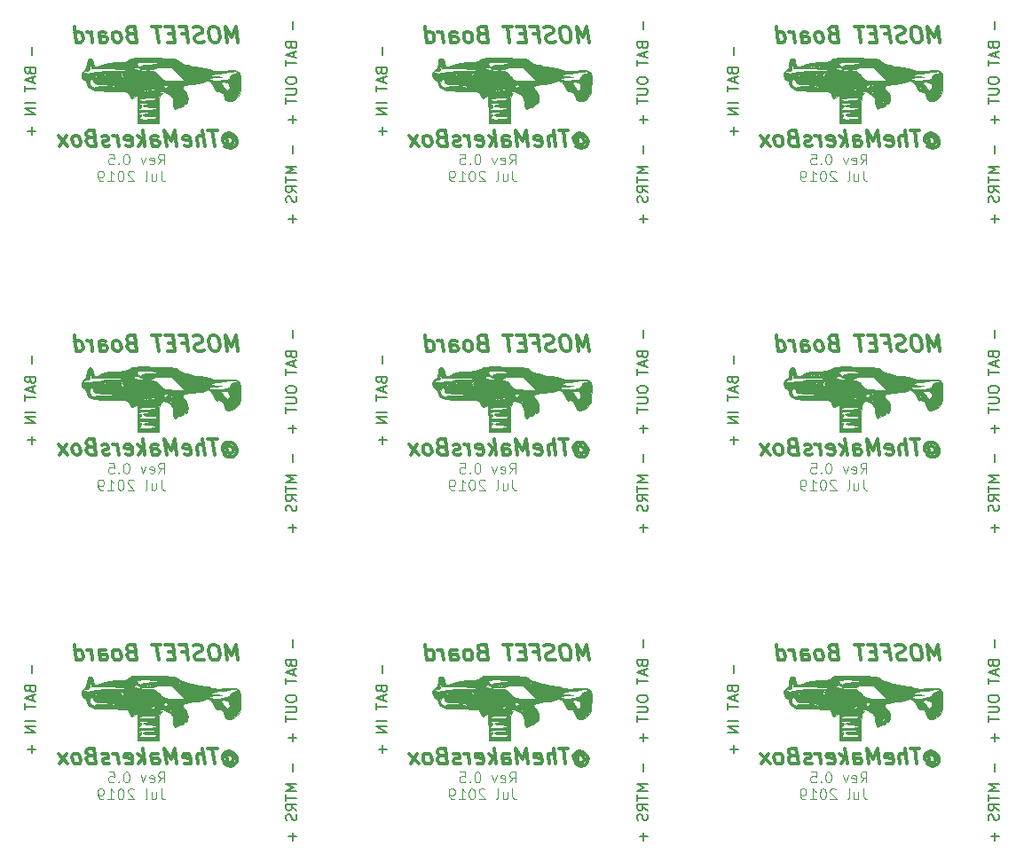
<source format=gbo>
%MOIN*%
%OFA0B0*%
%FSLAX46Y46*%
%IPPOS*%
%LPD*%
%ADD10C,0.0039370078740157488*%
%ADD11C,0.014763779527559057*%
%ADD12C,0.005905511811023622*%
%ADD13C,0.011811023622047244*%
%ADD14C,0.00039370078740157485*%
%ADD25C,0.0039370078740157488*%
%ADD26C,0.014763779527559057*%
%ADD27C,0.005905511811023622*%
%ADD28C,0.011811023622047244*%
%ADD29C,0.00039370078740157485*%
%ADD30C,0.0039370078740157488*%
%ADD31C,0.014763779527559057*%
%ADD32C,0.005905511811023622*%
%ADD33C,0.011811023622047244*%
%ADD34C,0.00039370078740157485*%
%ADD35C,0.0039370078740157488*%
%ADD36C,0.014763779527559057*%
%ADD37C,0.005905511811023622*%
%ADD38C,0.011811023622047244*%
%ADD39C,0.00039370078740157485*%
%ADD40C,0.0039370078740157488*%
%ADD41C,0.014763779527559057*%
%ADD42C,0.005905511811023622*%
%ADD43C,0.011811023622047244*%
%ADD44C,0.00039370078740157485*%
%ADD45C,0.0039370078740157488*%
%ADD46C,0.014763779527559057*%
%ADD47C,0.005905511811023622*%
%ADD48C,0.011811023622047244*%
%ADD49C,0.00039370078740157485*%
%ADD50C,0.0039370078740157488*%
%ADD51C,0.014763779527559057*%
%ADD52C,0.005905511811023622*%
%ADD53C,0.011811023622047244*%
%ADD54C,0.00039370078740157485*%
%ADD55C,0.0039370078740157488*%
%ADD56C,0.014763779527559057*%
%ADD57C,0.005905511811023622*%
%ADD58C,0.011811023622047244*%
%ADD59C,0.00039370078740157485*%
%ADD60C,0.0039370078740157488*%
%ADD61C,0.014763779527559057*%
%ADD62C,0.005905511811023622*%
%ADD63C,0.011811023622047244*%
%ADD64C,0.00039370078740157485*%
G01*
D10*
D11*
X0000897130Y0000744780D02*
X0000889748Y0000803835D01*
X0000875335Y0000761653D01*
X0000850378Y0000803835D01*
X0000857760Y0000744780D01*
X0000811008Y0000803835D02*
X0000799759Y0000803835D01*
X0000794486Y0000801023D01*
X0000789565Y0000795399D01*
X0000788159Y0000784150D01*
X0000790619Y0000764465D01*
X0000794838Y0000753216D01*
X0000801165Y0000747592D01*
X0000807141Y0000744780D01*
X0000818389Y0000744780D01*
X0000823662Y0000747592D01*
X0000828583Y0000753216D01*
X0000829990Y0000764465D01*
X0000827529Y0000784150D01*
X0000823311Y0000795399D01*
X0000816983Y0000801023D01*
X0000811008Y0000803835D01*
X0000770231Y0000747592D02*
X0000762146Y0000744780D01*
X0000748086Y0000744780D01*
X0000742110Y0000747592D01*
X0000738946Y0000750404D01*
X0000735431Y0000756029D01*
X0000734728Y0000761653D01*
X0000736837Y0000767277D01*
X0000739298Y0000770089D01*
X0000744571Y0000772902D01*
X0000755468Y0000775714D01*
X0000760740Y0000778526D01*
X0000763201Y0000781338D01*
X0000765310Y0000786962D01*
X0000764607Y0000792587D01*
X0000761092Y0000798211D01*
X0000757928Y0000801023D01*
X0000751952Y0000803835D01*
X0000737892Y0000803835D01*
X0000729807Y0000801023D01*
X0000687976Y0000775714D02*
X0000707661Y0000775714D01*
X0000711528Y0000744780D02*
X0000704146Y0000803835D01*
X0000676024Y0000803835D01*
X0000657042Y0000775714D02*
X0000637357Y0000775714D01*
X0000632788Y0000744780D02*
X0000660909Y0000744780D01*
X0000653527Y0000803835D01*
X0000625406Y0000803835D01*
X0000608533Y0000803835D02*
X0000574787Y0000803835D01*
X0000599042Y0000744780D02*
X0000591660Y0000803835D01*
X0000493938Y0000775714D02*
X0000485853Y0000772902D01*
X0000483392Y0000770089D01*
X0000481283Y0000764465D01*
X0000482338Y0000756029D01*
X0000485853Y0000750404D01*
X0000489017Y0000747592D01*
X0000494992Y0000744780D01*
X0000517490Y0000744780D01*
X0000510108Y0000803835D01*
X0000490423Y0000803835D01*
X0000485150Y0000801023D01*
X0000482689Y0000798211D01*
X0000480580Y0000792587D01*
X0000481283Y0000786962D01*
X0000484798Y0000781338D01*
X0000487962Y0000778526D01*
X0000493938Y0000775714D01*
X0000513623Y0000775714D01*
X0000449998Y0000744780D02*
X0000455271Y0000747592D01*
X0000457731Y0000750404D01*
X0000459841Y0000756029D01*
X0000457731Y0000772902D01*
X0000454216Y0000778526D01*
X0000451053Y0000781338D01*
X0000445077Y0000784150D01*
X0000436640Y0000784150D01*
X0000431368Y0000781338D01*
X0000428907Y0000778526D01*
X0000426798Y0000772902D01*
X0000428907Y0000756029D01*
X0000432422Y0000750404D01*
X0000435586Y0000747592D01*
X0000441562Y0000744780D01*
X0000449998Y0000744780D01*
X0000379694Y0000744780D02*
X0000375828Y0000775714D01*
X0000377937Y0000781338D01*
X0000383209Y0000784150D01*
X0000394458Y0000784150D01*
X0000400434Y0000781338D01*
X0000379343Y0000747592D02*
X0000385319Y0000744780D01*
X0000399379Y0000744780D01*
X0000404652Y0000747592D01*
X0000406761Y0000753216D01*
X0000406058Y0000758841D01*
X0000402543Y0000764465D01*
X0000396567Y0000767277D01*
X0000382506Y0000767277D01*
X0000376531Y0000770089D01*
X0000351573Y0000744780D02*
X0000346652Y0000784150D01*
X0000348058Y0000772902D02*
X0000344542Y0000778526D01*
X0000341379Y0000781338D01*
X0000335403Y0000784150D01*
X0000329779Y0000784150D01*
X0000289706Y0000744780D02*
X0000282324Y0000803835D01*
X0000289354Y0000747592D02*
X0000295330Y0000744780D01*
X0000306578Y0000744780D01*
X0000311851Y0000747592D01*
X0000314312Y0000750404D01*
X0000316421Y0000756029D01*
X0000314312Y0000772902D01*
X0000310797Y0000778526D01*
X0000307633Y0000781338D01*
X0000301657Y0000784150D01*
X0000290409Y0000784150D01*
X0000285136Y0000781338D01*
D12*
X0000122890Y0000727412D02*
X0000122890Y0000697416D01*
X0000117266Y0000635549D02*
X0000119141Y0000629924D01*
X0000121016Y0000628050D01*
X0000124765Y0000626175D01*
X0000130389Y0000626175D01*
X0000134139Y0000628050D01*
X0000136014Y0000629924D01*
X0000137888Y0000633674D01*
X0000137888Y0000648672D01*
X0000098518Y0000648672D01*
X0000098518Y0000635549D01*
X0000100393Y0000631799D01*
X0000102268Y0000629924D01*
X0000106017Y0000628050D01*
X0000109767Y0000628050D01*
X0000113516Y0000629924D01*
X0000115391Y0000631799D01*
X0000117266Y0000635549D01*
X0000117266Y0000648672D01*
X0000126640Y0000611177D02*
X0000126640Y0000592429D01*
X0000137888Y0000614926D02*
X0000098518Y0000601803D01*
X0000137888Y0000588680D01*
X0000098518Y0000581180D02*
X0000098518Y0000558683D01*
X0000137888Y0000569932D02*
X0000098518Y0000569932D01*
X0000137888Y0000515564D02*
X0000098518Y0000515564D01*
X0000137888Y0000496816D02*
X0000098518Y0000496816D01*
X0000137888Y0000474319D01*
X0000098518Y0000474319D01*
X0000122890Y0000425575D02*
X0000122890Y0000395579D01*
X0000137888Y0000410577D02*
X0000107892Y0000410577D01*
X0001102890Y0000823659D02*
X0001102890Y0000793663D01*
X0001097266Y0000731795D02*
X0001099141Y0000726171D01*
X0001101016Y0000724296D01*
X0001104765Y0000722422D01*
X0001110389Y0000722422D01*
X0001114139Y0000724296D01*
X0001116014Y0000726171D01*
X0001117888Y0000729921D01*
X0001117888Y0000744919D01*
X0001078518Y0000744919D01*
X0001078518Y0000731795D01*
X0001080393Y0000728046D01*
X0001082268Y0000726171D01*
X0001086017Y0000724296D01*
X0001089767Y0000724296D01*
X0001093516Y0000726171D01*
X0001095391Y0000728046D01*
X0001097266Y0000731795D01*
X0001097266Y0000744919D01*
X0001106640Y0000707423D02*
X0001106640Y0000688676D01*
X0001117888Y0000711173D02*
X0001078518Y0000698050D01*
X0001117888Y0000684926D01*
X0001078518Y0000677427D02*
X0001078518Y0000654930D01*
X0001117888Y0000666179D02*
X0001078518Y0000666179D01*
X0001078518Y0000604311D02*
X0001078518Y0000596812D01*
X0001080393Y0000593063D01*
X0001084143Y0000589313D01*
X0001091642Y0000587438D01*
X0001104765Y0000587438D01*
X0001112264Y0000589313D01*
X0001116014Y0000593063D01*
X0001117888Y0000596812D01*
X0001117888Y0000604311D01*
X0001116014Y0000608061D01*
X0001112264Y0000611810D01*
X0001104765Y0000613685D01*
X0001091642Y0000613685D01*
X0001084143Y0000611810D01*
X0001080393Y0000608061D01*
X0001078518Y0000604311D01*
X0001078518Y0000570566D02*
X0001110389Y0000570566D01*
X0001114139Y0000568691D01*
X0001116014Y0000566816D01*
X0001117888Y0000563067D01*
X0001117888Y0000555567D01*
X0001116014Y0000551818D01*
X0001114139Y0000549943D01*
X0001110389Y0000548068D01*
X0001078518Y0000548068D01*
X0001078518Y0000534945D02*
X0001078518Y0000512448D01*
X0001117888Y0000523696D02*
X0001078518Y0000523696D01*
X0001102890Y0000469328D02*
X0001102890Y0000439332D01*
X0001117888Y0000454330D02*
X0001087892Y0000454330D01*
X0001102890Y0000356790D02*
X0001102890Y0000326794D01*
X0001117888Y0000278050D02*
X0001078518Y0000278050D01*
X0001106640Y0000264926D01*
X0001078518Y0000251803D01*
X0001117888Y0000251803D01*
X0001078518Y0000238680D02*
X0001078518Y0000216182D01*
X0001117888Y0000227431D02*
X0001078518Y0000227431D01*
X0001117888Y0000180562D02*
X0001099141Y0000193685D01*
X0001117888Y0000203059D02*
X0001078518Y0000203059D01*
X0001078518Y0000188061D01*
X0001080393Y0000184311D01*
X0001082268Y0000182437D01*
X0001086017Y0000180562D01*
X0001091642Y0000180562D01*
X0001095391Y0000182437D01*
X0001097266Y0000184311D01*
X0001099141Y0000188061D01*
X0001099141Y0000203059D01*
X0001116014Y0000165564D02*
X0001117888Y0000159939D01*
X0001117888Y0000150566D01*
X0001116014Y0000146816D01*
X0001114139Y0000144941D01*
X0001110389Y0000143066D01*
X0001106640Y0000143066D01*
X0001102890Y0000144941D01*
X0001101016Y0000146816D01*
X0001099141Y0000150566D01*
X0001097266Y0000158065D01*
X0001095391Y0000161814D01*
X0001093516Y0000163689D01*
X0001089767Y0000165564D01*
X0001086017Y0000165564D01*
X0001082268Y0000163689D01*
X0001080393Y0000161814D01*
X0001078518Y0000158065D01*
X0001078518Y0000148691D01*
X0001080393Y0000143066D01*
X0001102890Y0000096197D02*
X0001102890Y0000066201D01*
X0001117888Y0000081199D02*
X0001087892Y0000081199D01*
D13*
X0000853772Y0000382902D02*
X0000856233Y0000385714D01*
X0000861505Y0000388526D01*
X0000867130Y0000388526D01*
X0000873105Y0000385714D01*
X0000876269Y0000382902D01*
X0000879784Y0000377277D01*
X0000880487Y0000371653D01*
X0000878378Y0000366029D01*
X0000875918Y0000363216D01*
X0000870645Y0000360404D01*
X0000865020Y0000360404D01*
X0000859045Y0000363216D01*
X0000855881Y0000366029D01*
X0000853069Y0000388526D02*
X0000855881Y0000366029D01*
X0000853420Y0000363216D01*
X0000850608Y0000363216D01*
X0000844632Y0000366029D01*
X0000841117Y0000371653D01*
X0000839360Y0000385714D01*
X0000843929Y0000394150D01*
X0000851663Y0000399774D01*
X0000862560Y0000402587D01*
X0000874160Y0000399774D01*
X0000883299Y0000394150D01*
X0000889978Y0000385714D01*
X0000894197Y0000374465D01*
X0000892790Y0000363216D01*
X0000888221Y0000354780D01*
X0000880487Y0000349156D01*
X0000869590Y0000346344D01*
X0000857990Y0000349156D01*
X0000848851Y0000354780D01*
X0000818972Y0000413835D02*
X0000785226Y0000413835D01*
X0000809481Y0000354780D02*
X0000802099Y0000413835D01*
X0000772923Y0000354780D02*
X0000765541Y0000413835D01*
X0000747613Y0000354780D02*
X0000743747Y0000385714D01*
X0000745856Y0000391338D01*
X0000751129Y0000394150D01*
X0000759565Y0000394150D01*
X0000765541Y0000391338D01*
X0000768704Y0000388526D01*
X0000696643Y0000357592D02*
X0000702619Y0000354780D01*
X0000713868Y0000354780D01*
X0000719140Y0000357592D01*
X0000721249Y0000363216D01*
X0000718437Y0000385714D01*
X0000714922Y0000391338D01*
X0000708946Y0000394150D01*
X0000697698Y0000394150D01*
X0000692425Y0000391338D01*
X0000690316Y0000385714D01*
X0000691019Y0000380089D01*
X0000719843Y0000374465D01*
X0000668873Y0000354780D02*
X0000661491Y0000413835D01*
X0000647079Y0000371653D01*
X0000622121Y0000413835D01*
X0000629503Y0000354780D01*
X0000576072Y0000354780D02*
X0000572206Y0000385714D01*
X0000574315Y0000391338D01*
X0000579587Y0000394150D01*
X0000590836Y0000394150D01*
X0000596812Y0000391338D01*
X0000575721Y0000357592D02*
X0000581697Y0000354780D01*
X0000595757Y0000354780D01*
X0000601030Y0000357592D01*
X0000603139Y0000363216D01*
X0000602436Y0000368841D01*
X0000598921Y0000374465D01*
X0000592945Y0000377277D01*
X0000578884Y0000377277D01*
X0000572909Y0000380089D01*
X0000547951Y0000354780D02*
X0000540569Y0000413835D01*
X0000539514Y0000377277D02*
X0000525454Y0000354780D01*
X0000520532Y0000394150D02*
X0000545842Y0000371653D01*
X0000477296Y0000357592D02*
X0000483271Y0000354780D01*
X0000494520Y0000354780D01*
X0000499793Y0000357592D01*
X0000501902Y0000363216D01*
X0000499090Y0000385714D01*
X0000495575Y0000391338D01*
X0000489599Y0000394150D01*
X0000478350Y0000394150D01*
X0000473077Y0000391338D01*
X0000470968Y0000385714D01*
X0000471671Y0000380089D01*
X0000500496Y0000374465D01*
X0000449526Y0000354780D02*
X0000444604Y0000394150D01*
X0000446010Y0000382902D02*
X0000442495Y0000388526D01*
X0000439332Y0000391338D01*
X0000433356Y0000394150D01*
X0000427731Y0000394150D01*
X0000415428Y0000357592D02*
X0000410156Y0000354780D01*
X0000398907Y0000354780D01*
X0000392931Y0000357592D01*
X0000389416Y0000363216D01*
X0000389064Y0000366029D01*
X0000391174Y0000371653D01*
X0000396446Y0000374465D01*
X0000404883Y0000374465D01*
X0000410156Y0000377277D01*
X0000412265Y0000382902D01*
X0000411913Y0000385714D01*
X0000408398Y0000391338D01*
X0000402422Y0000394150D01*
X0000393986Y0000394150D01*
X0000388713Y0000391338D01*
X0000341609Y0000385714D02*
X0000333524Y0000382902D01*
X0000331064Y0000380089D01*
X0000328955Y0000374465D01*
X0000330009Y0000366029D01*
X0000333524Y0000360404D01*
X0000336688Y0000357592D01*
X0000342664Y0000354780D01*
X0000365161Y0000354780D01*
X0000357779Y0000413835D01*
X0000338094Y0000413835D01*
X0000332821Y0000411023D01*
X0000330361Y0000408211D01*
X0000328252Y0000402587D01*
X0000328955Y0000396962D01*
X0000332470Y0000391338D01*
X0000335634Y0000388526D01*
X0000341609Y0000385714D01*
X0000361294Y0000385714D01*
X0000297670Y0000354780D02*
X0000302942Y0000357592D01*
X0000305403Y0000360404D01*
X0000307512Y0000366029D01*
X0000305403Y0000382902D01*
X0000301888Y0000388526D01*
X0000298724Y0000391338D01*
X0000292748Y0000394150D01*
X0000284312Y0000394150D01*
X0000279039Y0000391338D01*
X0000276578Y0000388526D01*
X0000274469Y0000382902D01*
X0000276578Y0000366029D01*
X0000280094Y0000360404D01*
X0000283257Y0000357592D01*
X0000289233Y0000354780D01*
X0000297670Y0000354780D01*
X0000258299Y0000354780D02*
X0000222445Y0000394150D01*
X0000253378Y0000394150D02*
X0000227366Y0000354780D01*
D10*
X0000598207Y0000285181D02*
X0000611331Y0000303929D01*
X0000620704Y0000285181D02*
X0000620704Y0000324551D01*
X0000605706Y0000324551D01*
X0000601957Y0000322677D01*
X0000600082Y0000320802D01*
X0000598207Y0000317052D01*
X0000598207Y0000311428D01*
X0000600082Y0000307678D01*
X0000601957Y0000305804D01*
X0000605706Y0000303929D01*
X0000620704Y0000303929D01*
X0000566336Y0000287056D02*
X0000570086Y0000285181D01*
X0000577585Y0000285181D01*
X0000581334Y0000287056D01*
X0000583209Y0000290806D01*
X0000583209Y0000305804D01*
X0000581334Y0000309553D01*
X0000577585Y0000311428D01*
X0000570086Y0000311428D01*
X0000566336Y0000309553D01*
X0000564461Y0000305804D01*
X0000564461Y0000302054D01*
X0000583209Y0000298305D01*
X0000551338Y0000311428D02*
X0000541964Y0000285181D01*
X0000532590Y0000311428D01*
X0000480097Y0000324551D02*
X0000476347Y0000324551D01*
X0000472598Y0000322677D01*
X0000470723Y0000320802D01*
X0000468848Y0000317052D01*
X0000466974Y0000309553D01*
X0000466974Y0000300179D01*
X0000468848Y0000292680D01*
X0000470723Y0000288931D01*
X0000472598Y0000287056D01*
X0000476347Y0000285181D01*
X0000480097Y0000285181D01*
X0000483846Y0000287056D01*
X0000485721Y0000288931D01*
X0000487596Y0000292680D01*
X0000489471Y0000300179D01*
X0000489471Y0000309553D01*
X0000487596Y0000317052D01*
X0000485721Y0000320802D01*
X0000483846Y0000322677D01*
X0000480097Y0000324551D01*
X0000450101Y0000288931D02*
X0000448226Y0000287056D01*
X0000450101Y0000285181D01*
X0000451975Y0000287056D01*
X0000450101Y0000288931D01*
X0000450101Y0000285181D01*
X0000412605Y0000324551D02*
X0000431353Y0000324551D01*
X0000433228Y0000305804D01*
X0000431353Y0000307678D01*
X0000427603Y0000309553D01*
X0000418230Y0000309553D01*
X0000414480Y0000307678D01*
X0000412605Y0000305804D01*
X0000410731Y0000302054D01*
X0000410731Y0000292680D01*
X0000412605Y0000288931D01*
X0000414480Y0000287056D01*
X0000418230Y0000285181D01*
X0000427603Y0000285181D01*
X0000431353Y0000287056D01*
X0000433228Y0000288931D01*
X0000609456Y0000261559D02*
X0000609456Y0000233438D01*
X0000611331Y0000227813D01*
X0000615080Y0000224064D01*
X0000620704Y0000222189D01*
X0000624454Y0000222189D01*
X0000573835Y0000248436D02*
X0000573835Y0000222189D01*
X0000590708Y0000248436D02*
X0000590708Y0000227813D01*
X0000588833Y0000224064D01*
X0000585084Y0000222189D01*
X0000579459Y0000222189D01*
X0000575710Y0000224064D01*
X0000573835Y0000225939D01*
X0000549463Y0000222189D02*
X0000553213Y0000224064D01*
X0000555088Y0000227813D01*
X0000555088Y0000261559D01*
X0000506344Y0000257810D02*
X0000504469Y0000259684D01*
X0000500719Y0000261559D01*
X0000491345Y0000261559D01*
X0000487596Y0000259684D01*
X0000485721Y0000257810D01*
X0000483846Y0000254060D01*
X0000483846Y0000250311D01*
X0000485721Y0000244686D01*
X0000508218Y0000222189D01*
X0000483846Y0000222189D01*
X0000459474Y0000261559D02*
X0000455725Y0000261559D01*
X0000451975Y0000259684D01*
X0000450101Y0000257810D01*
X0000448226Y0000254060D01*
X0000446351Y0000246561D01*
X0000446351Y0000237187D01*
X0000448226Y0000229688D01*
X0000450101Y0000225939D01*
X0000451975Y0000224064D01*
X0000455725Y0000222189D01*
X0000459474Y0000222189D01*
X0000463224Y0000224064D01*
X0000465099Y0000225939D01*
X0000466974Y0000229688D01*
X0000468848Y0000237187D01*
X0000468848Y0000246561D01*
X0000466974Y0000254060D01*
X0000465099Y0000257810D01*
X0000463224Y0000259684D01*
X0000459474Y0000261559D01*
X0000408856Y0000222189D02*
X0000431353Y0000222189D01*
X0000420104Y0000222189D02*
X0000420104Y0000261559D01*
X0000423854Y0000255935D01*
X0000427603Y0000252185D01*
X0000431353Y0000250311D01*
X0000390108Y0000222189D02*
X0000382609Y0000222189D01*
X0000378860Y0000224064D01*
X0000376985Y0000225939D01*
X0000373235Y0000231563D01*
X0000371360Y0000239062D01*
X0000371360Y0000254060D01*
X0000373235Y0000257810D01*
X0000375110Y0000259684D01*
X0000378860Y0000261559D01*
X0000386359Y0000261559D01*
X0000390108Y0000259684D01*
X0000391983Y0000257810D01*
X0000393858Y0000254060D01*
X0000393858Y0000244686D01*
X0000391983Y0000240937D01*
X0000390108Y0000239062D01*
X0000386359Y0000237187D01*
X0000378860Y0000237187D01*
X0000375110Y0000239062D01*
X0000373235Y0000240937D01*
X0000371360Y0000244686D01*
D14*
G36*
X0000512728Y0000685869D02*
X0000502224Y0000684596D01*
X0000495342Y0000682459D01*
X0000490487Y0000679335D01*
X0000489545Y0000678513D01*
X0000481393Y0000673514D01*
X0000468987Y0000670557D01*
X0000449932Y0000669177D01*
X0000440439Y0000668970D01*
X0000414882Y0000667616D01*
X0000397349Y0000664150D01*
X0000388366Y0000659972D01*
X0000372229Y0000652063D01*
X0000361132Y0000652777D01*
X0000355094Y0000662107D01*
X0000354145Y0000667745D01*
X0000351401Y0000679515D01*
X0000345187Y0000683810D01*
X0000342578Y0000683995D01*
X0000335921Y0000682111D01*
X0000332466Y0000674781D01*
X0000331066Y0000663260D01*
X0000328645Y0000648646D01*
X0000323382Y0000641443D01*
X0000319816Y0000639978D01*
X0000312336Y0000633690D01*
X0000309508Y0000622756D01*
X0000311336Y0000611377D01*
X0000317822Y0000603754D01*
X0000319795Y0000603018D01*
X0000328249Y0000596103D01*
X0000331045Y0000587352D01*
X0000334970Y0000576292D01*
X0000344518Y0000568619D01*
X0000360872Y0000563904D01*
X0000385215Y0000561719D01*
X0000402578Y0000561440D01*
X0000433692Y0000561343D01*
X0000456224Y0000560839D01*
X0000471590Y0000559724D01*
X0000481208Y0000557795D01*
X0000486493Y0000554848D01*
X0000488861Y0000550680D01*
X0000489247Y0000548988D01*
X0000493751Y0000536468D01*
X0000501070Y0000533529D01*
X0000509960Y0000538889D01*
X0000514435Y0000542633D01*
X0000517347Y0000543175D01*
X0000519031Y0000539050D01*
X0000519825Y0000528795D01*
X0000520062Y0000510945D01*
X0000520078Y0000494770D01*
X0000520078Y0000441495D01*
X0000600078Y0000441495D01*
X0000600078Y0000478177D01*
X0000597578Y0000478177D01*
X0000568828Y0000477336D01*
X0000550627Y0000475718D01*
X0000541673Y0000472849D01*
X0000542081Y0000469709D01*
X0000551962Y0000467276D01*
X0000567578Y0000466495D01*
X0000585476Y0000465464D01*
X0000593754Y0000462954D01*
X0000592512Y0000459840D01*
X0000581850Y0000456999D01*
X0000566328Y0000455495D01*
X0000544562Y0000454878D01*
X0000531851Y0000455916D01*
X0000527361Y0000458784D01*
X0000529742Y0000463159D01*
X0000534378Y0000470068D01*
X0000534318Y0000474661D01*
X0000530078Y0000473995D01*
X0000525457Y0000474086D01*
X0000525078Y0000475665D01*
X0000527502Y0000480347D01*
X0000535753Y0000482555D01*
X0000551299Y0000482479D01*
X0000567578Y0000481141D01*
X0000597578Y0000478177D01*
X0000600078Y0000478177D01*
X0000600078Y0000492194D01*
X0000600149Y0000498368D01*
X0000593675Y0000498368D01*
X0000593035Y0000495514D01*
X0000583800Y0000492738D01*
X0000566371Y0000490744D01*
X0000561328Y0000490474D01*
X0000539706Y0000489967D01*
X0000527231Y0000490709D01*
X0000524184Y0000492657D01*
X0000528828Y0000495097D01*
X0000534491Y0000501384D01*
X0000535078Y0000504707D01*
X0000532544Y0000509553D01*
X0000530078Y0000508995D01*
X0000525457Y0000509086D01*
X0000525078Y0000510665D01*
X0000527793Y0000515557D01*
X0000536845Y0000517688D01*
X0000553596Y0000517247D01*
X0000565078Y0000516142D01*
X0000592578Y0000513125D01*
X0000566328Y0000512310D01*
X0000548936Y0000510631D01*
X0000541148Y0000507672D01*
X0000542843Y0000504481D01*
X0000553899Y0000502109D01*
X0000567578Y0000501495D01*
X0000585323Y0000500596D01*
X0000593675Y0000498368D01*
X0000600149Y0000498368D01*
X0000600353Y0000516183D01*
X0000601351Y0000531727D01*
X0000592435Y0000531727D01*
X0000589480Y0000529018D01*
X0000578265Y0000526805D01*
X0000561480Y0000525477D01*
X0000540953Y0000524805D01*
X0000529227Y0000525154D01*
X0000525135Y0000526759D01*
X0000527510Y0000529850D01*
X0000530223Y0000531691D01*
X0000539500Y0000534538D01*
X0000553837Y0000536042D01*
X0000569687Y0000536198D01*
X0000583500Y0000535006D01*
X0000591729Y0000532464D01*
X0000592435Y0000531727D01*
X0000601351Y0000531727D01*
X0000601380Y0000532185D01*
X0000603462Y0000542201D01*
X0000606902Y0000548234D01*
X0000608828Y0000550065D01*
X0000613256Y0000554350D01*
X0000611328Y0000554071D01*
X0000605792Y0000554164D01*
X0000605078Y0000556296D01*
X0000608842Y0000559588D01*
X0000618160Y0000558519D01*
X0000630069Y0000553968D01*
X0000641607Y0000546816D01*
X0000644113Y0000544700D01*
X0000653013Y0000532023D01*
X0000654248Y0000517971D01*
X0000654919Y0000505326D01*
X0000658373Y0000496211D01*
X0000663251Y0000492908D01*
X0000667309Y0000496060D01*
X0000674637Y0000500681D01*
X0000680078Y0000501495D01*
X0000689790Y0000504248D01*
X0000693056Y0000507268D01*
X0000693690Y0000510644D01*
X0000690078Y0000508995D01*
X0000685889Y0000507681D01*
X0000687151Y0000510805D01*
X0000693446Y0000514246D01*
X0000695983Y0000513436D01*
X0000702881Y0000512934D01*
X0000707436Y0000519490D01*
X0000708446Y0000525062D01*
X0000689272Y0000525062D01*
X0000688056Y0000522268D01*
X0000683021Y0000516900D01*
X0000680127Y0000518001D01*
X0000680078Y0000518700D01*
X0000683630Y0000522929D01*
X0000685851Y0000524473D01*
X0000689272Y0000525062D01*
X0000708446Y0000525062D01*
X0000709411Y0000530387D01*
X0000708567Y0000542909D01*
X0000704666Y0000554337D01*
X0000702964Y0000556495D01*
X0000647578Y0000556495D01*
X0000647182Y0000551888D01*
X0000645373Y0000551495D01*
X0000640282Y0000555125D01*
X0000640078Y0000556495D01*
X0000641784Y0000561365D01*
X0000642283Y0000561495D01*
X0000646552Y0000557992D01*
X0000647578Y0000556495D01*
X0000702964Y0000556495D01*
X0000700078Y0000560156D01*
X0000690666Y0000570307D01*
X0000690663Y0000570332D01*
X0000588463Y0000570332D01*
X0000586131Y0000567252D01*
X0000577559Y0000563826D01*
X0000570135Y0000563539D01*
X0000569736Y0000563995D01*
X0000560078Y0000563995D01*
X0000557578Y0000561495D01*
X0000555078Y0000563995D01*
X0000550078Y0000563995D01*
X0000547578Y0000561495D01*
X0000545078Y0000563995D01*
X0000547578Y0000566495D01*
X0000550078Y0000563995D01*
X0000555078Y0000563995D01*
X0000557578Y0000566495D01*
X0000560078Y0000563995D01*
X0000569736Y0000563995D01*
X0000567654Y0000566376D01*
X0000568093Y0000567329D01*
X0000574600Y0000570642D01*
X0000581623Y0000571419D01*
X0000588463Y0000570332D01*
X0000690663Y0000570332D01*
X0000689773Y0000577845D01*
X0000693115Y0000580062D01*
X0000654272Y0000580062D01*
X0000653056Y0000577268D01*
X0000648021Y0000571900D01*
X0000645127Y0000573001D01*
X0000645078Y0000573700D01*
X0000648630Y0000577929D01*
X0000650851Y0000579473D01*
X0000654272Y0000580062D01*
X0000693115Y0000580062D01*
X0000694394Y0000580911D01*
X0000634406Y0000580911D01*
X0000632784Y0000576828D01*
X0000625516Y0000571719D01*
X0000624437Y0000572296D01*
X0000438864Y0000572296D01*
X0000436709Y0000574204D01*
X0000429985Y0000576762D01*
X0000416141Y0000578625D01*
X0000398055Y0000579420D01*
X0000396328Y0000579427D01*
X0000378737Y0000578990D01*
X0000365853Y0000577826D01*
X0000360160Y0000576172D01*
X0000360078Y0000575936D01*
X0000356070Y0000574183D01*
X0000350078Y0000575047D01*
X0000343233Y0000580573D01*
X0000339882Y0000590139D01*
X0000340333Y0000599886D01*
X0000344892Y0000605955D01*
X0000347578Y0000606495D01*
X0000353697Y0000602346D01*
X0000355078Y0000596698D01*
X0000356037Y0000591809D01*
X0000360230Y0000588730D01*
X0000369633Y0000586917D01*
X0000386222Y0000585826D01*
X0000395926Y0000585448D01*
X0000417517Y0000584216D01*
X0000430784Y0000582161D01*
X0000437394Y0000578935D01*
X0000438806Y0000576495D01*
X0000438864Y0000572296D01*
X0000624437Y0000572296D01*
X0000618133Y0000575670D01*
X0000617556Y0000576531D01*
X0000618671Y0000582218D01*
X0000622477Y0000584648D01*
X0000631540Y0000585636D01*
X0000634406Y0000580911D01*
X0000694394Y0000580911D01*
X0000697799Y0000583169D01*
X0000701883Y0000583995D01*
X0000645078Y0000583995D01*
X0000642578Y0000581495D01*
X0000640078Y0000583995D01*
X0000642578Y0000586495D01*
X0000645078Y0000583995D01*
X0000701883Y0000583995D01*
X0000715145Y0000586678D01*
X0000727879Y0000587911D01*
X0000746958Y0000589943D01*
X0000762445Y0000592670D01*
X0000771346Y0000595546D01*
X0000771889Y0000595923D01*
X0000780103Y0000598930D01*
X0000697578Y0000598930D01*
X0000657890Y0000599475D01*
X0000637950Y0000599934D01*
X0000625149Y0000601284D01*
X0000616626Y0000604492D01*
X0000609520Y0000610527D01*
X0000607624Y0000612691D01*
X0000517910Y0000612691D01*
X0000512995Y0000611890D01*
X0000512129Y0000612013D01*
X0000469975Y0000612013D01*
X0000466508Y0000611895D01*
X0000465078Y0000612347D01*
X0000457713Y0000618844D01*
X0000368785Y0000618844D01*
X0000367784Y0000616828D01*
X0000363016Y0000611659D01*
X0000362139Y0000615304D01*
X0000363353Y0000619211D01*
X0000367034Y0000624656D01*
X0000368697Y0000624544D01*
X0000368785Y0000618844D01*
X0000457713Y0000618844D01*
X0000457622Y0000618924D01*
X0000455962Y0000623160D01*
X0000456213Y0000623995D01*
X0000435078Y0000623995D01*
X0000432578Y0000621495D01*
X0000430078Y0000623995D01*
X0000400078Y0000623995D01*
X0000397578Y0000621495D01*
X0000395078Y0000623995D01*
X0000397578Y0000626495D01*
X0000400078Y0000623995D01*
X0000430078Y0000623995D01*
X0000432578Y0000626495D01*
X0000435078Y0000623995D01*
X0000456213Y0000623995D01*
X0000458024Y0000630020D01*
X0000463462Y0000631101D01*
X0000468507Y0000629865D01*
X0000466120Y0000628115D01*
X0000462162Y0000624598D01*
X0000465820Y0000618061D01*
X0000466120Y0000617696D01*
X0000469975Y0000612013D01*
X0000512129Y0000612013D01*
X0000506510Y0000612810D01*
X0000506502Y0000612982D01*
X0000496956Y0000612982D01*
X0000490078Y0000612285D01*
X0000482980Y0000613071D01*
X0000483828Y0000614807D01*
X0000494065Y0000615467D01*
X0000496328Y0000614807D01*
X0000496956Y0000612982D01*
X0000506502Y0000612982D01*
X0000506432Y0000614516D01*
X0000513124Y0000615710D01*
X0000516016Y0000614911D01*
X0000517910Y0000612691D01*
X0000607624Y0000612691D01*
X0000602890Y0000618094D01*
X0000594762Y0000627145D01*
X0000594028Y0000627691D01*
X0000517910Y0000627691D01*
X0000512995Y0000626890D01*
X0000506510Y0000627810D01*
X0000506502Y0000627982D01*
X0000496956Y0000627982D01*
X0000490078Y0000627285D01*
X0000482980Y0000628071D01*
X0000483828Y0000629807D01*
X0000494065Y0000630467D01*
X0000496328Y0000629807D01*
X0000496956Y0000627982D01*
X0000506502Y0000627982D01*
X0000506432Y0000629516D01*
X0000513124Y0000630710D01*
X0000516016Y0000629911D01*
X0000517910Y0000627691D01*
X0000594028Y0000627691D01*
X0000587401Y0000632620D01*
X0000577923Y0000635543D01*
X0000563444Y0000636938D01*
X0000547979Y0000637581D01*
X0000524423Y0000639232D01*
X0000523484Y0000639427D01*
X0000478813Y0000639427D01*
X0000475798Y0000638031D01*
X0000464725Y0000637214D01*
X0000447525Y0000637065D01*
X0000433772Y0000637374D01*
X0000413092Y0000637650D01*
X0000396772Y0000637083D01*
X0000386953Y0000635792D01*
X0000385067Y0000634663D01*
X0000380927Y0000632205D01*
X0000372901Y0000632657D01*
X0000360877Y0000632943D01*
X0000354177Y0000630939D01*
X0000345389Y0000628308D01*
X0000333380Y0000627564D01*
X0000322111Y0000628567D01*
X0000315541Y0000631181D01*
X0000315078Y0000632306D01*
X0000319362Y0000635457D01*
X0000327578Y0000636495D01*
X0000335183Y0000637429D01*
X0000339028Y0000641971D01*
X0000340580Y0000652732D01*
X0000340919Y0000660245D01*
X0000341479Y0000673691D01*
X0000342052Y0000677620D01*
X0000342921Y0000672508D01*
X0000343737Y0000664976D01*
X0000345714Y0000645957D01*
X0000371646Y0000646135D01*
X0000398696Y0000645972D01*
X0000424703Y0000645195D01*
X0000447679Y0000643928D01*
X0000465635Y0000642296D01*
X0000476582Y0000640423D01*
X0000478813Y0000639427D01*
X0000523484Y0000639427D01*
X0000510440Y0000642141D01*
X0000506313Y0000645245D01*
X0000508372Y0000649880D01*
X0000515656Y0000651453D01*
X0000523792Y0000649709D01*
X0000527578Y0000646495D01*
X0000533919Y0000643727D01*
X0000546958Y0000641912D01*
X0000558168Y0000641495D01*
X0000572738Y0000642101D01*
X0000581763Y0000643667D01*
X0000583362Y0000645245D01*
X0000586708Y0000647158D01*
X0000597693Y0000648594D01*
X0000607659Y0000648995D01*
X0000570078Y0000648995D01*
X0000567578Y0000646495D01*
X0000565078Y0000648995D01*
X0000560078Y0000648995D01*
X0000557578Y0000646495D01*
X0000555078Y0000648995D01*
X0000557578Y0000651495D01*
X0000560078Y0000648995D01*
X0000565078Y0000648995D01*
X0000567578Y0000651495D01*
X0000570078Y0000648995D01*
X0000607659Y0000648995D01*
X0000613955Y0000649249D01*
X0000614317Y0000649252D01*
X0000647578Y0000649508D01*
X0000697578Y0000598930D01*
X0000780103Y0000598930D01*
X0000783099Y0000600026D01*
X0000794472Y0000595134D01*
X0000804806Y0000582158D01*
X0000811819Y0000565634D01*
X0000818003Y0000559500D01*
X0000823872Y0000559731D01*
X0000834600Y0000558047D01*
X0000843309Y0000549181D01*
X0000847370Y0000535931D01*
X0000847417Y0000534672D01*
X0000851282Y0000525388D01*
X0000860832Y0000521764D01*
X0000873551Y0000523735D01*
X0000886922Y0000531240D01*
X0000891887Y0000535775D01*
X0000899119Y0000544234D01*
X0000903440Y0000552886D01*
X0000905670Y0000564700D01*
X0000906174Y0000574124D01*
X0000865985Y0000574124D01*
X0000864232Y0000569915D01*
X0000860449Y0000564137D01*
X0000856467Y0000564090D01*
X0000849907Y0000570620D01*
X0000847099Y0000573995D01*
X0000825078Y0000573995D01*
X0000822578Y0000571495D01*
X0000820078Y0000573995D01*
X0000822578Y0000576495D01*
X0000825078Y0000573995D01*
X0000847099Y0000573995D01*
X0000844720Y0000576855D01*
X0000834083Y0000589829D01*
X0000813412Y0000589829D01*
X0000812725Y0000586856D01*
X0000810078Y0000586495D01*
X0000805963Y0000588325D01*
X0000806745Y0000589829D01*
X0000812679Y0000590427D01*
X0000813412Y0000589829D01*
X0000834083Y0000589829D01*
X0000830667Y0000593995D01*
X0000843876Y0000595674D01*
X0000857418Y0000593800D01*
X0000865426Y0000585809D01*
X0000865985Y0000574124D01*
X0000906174Y0000574124D01*
X0000906629Y0000582642D01*
X0000906794Y0000589755D01*
X0000906796Y0000611741D01*
X0000904665Y0000626292D01*
X0000900597Y0000632135D01*
X0000895078Y0000632135D01*
X0000890803Y0000627897D01*
X0000882578Y0000626495D01*
X0000872664Y0000623985D01*
X0000870078Y0000619291D01*
X0000866288Y0000610323D01*
X0000863828Y0000608216D01*
X0000853679Y0000604417D01*
X0000839141Y0000601849D01*
X0000822761Y0000600549D01*
X0000807085Y0000600559D01*
X0000794658Y0000601917D01*
X0000788025Y0000604663D01*
X0000787913Y0000607038D01*
X0000794145Y0000609852D01*
X0000806783Y0000611884D01*
X0000814123Y0000612369D01*
X0000837578Y0000613243D01*
X0000816328Y0000615157D01*
X0000801295Y0000617440D01*
X0000795918Y0000620406D01*
X0000799920Y0000623622D01*
X0000813018Y0000626657D01*
X0000824761Y0000628173D01*
X0000845240Y0000630514D01*
X0000865258Y0000633120D01*
X0000874761Y0000634525D01*
X0000889371Y0000635639D01*
X0000894995Y0000632831D01*
X0000895078Y0000632135D01*
X0000900597Y0000632135D01*
X0000898762Y0000634770D01*
X0000887448Y0000638540D01*
X0000869084Y0000638964D01*
X0000848974Y0000637859D01*
X0000823456Y0000636884D01*
X0000806822Y0000637919D01*
X0000798152Y0000641019D01*
X0000789770Y0000644408D01*
X0000774627Y0000647606D01*
X0000755951Y0000649938D01*
X0000755347Y0000649989D01*
X0000737473Y0000652015D01*
X0000723859Y0000654545D01*
X0000717260Y0000657057D01*
X0000717122Y0000657234D01*
X0000713565Y0000658995D01*
X0000680078Y0000658995D01*
X0000677578Y0000656495D01*
X0000675078Y0000658995D01*
X0000677578Y0000661495D01*
X0000680078Y0000658995D01*
X0000713565Y0000658995D01*
X0000710659Y0000660434D01*
X0000701355Y0000661495D01*
X0000688581Y0000664829D01*
X0000663412Y0000664829D01*
X0000662725Y0000661856D01*
X0000660078Y0000661495D01*
X0000655963Y0000663325D01*
X0000656745Y0000664829D01*
X0000662679Y0000665427D01*
X0000663412Y0000664829D01*
X0000688581Y0000664829D01*
X0000688388Y0000664879D01*
X0000685894Y0000666495D01*
X0000597578Y0000666495D01*
X0000594927Y0000663567D01*
X0000583379Y0000661859D01*
X0000570668Y0000661495D01*
X0000554209Y0000660722D01*
X0000542086Y0000658715D01*
X0000537578Y0000656495D01*
X0000530624Y0000651751D01*
X0000525286Y0000654829D01*
X0000463412Y0000654829D01*
X0000462725Y0000651856D01*
X0000460078Y0000651495D01*
X0000455963Y0000653325D01*
X0000456311Y0000653995D01*
X0000445078Y0000653995D01*
X0000442578Y0000651495D01*
X0000440078Y0000653995D01*
X0000425078Y0000653995D01*
X0000422578Y0000651495D01*
X0000420078Y0000653995D01*
X0000415078Y0000653995D01*
X0000412578Y0000651495D01*
X0000410078Y0000653995D01*
X0000412578Y0000656495D01*
X0000415078Y0000653995D01*
X0000420078Y0000653995D01*
X0000422578Y0000656495D01*
X0000425078Y0000653995D01*
X0000440078Y0000653995D01*
X0000442578Y0000656495D01*
X0000445078Y0000653995D01*
X0000456311Y0000653995D01*
X0000456745Y0000654829D01*
X0000462679Y0000655427D01*
X0000463412Y0000654829D01*
X0000525286Y0000654829D01*
X0000522076Y0000656680D01*
X0000520734Y0000658206D01*
X0000517562Y0000665496D01*
X0000518455Y0000668206D01*
X0000525291Y0000670213D01*
X0000538725Y0000671271D01*
X0000555658Y0000671448D01*
X0000572987Y0000670811D01*
X0000587614Y0000669427D01*
X0000596438Y0000667361D01*
X0000597578Y0000666495D01*
X0000685894Y0000666495D01*
X0000676251Y0000672745D01*
X0000675966Y0000672982D01*
X0000661956Y0000672982D01*
X0000655078Y0000672285D01*
X0000647980Y0000673071D01*
X0000648828Y0000674807D01*
X0000659065Y0000675467D01*
X0000661328Y0000674807D01*
X0000661956Y0000672982D01*
X0000675966Y0000672982D01*
X0000671208Y0000676937D01*
X0000665278Y0000679990D01*
X0000656818Y0000682133D01*
X0000644185Y0000683591D01*
X0000625736Y0000684591D01*
X0000599831Y0000685360D01*
X0000581896Y0000685765D01*
X0000550971Y0000686329D01*
X0000528446Y0000686406D01*
X0000512728Y0000685869D01*
X0000512728Y0000685869D01*
G37*
X0000512728Y0000685869D02*
X0000502224Y0000684596D01*
X0000495342Y0000682459D01*
X0000490487Y0000679335D01*
X0000489545Y0000678513D01*
X0000481393Y0000673514D01*
X0000468987Y0000670557D01*
X0000449932Y0000669177D01*
X0000440439Y0000668970D01*
X0000414882Y0000667616D01*
X0000397349Y0000664150D01*
X0000388366Y0000659972D01*
X0000372229Y0000652063D01*
X0000361132Y0000652777D01*
X0000355094Y0000662107D01*
X0000354145Y0000667745D01*
X0000351401Y0000679515D01*
X0000345187Y0000683810D01*
X0000342578Y0000683995D01*
X0000335921Y0000682111D01*
X0000332466Y0000674781D01*
X0000331066Y0000663260D01*
X0000328645Y0000648646D01*
X0000323382Y0000641443D01*
X0000319816Y0000639978D01*
X0000312336Y0000633690D01*
X0000309508Y0000622756D01*
X0000311336Y0000611377D01*
X0000317822Y0000603754D01*
X0000319795Y0000603018D01*
X0000328249Y0000596103D01*
X0000331045Y0000587352D01*
X0000334970Y0000576292D01*
X0000344518Y0000568619D01*
X0000360872Y0000563904D01*
X0000385215Y0000561719D01*
X0000402578Y0000561440D01*
X0000433692Y0000561343D01*
X0000456224Y0000560839D01*
X0000471590Y0000559724D01*
X0000481208Y0000557795D01*
X0000486493Y0000554848D01*
X0000488861Y0000550680D01*
X0000489247Y0000548988D01*
X0000493751Y0000536468D01*
X0000501070Y0000533529D01*
X0000509960Y0000538889D01*
X0000514435Y0000542633D01*
X0000517347Y0000543175D01*
X0000519031Y0000539050D01*
X0000519825Y0000528795D01*
X0000520062Y0000510945D01*
X0000520078Y0000494770D01*
X0000520078Y0000441495D01*
X0000600078Y0000441495D01*
X0000600078Y0000478177D01*
X0000597578Y0000478177D01*
X0000568828Y0000477336D01*
X0000550627Y0000475718D01*
X0000541673Y0000472849D01*
X0000542081Y0000469709D01*
X0000551962Y0000467276D01*
X0000567578Y0000466495D01*
X0000585476Y0000465464D01*
X0000593754Y0000462954D01*
X0000592512Y0000459840D01*
X0000581850Y0000456999D01*
X0000566328Y0000455495D01*
X0000544562Y0000454878D01*
X0000531851Y0000455916D01*
X0000527361Y0000458784D01*
X0000529742Y0000463159D01*
X0000534378Y0000470068D01*
X0000534318Y0000474661D01*
X0000530078Y0000473995D01*
X0000525457Y0000474086D01*
X0000525078Y0000475665D01*
X0000527502Y0000480347D01*
X0000535753Y0000482555D01*
X0000551299Y0000482479D01*
X0000567578Y0000481141D01*
X0000597578Y0000478177D01*
X0000600078Y0000478177D01*
X0000600078Y0000492194D01*
X0000600149Y0000498368D01*
X0000593675Y0000498368D01*
X0000593035Y0000495514D01*
X0000583800Y0000492738D01*
X0000566371Y0000490744D01*
X0000561328Y0000490474D01*
X0000539706Y0000489967D01*
X0000527231Y0000490709D01*
X0000524184Y0000492657D01*
X0000528828Y0000495097D01*
X0000534491Y0000501384D01*
X0000535078Y0000504707D01*
X0000532544Y0000509553D01*
X0000530078Y0000508995D01*
X0000525457Y0000509086D01*
X0000525078Y0000510665D01*
X0000527793Y0000515557D01*
X0000536845Y0000517688D01*
X0000553596Y0000517247D01*
X0000565078Y0000516142D01*
X0000592578Y0000513125D01*
X0000566328Y0000512310D01*
X0000548936Y0000510631D01*
X0000541148Y0000507672D01*
X0000542843Y0000504481D01*
X0000553899Y0000502109D01*
X0000567578Y0000501495D01*
X0000585323Y0000500596D01*
X0000593675Y0000498368D01*
X0000600149Y0000498368D01*
X0000600353Y0000516183D01*
X0000601351Y0000531727D01*
X0000592435Y0000531727D01*
X0000589480Y0000529018D01*
X0000578265Y0000526805D01*
X0000561480Y0000525477D01*
X0000540953Y0000524805D01*
X0000529227Y0000525154D01*
X0000525135Y0000526759D01*
X0000527510Y0000529850D01*
X0000530223Y0000531691D01*
X0000539500Y0000534538D01*
X0000553837Y0000536042D01*
X0000569687Y0000536198D01*
X0000583500Y0000535006D01*
X0000591729Y0000532464D01*
X0000592435Y0000531727D01*
X0000601351Y0000531727D01*
X0000601380Y0000532185D01*
X0000603462Y0000542201D01*
X0000606902Y0000548234D01*
X0000608828Y0000550065D01*
X0000613256Y0000554350D01*
X0000611328Y0000554071D01*
X0000605792Y0000554164D01*
X0000605078Y0000556296D01*
X0000608842Y0000559588D01*
X0000618160Y0000558519D01*
X0000630069Y0000553968D01*
X0000641607Y0000546816D01*
X0000644113Y0000544700D01*
X0000653013Y0000532023D01*
X0000654248Y0000517971D01*
X0000654919Y0000505326D01*
X0000658373Y0000496211D01*
X0000663251Y0000492908D01*
X0000667309Y0000496060D01*
X0000674637Y0000500681D01*
X0000680078Y0000501495D01*
X0000689790Y0000504248D01*
X0000693056Y0000507268D01*
X0000693690Y0000510644D01*
X0000690078Y0000508995D01*
X0000685889Y0000507681D01*
X0000687151Y0000510805D01*
X0000693446Y0000514246D01*
X0000695983Y0000513436D01*
X0000702881Y0000512934D01*
X0000707436Y0000519490D01*
X0000708446Y0000525062D01*
X0000689272Y0000525062D01*
X0000688056Y0000522268D01*
X0000683021Y0000516900D01*
X0000680127Y0000518001D01*
X0000680078Y0000518700D01*
X0000683630Y0000522929D01*
X0000685851Y0000524473D01*
X0000689272Y0000525062D01*
X0000708446Y0000525062D01*
X0000709411Y0000530387D01*
X0000708567Y0000542909D01*
X0000704666Y0000554337D01*
X0000702964Y0000556495D01*
X0000647578Y0000556495D01*
X0000647182Y0000551888D01*
X0000645373Y0000551495D01*
X0000640282Y0000555125D01*
X0000640078Y0000556495D01*
X0000641784Y0000561365D01*
X0000642283Y0000561495D01*
X0000646552Y0000557992D01*
X0000647578Y0000556495D01*
X0000702964Y0000556495D01*
X0000700078Y0000560156D01*
X0000690666Y0000570307D01*
X0000690663Y0000570332D01*
X0000588463Y0000570332D01*
X0000586131Y0000567252D01*
X0000577559Y0000563826D01*
X0000570135Y0000563539D01*
X0000569736Y0000563995D01*
X0000560078Y0000563995D01*
X0000557578Y0000561495D01*
X0000555078Y0000563995D01*
X0000550078Y0000563995D01*
X0000547578Y0000561495D01*
X0000545078Y0000563995D01*
X0000547578Y0000566495D01*
X0000550078Y0000563995D01*
X0000555078Y0000563995D01*
X0000557578Y0000566495D01*
X0000560078Y0000563995D01*
X0000569736Y0000563995D01*
X0000567654Y0000566376D01*
X0000568093Y0000567329D01*
X0000574600Y0000570642D01*
X0000581623Y0000571419D01*
X0000588463Y0000570332D01*
X0000690663Y0000570332D01*
X0000689773Y0000577845D01*
X0000693115Y0000580062D01*
X0000654272Y0000580062D01*
X0000653056Y0000577268D01*
X0000648021Y0000571900D01*
X0000645127Y0000573001D01*
X0000645078Y0000573700D01*
X0000648630Y0000577929D01*
X0000650851Y0000579473D01*
X0000654272Y0000580062D01*
X0000693115Y0000580062D01*
X0000694394Y0000580911D01*
X0000634406Y0000580911D01*
X0000632784Y0000576828D01*
X0000625516Y0000571719D01*
X0000624437Y0000572296D01*
X0000438864Y0000572296D01*
X0000436709Y0000574204D01*
X0000429985Y0000576762D01*
X0000416141Y0000578625D01*
X0000398055Y0000579420D01*
X0000396328Y0000579427D01*
X0000378737Y0000578990D01*
X0000365853Y0000577826D01*
X0000360160Y0000576172D01*
X0000360078Y0000575936D01*
X0000356070Y0000574183D01*
X0000350078Y0000575047D01*
X0000343233Y0000580573D01*
X0000339882Y0000590139D01*
X0000340333Y0000599886D01*
X0000344892Y0000605955D01*
X0000347578Y0000606495D01*
X0000353697Y0000602346D01*
X0000355078Y0000596698D01*
X0000356037Y0000591809D01*
X0000360230Y0000588730D01*
X0000369633Y0000586917D01*
X0000386222Y0000585826D01*
X0000395926Y0000585448D01*
X0000417517Y0000584216D01*
X0000430784Y0000582161D01*
X0000437394Y0000578935D01*
X0000438806Y0000576495D01*
X0000438864Y0000572296D01*
X0000624437Y0000572296D01*
X0000618133Y0000575670D01*
X0000617556Y0000576531D01*
X0000618671Y0000582218D01*
X0000622477Y0000584648D01*
X0000631540Y0000585636D01*
X0000634406Y0000580911D01*
X0000694394Y0000580911D01*
X0000697799Y0000583169D01*
X0000701883Y0000583995D01*
X0000645078Y0000583995D01*
X0000642578Y0000581495D01*
X0000640078Y0000583995D01*
X0000642578Y0000586495D01*
X0000645078Y0000583995D01*
X0000701883Y0000583995D01*
X0000715145Y0000586678D01*
X0000727879Y0000587911D01*
X0000746958Y0000589943D01*
X0000762445Y0000592670D01*
X0000771346Y0000595546D01*
X0000771889Y0000595923D01*
X0000780103Y0000598930D01*
X0000697578Y0000598930D01*
X0000657890Y0000599475D01*
X0000637950Y0000599934D01*
X0000625149Y0000601284D01*
X0000616626Y0000604492D01*
X0000609520Y0000610527D01*
X0000607624Y0000612691D01*
X0000517910Y0000612691D01*
X0000512995Y0000611890D01*
X0000512129Y0000612013D01*
X0000469975Y0000612013D01*
X0000466508Y0000611895D01*
X0000465078Y0000612347D01*
X0000457713Y0000618844D01*
X0000368785Y0000618844D01*
X0000367784Y0000616828D01*
X0000363016Y0000611659D01*
X0000362139Y0000615304D01*
X0000363353Y0000619211D01*
X0000367034Y0000624656D01*
X0000368697Y0000624544D01*
X0000368785Y0000618844D01*
X0000457713Y0000618844D01*
X0000457622Y0000618924D01*
X0000455962Y0000623160D01*
X0000456213Y0000623995D01*
X0000435078Y0000623995D01*
X0000432578Y0000621495D01*
X0000430078Y0000623995D01*
X0000400078Y0000623995D01*
X0000397578Y0000621495D01*
X0000395078Y0000623995D01*
X0000397578Y0000626495D01*
X0000400078Y0000623995D01*
X0000430078Y0000623995D01*
X0000432578Y0000626495D01*
X0000435078Y0000623995D01*
X0000456213Y0000623995D01*
X0000458024Y0000630020D01*
X0000463462Y0000631101D01*
X0000468507Y0000629865D01*
X0000466120Y0000628115D01*
X0000462162Y0000624598D01*
X0000465820Y0000618061D01*
X0000466120Y0000617696D01*
X0000469975Y0000612013D01*
X0000512129Y0000612013D01*
X0000506510Y0000612810D01*
X0000506502Y0000612982D01*
X0000496956Y0000612982D01*
X0000490078Y0000612285D01*
X0000482980Y0000613071D01*
X0000483828Y0000614807D01*
X0000494065Y0000615467D01*
X0000496328Y0000614807D01*
X0000496956Y0000612982D01*
X0000506502Y0000612982D01*
X0000506432Y0000614516D01*
X0000513124Y0000615710D01*
X0000516016Y0000614911D01*
X0000517910Y0000612691D01*
X0000607624Y0000612691D01*
X0000602890Y0000618094D01*
X0000594762Y0000627145D01*
X0000594028Y0000627691D01*
X0000517910Y0000627691D01*
X0000512995Y0000626890D01*
X0000506510Y0000627810D01*
X0000506502Y0000627982D01*
X0000496956Y0000627982D01*
X0000490078Y0000627285D01*
X0000482980Y0000628071D01*
X0000483828Y0000629807D01*
X0000494065Y0000630467D01*
X0000496328Y0000629807D01*
X0000496956Y0000627982D01*
X0000506502Y0000627982D01*
X0000506432Y0000629516D01*
X0000513124Y0000630710D01*
X0000516016Y0000629911D01*
X0000517910Y0000627691D01*
X0000594028Y0000627691D01*
X0000587401Y0000632620D01*
X0000577923Y0000635543D01*
X0000563444Y0000636938D01*
X0000547979Y0000637581D01*
X0000524423Y0000639232D01*
X0000523484Y0000639427D01*
X0000478813Y0000639427D01*
X0000475798Y0000638031D01*
X0000464725Y0000637214D01*
X0000447525Y0000637065D01*
X0000433772Y0000637374D01*
X0000413092Y0000637650D01*
X0000396772Y0000637083D01*
X0000386953Y0000635792D01*
X0000385067Y0000634663D01*
X0000380927Y0000632205D01*
X0000372901Y0000632657D01*
X0000360877Y0000632943D01*
X0000354177Y0000630939D01*
X0000345389Y0000628308D01*
X0000333380Y0000627564D01*
X0000322111Y0000628567D01*
X0000315541Y0000631181D01*
X0000315078Y0000632306D01*
X0000319362Y0000635457D01*
X0000327578Y0000636495D01*
X0000335183Y0000637429D01*
X0000339028Y0000641971D01*
X0000340580Y0000652732D01*
X0000340919Y0000660245D01*
X0000341479Y0000673691D01*
X0000342052Y0000677620D01*
X0000342921Y0000672508D01*
X0000343737Y0000664976D01*
X0000345714Y0000645957D01*
X0000371646Y0000646135D01*
X0000398696Y0000645972D01*
X0000424703Y0000645195D01*
X0000447679Y0000643928D01*
X0000465635Y0000642296D01*
X0000476582Y0000640423D01*
X0000478813Y0000639427D01*
X0000523484Y0000639427D01*
X0000510440Y0000642141D01*
X0000506313Y0000645245D01*
X0000508372Y0000649880D01*
X0000515656Y0000651453D01*
X0000523792Y0000649709D01*
X0000527578Y0000646495D01*
X0000533919Y0000643727D01*
X0000546958Y0000641912D01*
X0000558168Y0000641495D01*
X0000572738Y0000642101D01*
X0000581763Y0000643667D01*
X0000583362Y0000645245D01*
X0000586708Y0000647158D01*
X0000597693Y0000648594D01*
X0000607659Y0000648995D01*
X0000570078Y0000648995D01*
X0000567578Y0000646495D01*
X0000565078Y0000648995D01*
X0000560078Y0000648995D01*
X0000557578Y0000646495D01*
X0000555078Y0000648995D01*
X0000557578Y0000651495D01*
X0000560078Y0000648995D01*
X0000565078Y0000648995D01*
X0000567578Y0000651495D01*
X0000570078Y0000648995D01*
X0000607659Y0000648995D01*
X0000613955Y0000649249D01*
X0000614317Y0000649252D01*
X0000647578Y0000649508D01*
X0000697578Y0000598930D01*
X0000780103Y0000598930D01*
X0000783099Y0000600026D01*
X0000794472Y0000595134D01*
X0000804806Y0000582158D01*
X0000811819Y0000565634D01*
X0000818003Y0000559500D01*
X0000823872Y0000559731D01*
X0000834600Y0000558047D01*
X0000843309Y0000549181D01*
X0000847370Y0000535931D01*
X0000847417Y0000534672D01*
X0000851282Y0000525388D01*
X0000860832Y0000521764D01*
X0000873551Y0000523735D01*
X0000886922Y0000531240D01*
X0000891887Y0000535775D01*
X0000899119Y0000544234D01*
X0000903440Y0000552886D01*
X0000905670Y0000564700D01*
X0000906174Y0000574124D01*
X0000865985Y0000574124D01*
X0000864232Y0000569915D01*
X0000860449Y0000564137D01*
X0000856467Y0000564090D01*
X0000849907Y0000570620D01*
X0000847099Y0000573995D01*
X0000825078Y0000573995D01*
X0000822578Y0000571495D01*
X0000820078Y0000573995D01*
X0000822578Y0000576495D01*
X0000825078Y0000573995D01*
X0000847099Y0000573995D01*
X0000844720Y0000576855D01*
X0000834083Y0000589829D01*
X0000813412Y0000589829D01*
X0000812725Y0000586856D01*
X0000810078Y0000586495D01*
X0000805963Y0000588325D01*
X0000806745Y0000589829D01*
X0000812679Y0000590427D01*
X0000813412Y0000589829D01*
X0000834083Y0000589829D01*
X0000830667Y0000593995D01*
X0000843876Y0000595674D01*
X0000857418Y0000593800D01*
X0000865426Y0000585809D01*
X0000865985Y0000574124D01*
X0000906174Y0000574124D01*
X0000906629Y0000582642D01*
X0000906794Y0000589755D01*
X0000906796Y0000611741D01*
X0000904665Y0000626292D01*
X0000900597Y0000632135D01*
X0000895078Y0000632135D01*
X0000890803Y0000627897D01*
X0000882578Y0000626495D01*
X0000872664Y0000623985D01*
X0000870078Y0000619291D01*
X0000866288Y0000610323D01*
X0000863828Y0000608216D01*
X0000853679Y0000604417D01*
X0000839141Y0000601849D01*
X0000822761Y0000600549D01*
X0000807085Y0000600559D01*
X0000794658Y0000601917D01*
X0000788025Y0000604663D01*
X0000787913Y0000607038D01*
X0000794145Y0000609852D01*
X0000806783Y0000611884D01*
X0000814123Y0000612369D01*
X0000837578Y0000613243D01*
X0000816328Y0000615157D01*
X0000801295Y0000617440D01*
X0000795918Y0000620406D01*
X0000799920Y0000623622D01*
X0000813018Y0000626657D01*
X0000824761Y0000628173D01*
X0000845240Y0000630514D01*
X0000865258Y0000633120D01*
X0000874761Y0000634525D01*
X0000889371Y0000635639D01*
X0000894995Y0000632831D01*
X0000895078Y0000632135D01*
X0000900597Y0000632135D01*
X0000898762Y0000634770D01*
X0000887448Y0000638540D01*
X0000869084Y0000638964D01*
X0000848974Y0000637859D01*
X0000823456Y0000636884D01*
X0000806822Y0000637919D01*
X0000798152Y0000641019D01*
X0000789770Y0000644408D01*
X0000774627Y0000647606D01*
X0000755951Y0000649938D01*
X0000755347Y0000649989D01*
X0000737473Y0000652015D01*
X0000723859Y0000654545D01*
X0000717260Y0000657057D01*
X0000717122Y0000657234D01*
X0000713565Y0000658995D01*
X0000680078Y0000658995D01*
X0000677578Y0000656495D01*
X0000675078Y0000658995D01*
X0000677578Y0000661495D01*
X0000680078Y0000658995D01*
X0000713565Y0000658995D01*
X0000710659Y0000660434D01*
X0000701355Y0000661495D01*
X0000688581Y0000664829D01*
X0000663412Y0000664829D01*
X0000662725Y0000661856D01*
X0000660078Y0000661495D01*
X0000655963Y0000663325D01*
X0000656745Y0000664829D01*
X0000662679Y0000665427D01*
X0000663412Y0000664829D01*
X0000688581Y0000664829D01*
X0000688388Y0000664879D01*
X0000685894Y0000666495D01*
X0000597578Y0000666495D01*
X0000594927Y0000663567D01*
X0000583379Y0000661859D01*
X0000570668Y0000661495D01*
X0000554209Y0000660722D01*
X0000542086Y0000658715D01*
X0000537578Y0000656495D01*
X0000530624Y0000651751D01*
X0000525286Y0000654829D01*
X0000463412Y0000654829D01*
X0000462725Y0000651856D01*
X0000460078Y0000651495D01*
X0000455963Y0000653325D01*
X0000456311Y0000653995D01*
X0000445078Y0000653995D01*
X0000442578Y0000651495D01*
X0000440078Y0000653995D01*
X0000425078Y0000653995D01*
X0000422578Y0000651495D01*
X0000420078Y0000653995D01*
X0000415078Y0000653995D01*
X0000412578Y0000651495D01*
X0000410078Y0000653995D01*
X0000412578Y0000656495D01*
X0000415078Y0000653995D01*
X0000420078Y0000653995D01*
X0000422578Y0000656495D01*
X0000425078Y0000653995D01*
X0000440078Y0000653995D01*
X0000442578Y0000656495D01*
X0000445078Y0000653995D01*
X0000456311Y0000653995D01*
X0000456745Y0000654829D01*
X0000462679Y0000655427D01*
X0000463412Y0000654829D01*
X0000525286Y0000654829D01*
X0000522076Y0000656680D01*
X0000520734Y0000658206D01*
X0000517562Y0000665496D01*
X0000518455Y0000668206D01*
X0000525291Y0000670213D01*
X0000538725Y0000671271D01*
X0000555658Y0000671448D01*
X0000572987Y0000670811D01*
X0000587614Y0000669427D01*
X0000596438Y0000667361D01*
X0000597578Y0000666495D01*
X0000685894Y0000666495D01*
X0000676251Y0000672745D01*
X0000675966Y0000672982D01*
X0000661956Y0000672982D01*
X0000655078Y0000672285D01*
X0000647980Y0000673071D01*
X0000648828Y0000674807D01*
X0000659065Y0000675467D01*
X0000661328Y0000674807D01*
X0000661956Y0000672982D01*
X0000675966Y0000672982D01*
X0000671208Y0000676937D01*
X0000665278Y0000679990D01*
X0000656818Y0000682133D01*
X0000644185Y0000683591D01*
X0000625736Y0000684591D01*
X0000599831Y0000685360D01*
X0000581896Y0000685765D01*
X0000550971Y0000686329D01*
X0000528446Y0000686406D01*
X0000512728Y0000685869D01*
G04 next file*
G04 #@! TF.FileFunction,Legend,Bot*
G04 Gerber Fmt 4.6, Leading zero omitted, Abs format (unit mm)*
G04 Created by KiCad (PCBNEW 4.0.7) date 07/04/19 18:58:04*
G01*
G04 APERTURE LIST*
G04 APERTURE END LIST*
D25*
D26*
X0002216027Y0000744780D02*
X0002208645Y0000803835D01*
X0002194233Y0000761653D01*
X0002169275Y0000803835D01*
X0002176657Y0000744780D01*
X0002129905Y0000803835D02*
X0002118657Y0000803835D01*
X0002113384Y0000801023D01*
X0002108463Y0000795399D01*
X0002107056Y0000784150D01*
X0002109517Y0000764465D01*
X0002113735Y0000753216D01*
X0002120063Y0000747592D01*
X0002126038Y0000744780D01*
X0002137287Y0000744780D01*
X0002142560Y0000747592D01*
X0002147481Y0000753216D01*
X0002148887Y0000764465D01*
X0002146427Y0000784150D01*
X0002142208Y0000795399D01*
X0002135881Y0000801023D01*
X0002129905Y0000803835D01*
X0002089129Y0000747592D02*
X0002081044Y0000744780D01*
X0002066983Y0000744780D01*
X0002061008Y0000747592D01*
X0002057844Y0000750404D01*
X0002054329Y0000756029D01*
X0002053626Y0000761653D01*
X0002055735Y0000767277D01*
X0002058195Y0000770089D01*
X0002063468Y0000772902D01*
X0002074365Y0000775714D01*
X0002079638Y0000778526D01*
X0002082099Y0000781338D01*
X0002084208Y0000786962D01*
X0002083505Y0000792587D01*
X0002079990Y0000798211D01*
X0002076826Y0000801023D01*
X0002070850Y0000803835D01*
X0002056789Y0000803835D01*
X0002048704Y0000801023D01*
X0002006874Y0000775714D02*
X0002026559Y0000775714D01*
X0002030425Y0000744780D02*
X0002023044Y0000803835D01*
X0001994922Y0000803835D01*
X0001975940Y0000775714D02*
X0001956255Y0000775714D01*
X0001951685Y0000744780D02*
X0001979807Y0000744780D01*
X0001972425Y0000803835D01*
X0001944303Y0000803835D01*
X0001927430Y0000803835D02*
X0001893685Y0000803835D01*
X0001917939Y0000744780D02*
X0001910558Y0000803835D01*
X0001812835Y0000775714D02*
X0001804751Y0000772902D01*
X0001802290Y0000770089D01*
X0001800181Y0000764465D01*
X0001801235Y0000756029D01*
X0001804751Y0000750404D01*
X0001807914Y0000747592D01*
X0001813890Y0000744780D01*
X0001836387Y0000744780D01*
X0001829005Y0000803835D01*
X0001809320Y0000803835D01*
X0001804047Y0000801023D01*
X0001801587Y0000798211D01*
X0001799478Y0000792587D01*
X0001800181Y0000786962D01*
X0001803696Y0000781338D01*
X0001806860Y0000778526D01*
X0001812835Y0000775714D01*
X0001832520Y0000775714D01*
X0001768896Y0000744780D02*
X0001774168Y0000747592D01*
X0001776629Y0000750404D01*
X0001778738Y0000756029D01*
X0001776629Y0000772902D01*
X0001773114Y0000778526D01*
X0001769950Y0000781338D01*
X0001763974Y0000784150D01*
X0001755538Y0000784150D01*
X0001750265Y0000781338D01*
X0001747805Y0000778526D01*
X0001745695Y0000772902D01*
X0001747805Y0000756029D01*
X0001751320Y0000750404D01*
X0001754483Y0000747592D01*
X0001760459Y0000744780D01*
X0001768896Y0000744780D01*
X0001698592Y0000744780D02*
X0001694725Y0000775714D01*
X0001696834Y0000781338D01*
X0001702107Y0000784150D01*
X0001713356Y0000784150D01*
X0001719332Y0000781338D01*
X0001698240Y0000747592D02*
X0001704216Y0000744780D01*
X0001718277Y0000744780D01*
X0001723550Y0000747592D01*
X0001725659Y0000753216D01*
X0001724956Y0000758841D01*
X0001721441Y0000764465D01*
X0001715465Y0000767277D01*
X0001701404Y0000767277D01*
X0001695428Y0000770089D01*
X0001670470Y0000744780D02*
X0001665549Y0000784150D01*
X0001666955Y0000772902D02*
X0001663440Y0000778526D01*
X0001660276Y0000781338D01*
X0001654301Y0000784150D01*
X0001648676Y0000784150D01*
X0001608603Y0000744780D02*
X0001601221Y0000803835D01*
X0001608252Y0000747592D02*
X0001614227Y0000744780D01*
X0001625476Y0000744780D01*
X0001630749Y0000747592D01*
X0001633209Y0000750404D01*
X0001635319Y0000756029D01*
X0001633210Y0000772902D01*
X0001629694Y0000778526D01*
X0001626531Y0000781338D01*
X0001620555Y0000784150D01*
X0001609306Y0000784150D01*
X0001604033Y0000781338D01*
D27*
X0001441788Y0000727412D02*
X0001441788Y0000697416D01*
X0001436164Y0000635549D02*
X0001438038Y0000629924D01*
X0001439913Y0000628050D01*
X0001443663Y0000626175D01*
X0001449287Y0000626175D01*
X0001453037Y0000628050D01*
X0001454911Y0000629924D01*
X0001456786Y0000633674D01*
X0001456786Y0000648672D01*
X0001417416Y0000648672D01*
X0001417416Y0000635549D01*
X0001419291Y0000631799D01*
X0001421166Y0000629924D01*
X0001424915Y0000628050D01*
X0001428665Y0000628050D01*
X0001432414Y0000629924D01*
X0001434289Y0000631799D01*
X0001436164Y0000635549D01*
X0001436164Y0000648672D01*
X0001445537Y0000611177D02*
X0001445537Y0000592429D01*
X0001456786Y0000614926D02*
X0001417416Y0000601803D01*
X0001456786Y0000588680D01*
X0001417416Y0000581180D02*
X0001417416Y0000558683D01*
X0001456786Y0000569932D02*
X0001417416Y0000569932D01*
X0001456786Y0000515564D02*
X0001417416Y0000515564D01*
X0001456786Y0000496816D02*
X0001417416Y0000496816D01*
X0001456786Y0000474319D01*
X0001417416Y0000474319D01*
X0001441788Y0000425575D02*
X0001441788Y0000395579D01*
X0001456786Y0000410577D02*
X0001426790Y0000410577D01*
X0002421788Y0000823659D02*
X0002421788Y0000793663D01*
X0002416164Y0000731795D02*
X0002418038Y0000726171D01*
X0002419913Y0000724296D01*
X0002423663Y0000722422D01*
X0002429287Y0000722422D01*
X0002433037Y0000724296D01*
X0002434911Y0000726171D01*
X0002436786Y0000729921D01*
X0002436786Y0000744919D01*
X0002397416Y0000744919D01*
X0002397416Y0000731795D01*
X0002399291Y0000728046D01*
X0002401166Y0000726171D01*
X0002404915Y0000724296D01*
X0002408665Y0000724296D01*
X0002412414Y0000726171D01*
X0002414289Y0000728046D01*
X0002416164Y0000731795D01*
X0002416164Y0000744919D01*
X0002425537Y0000707423D02*
X0002425537Y0000688676D01*
X0002436786Y0000711173D02*
X0002397416Y0000698050D01*
X0002436786Y0000684926D01*
X0002397416Y0000677427D02*
X0002397416Y0000654930D01*
X0002436786Y0000666179D02*
X0002397416Y0000666179D01*
X0002397416Y0000604311D02*
X0002397416Y0000596812D01*
X0002399291Y0000593063D01*
X0002403040Y0000589313D01*
X0002410539Y0000587438D01*
X0002423663Y0000587438D01*
X0002431162Y0000589313D01*
X0002434911Y0000593063D01*
X0002436786Y0000596812D01*
X0002436786Y0000604311D01*
X0002434911Y0000608061D01*
X0002431162Y0000611810D01*
X0002423663Y0000613685D01*
X0002410539Y0000613685D01*
X0002403040Y0000611810D01*
X0002399291Y0000608061D01*
X0002397416Y0000604311D01*
X0002397416Y0000570566D02*
X0002429287Y0000570566D01*
X0002433037Y0000568691D01*
X0002434911Y0000566816D01*
X0002436786Y0000563067D01*
X0002436786Y0000555567D01*
X0002434911Y0000551818D01*
X0002433037Y0000549943D01*
X0002429287Y0000548068D01*
X0002397416Y0000548068D01*
X0002397416Y0000534945D02*
X0002397416Y0000512448D01*
X0002436786Y0000523696D02*
X0002397416Y0000523696D01*
X0002421788Y0000469328D02*
X0002421788Y0000439332D01*
X0002436786Y0000454330D02*
X0002406790Y0000454330D01*
X0002421788Y0000356790D02*
X0002421788Y0000326794D01*
X0002436786Y0000278050D02*
X0002397416Y0000278050D01*
X0002425537Y0000264926D01*
X0002397416Y0000251803D01*
X0002436786Y0000251803D01*
X0002397416Y0000238680D02*
X0002397416Y0000216182D01*
X0002436786Y0000227431D02*
X0002397416Y0000227431D01*
X0002436786Y0000180562D02*
X0002418038Y0000193685D01*
X0002436786Y0000203059D02*
X0002397416Y0000203059D01*
X0002397416Y0000188061D01*
X0002399291Y0000184311D01*
X0002401166Y0000182437D01*
X0002404915Y0000180562D01*
X0002410539Y0000180562D01*
X0002414289Y0000182437D01*
X0002416164Y0000184311D01*
X0002418038Y0000188061D01*
X0002418038Y0000203059D01*
X0002434911Y0000165564D02*
X0002436786Y0000159939D01*
X0002436786Y0000150566D01*
X0002434911Y0000146816D01*
X0002433037Y0000144941D01*
X0002429287Y0000143066D01*
X0002425537Y0000143066D01*
X0002421788Y0000144941D01*
X0002419913Y0000146816D01*
X0002418038Y0000150566D01*
X0002416164Y0000158065D01*
X0002414289Y0000161814D01*
X0002412414Y0000163689D01*
X0002408665Y0000165564D01*
X0002404915Y0000165564D01*
X0002401166Y0000163689D01*
X0002399291Y0000161814D01*
X0002397416Y0000158065D01*
X0002397416Y0000148691D01*
X0002399291Y0000143066D01*
X0002421788Y0000096197D02*
X0002421788Y0000066201D01*
X0002436786Y0000081199D02*
X0002406790Y0000081199D01*
D28*
X0002172670Y0000382902D02*
X0002175130Y0000385714D01*
X0002180403Y0000388526D01*
X0002186027Y0000388526D01*
X0002192003Y0000385714D01*
X0002195167Y0000382902D01*
X0002198682Y0000377277D01*
X0002199385Y0000371653D01*
X0002197276Y0000366029D01*
X0002194815Y0000363216D01*
X0002189542Y0000360404D01*
X0002183918Y0000360404D01*
X0002177942Y0000363216D01*
X0002174779Y0000366029D01*
X0002171967Y0000388526D02*
X0002174779Y0000366029D01*
X0002172318Y0000363216D01*
X0002169506Y0000363216D01*
X0002163530Y0000366029D01*
X0002160015Y0000371653D01*
X0002158257Y0000385714D01*
X0002162827Y0000394150D01*
X0002170560Y0000399774D01*
X0002181458Y0000402587D01*
X0002193058Y0000399774D01*
X0002202197Y0000394150D01*
X0002208876Y0000385714D01*
X0002213094Y0000374465D01*
X0002211688Y0000363216D01*
X0002207118Y0000354780D01*
X0002199385Y0000349156D01*
X0002188488Y0000346344D01*
X0002176888Y0000349156D01*
X0002167748Y0000354780D01*
X0002137869Y0000413835D02*
X0002104123Y0000413835D01*
X0002128378Y0000354780D02*
X0002120996Y0000413835D01*
X0002091820Y0000354780D02*
X0002084438Y0000413835D01*
X0002066511Y0000354780D02*
X0002062644Y0000385714D01*
X0002064753Y0000391338D01*
X0002070026Y0000394150D01*
X0002078463Y0000394150D01*
X0002084438Y0000391338D01*
X0002087602Y0000388526D01*
X0002015541Y0000357592D02*
X0002021517Y0000354780D01*
X0002032765Y0000354780D01*
X0002038038Y0000357592D01*
X0002040147Y0000363216D01*
X0002037335Y0000385714D01*
X0002033820Y0000391338D01*
X0002027844Y0000394150D01*
X0002016595Y0000394150D01*
X0002011323Y0000391338D01*
X0002009213Y0000385714D01*
X0002009916Y0000380089D01*
X0002038741Y0000374465D01*
X0001987771Y0000354780D02*
X0001980389Y0000413835D01*
X0001965977Y0000371653D01*
X0001941019Y0000413835D01*
X0001948401Y0000354780D01*
X0001894970Y0000354780D02*
X0001891103Y0000385714D01*
X0001893212Y0000391338D01*
X0001898485Y0000394150D01*
X0001909734Y0000394150D01*
X0001915710Y0000391338D01*
X0001894618Y0000357592D02*
X0001900594Y0000354780D01*
X0001914655Y0000354780D01*
X0001919928Y0000357592D01*
X0001922037Y0000363216D01*
X0001921334Y0000368841D01*
X0001917819Y0000374465D01*
X0001911843Y0000377277D01*
X0001897782Y0000377277D01*
X0001891806Y0000380089D01*
X0001866848Y0000354780D02*
X0001859467Y0000413835D01*
X0001858412Y0000377277D02*
X0001844351Y0000354780D01*
X0001839430Y0000394150D02*
X0001864739Y0000371653D01*
X0001796193Y0000357592D02*
X0001802169Y0000354780D01*
X0001813418Y0000354780D01*
X0001818690Y0000357592D01*
X0001820800Y0000363216D01*
X0001817987Y0000385714D01*
X0001814472Y0000391338D01*
X0001808496Y0000394150D01*
X0001797248Y0000394150D01*
X0001791975Y0000391338D01*
X0001789866Y0000385714D01*
X0001790569Y0000380089D01*
X0001819393Y0000374465D01*
X0001768423Y0000354780D02*
X0001763502Y0000394150D01*
X0001764908Y0000382902D02*
X0001761393Y0000388526D01*
X0001758229Y0000391338D01*
X0001752253Y0000394150D01*
X0001746629Y0000394150D01*
X0001734326Y0000357592D02*
X0001729053Y0000354780D01*
X0001717805Y0000354780D01*
X0001711829Y0000357592D01*
X0001708314Y0000363216D01*
X0001707962Y0000366029D01*
X0001710071Y0000371653D01*
X0001715344Y0000374465D01*
X0001723780Y0000374465D01*
X0001729053Y0000377277D01*
X0001731162Y0000382902D01*
X0001730811Y0000385714D01*
X0001727296Y0000391338D01*
X0001721320Y0000394150D01*
X0001712883Y0000394150D01*
X0001707611Y0000391338D01*
X0001660507Y0000385714D02*
X0001652422Y0000382902D01*
X0001649961Y0000380089D01*
X0001647852Y0000374465D01*
X0001648907Y0000366029D01*
X0001652422Y0000360404D01*
X0001655586Y0000357592D01*
X0001661562Y0000354780D01*
X0001684059Y0000354780D01*
X0001676677Y0000413835D01*
X0001656992Y0000413835D01*
X0001651719Y0000411023D01*
X0001649258Y0000408211D01*
X0001647149Y0000402587D01*
X0001647852Y0000396962D01*
X0001651368Y0000391338D01*
X0001654531Y0000388526D01*
X0001660507Y0000385714D01*
X0001680192Y0000385714D01*
X0001616567Y0000354780D02*
X0001621840Y0000357592D01*
X0001624301Y0000360404D01*
X0001626410Y0000366029D01*
X0001624301Y0000382902D01*
X0001620785Y0000388526D01*
X0001617622Y0000391338D01*
X0001611646Y0000394150D01*
X0001603210Y0000394150D01*
X0001597937Y0000391338D01*
X0001595476Y0000388526D01*
X0001593367Y0000382902D01*
X0001595476Y0000366029D01*
X0001598991Y0000360404D01*
X0001602155Y0000357592D01*
X0001608131Y0000354780D01*
X0001616567Y0000354780D01*
X0001577197Y0000354780D02*
X0001541342Y0000394150D01*
X0001572276Y0000394150D02*
X0001546263Y0000354780D01*
D25*
X0001917105Y0000285181D02*
X0001930228Y0000303929D01*
X0001939602Y0000285181D02*
X0001939602Y0000324551D01*
X0001924604Y0000324551D01*
X0001920854Y0000322677D01*
X0001918980Y0000320802D01*
X0001917105Y0000317052D01*
X0001917105Y0000311428D01*
X0001918980Y0000307678D01*
X0001920854Y0000305804D01*
X0001924604Y0000303929D01*
X0001939602Y0000303929D01*
X0001885234Y0000287056D02*
X0001888983Y0000285181D01*
X0001896482Y0000285181D01*
X0001900232Y0000287056D01*
X0001902107Y0000290806D01*
X0001902107Y0000305804D01*
X0001900232Y0000309553D01*
X0001896482Y0000311428D01*
X0001888983Y0000311428D01*
X0001885234Y0000309553D01*
X0001883359Y0000305804D01*
X0001883359Y0000302054D01*
X0001902107Y0000298305D01*
X0001870236Y0000311428D02*
X0001860862Y0000285181D01*
X0001851488Y0000311428D01*
X0001798995Y0000324551D02*
X0001795245Y0000324551D01*
X0001791495Y0000322677D01*
X0001789621Y0000320802D01*
X0001787746Y0000317052D01*
X0001785871Y0000309553D01*
X0001785871Y0000300179D01*
X0001787746Y0000292680D01*
X0001789621Y0000288931D01*
X0001791495Y0000287056D01*
X0001795245Y0000285181D01*
X0001798995Y0000285181D01*
X0001802744Y0000287056D01*
X0001804619Y0000288931D01*
X0001806494Y0000292680D01*
X0001808368Y0000300179D01*
X0001808368Y0000309553D01*
X0001806494Y0000317052D01*
X0001804619Y0000320802D01*
X0001802744Y0000322677D01*
X0001798995Y0000324551D01*
X0001768998Y0000288931D02*
X0001767124Y0000287056D01*
X0001768998Y0000285181D01*
X0001770873Y0000287056D01*
X0001768998Y0000288931D01*
X0001768998Y0000285181D01*
X0001731503Y0000324551D02*
X0001750251Y0000324551D01*
X0001752125Y0000305804D01*
X0001750251Y0000307678D01*
X0001746501Y0000309553D01*
X0001737127Y0000309553D01*
X0001733378Y0000307678D01*
X0001731503Y0000305804D01*
X0001729628Y0000302054D01*
X0001729628Y0000292680D01*
X0001731503Y0000288931D01*
X0001733378Y0000287056D01*
X0001737127Y0000285181D01*
X0001746501Y0000285181D01*
X0001750251Y0000287056D01*
X0001752125Y0000288931D01*
X0001928353Y0000261559D02*
X0001928353Y0000233438D01*
X0001930228Y0000227813D01*
X0001933978Y0000224064D01*
X0001939602Y0000222189D01*
X0001943352Y0000222189D01*
X0001892733Y0000248436D02*
X0001892733Y0000222189D01*
X0001909606Y0000248436D02*
X0001909606Y0000227813D01*
X0001907731Y0000224064D01*
X0001903981Y0000222189D01*
X0001898357Y0000222189D01*
X0001894608Y0000224064D01*
X0001892733Y0000225939D01*
X0001868361Y0000222189D02*
X0001872110Y0000224064D01*
X0001873985Y0000227813D01*
X0001873985Y0000261559D01*
X0001825241Y0000257810D02*
X0001823366Y0000259684D01*
X0001819617Y0000261559D01*
X0001810243Y0000261559D01*
X0001806494Y0000259684D01*
X0001804619Y0000257810D01*
X0001802744Y0000254060D01*
X0001802744Y0000250311D01*
X0001804619Y0000244686D01*
X0001827116Y0000222189D01*
X0001802744Y0000222189D01*
X0001778372Y0000261559D02*
X0001774623Y0000261559D01*
X0001770873Y0000259684D01*
X0001768998Y0000257810D01*
X0001767123Y0000254060D01*
X0001765249Y0000246561D01*
X0001765249Y0000237187D01*
X0001767123Y0000229688D01*
X0001768998Y0000225939D01*
X0001770873Y0000224064D01*
X0001774623Y0000222189D01*
X0001778372Y0000222189D01*
X0001782122Y0000224064D01*
X0001783996Y0000225939D01*
X0001785871Y0000229688D01*
X0001787746Y0000237187D01*
X0001787746Y0000246561D01*
X0001785871Y0000254060D01*
X0001783996Y0000257810D01*
X0001782122Y0000259684D01*
X0001778372Y0000261559D01*
X0001727753Y0000222189D02*
X0001750251Y0000222189D01*
X0001739002Y0000222189D02*
X0001739002Y0000261559D01*
X0001742752Y0000255935D01*
X0001746501Y0000252185D01*
X0001750251Y0000250311D01*
X0001709006Y0000222189D02*
X0001701507Y0000222189D01*
X0001697757Y0000224064D01*
X0001695882Y0000225939D01*
X0001692133Y0000231563D01*
X0001690258Y0000239062D01*
X0001690258Y0000254060D01*
X0001692133Y0000257810D01*
X0001694008Y0000259684D01*
X0001697757Y0000261559D01*
X0001705256Y0000261559D01*
X0001709006Y0000259684D01*
X0001710881Y0000257810D01*
X0001712755Y0000254060D01*
X0001712755Y0000244686D01*
X0001710881Y0000240937D01*
X0001709006Y0000239062D01*
X0001705256Y0000237187D01*
X0001697757Y0000237187D01*
X0001694008Y0000239062D01*
X0001692133Y0000240937D01*
X0001690258Y0000244686D01*
D29*
G36*
X0001831626Y0000685869D02*
X0001821122Y0000684596D01*
X0001814240Y0000682459D01*
X0001809385Y0000679335D01*
X0001808443Y0000678513D01*
X0001800290Y0000673514D01*
X0001787885Y0000670557D01*
X0001768830Y0000669177D01*
X0001759337Y0000668970D01*
X0001733780Y0000667616D01*
X0001716246Y0000664150D01*
X0001707264Y0000659972D01*
X0001691127Y0000652063D01*
X0001680030Y0000652777D01*
X0001673991Y0000662107D01*
X0001673043Y0000667745D01*
X0001670298Y0000679515D01*
X0001664085Y0000683810D01*
X0001661476Y0000683995D01*
X0001654819Y0000682111D01*
X0001651364Y0000674781D01*
X0001649963Y0000663260D01*
X0001647542Y0000648646D01*
X0001642280Y0000641443D01*
X0001638713Y0000639978D01*
X0001631233Y0000633690D01*
X0001628406Y0000622756D01*
X0001630234Y0000611377D01*
X0001636719Y0000603754D01*
X0001638693Y0000603018D01*
X0001647147Y0000596103D01*
X0001649943Y0000587352D01*
X0001653867Y0000576292D01*
X0001663416Y0000568619D01*
X0001679770Y0000563904D01*
X0001704112Y0000561719D01*
X0001721476Y0000561440D01*
X0001752589Y0000561343D01*
X0001775121Y0000560839D01*
X0001790488Y0000559724D01*
X0001800105Y0000557795D01*
X0001805390Y0000554848D01*
X0001807759Y0000550680D01*
X0001808144Y0000548988D01*
X0001812649Y0000536468D01*
X0001819967Y0000533529D01*
X0001828858Y0000538889D01*
X0001833332Y0000542633D01*
X0001836244Y0000543175D01*
X0001837929Y0000539050D01*
X0001838722Y0000528795D01*
X0001838960Y0000510945D01*
X0001838976Y0000494770D01*
X0001838976Y0000441495D01*
X0001918976Y0000441495D01*
X0001918976Y0000478177D01*
X0001916476Y0000478177D01*
X0001887726Y0000477336D01*
X0001869524Y0000475718D01*
X0001860571Y0000472849D01*
X0001860978Y0000469709D01*
X0001870859Y0000467276D01*
X0001886476Y0000466495D01*
X0001904373Y0000465464D01*
X0001912651Y0000462954D01*
X0001911410Y0000459840D01*
X0001900747Y0000456999D01*
X0001885226Y0000455495D01*
X0001863460Y0000454878D01*
X0001850749Y0000455916D01*
X0001846259Y0000458784D01*
X0001848640Y0000463159D01*
X0001853276Y0000470068D01*
X0001853216Y0000474661D01*
X0001848976Y0000473995D01*
X0001844355Y0000474086D01*
X0001843976Y0000475665D01*
X0001846400Y0000480347D01*
X0001854651Y0000482555D01*
X0001870197Y0000482479D01*
X0001886476Y0000481141D01*
X0001916476Y0000478177D01*
X0001918976Y0000478177D01*
X0001918976Y0000492194D01*
X0001919047Y0000498368D01*
X0001912573Y0000498368D01*
X0001911932Y0000495514D01*
X0001902698Y0000492738D01*
X0001885268Y0000490744D01*
X0001880226Y0000490474D01*
X0001858604Y0000489967D01*
X0001846129Y0000490709D01*
X0001843082Y0000492657D01*
X0001847726Y0000495097D01*
X0001853389Y0000501384D01*
X0001853976Y0000504707D01*
X0001851442Y0000509553D01*
X0001848976Y0000508995D01*
X0001844355Y0000509086D01*
X0001843976Y0000510665D01*
X0001846690Y0000515557D01*
X0001855742Y0000517688D01*
X0001872494Y0000517247D01*
X0001883976Y0000516142D01*
X0001911476Y0000513125D01*
X0001885226Y0000512310D01*
X0001867834Y0000510631D01*
X0001860046Y0000507672D01*
X0001861740Y0000504481D01*
X0001872797Y0000502109D01*
X0001886476Y0000501495D01*
X0001904220Y0000500596D01*
X0001912573Y0000498368D01*
X0001919047Y0000498368D01*
X0001919251Y0000516183D01*
X0001920249Y0000531727D01*
X0001911332Y0000531727D01*
X0001908378Y0000529018D01*
X0001897163Y0000526805D01*
X0001880378Y0000525477D01*
X0001859850Y0000524805D01*
X0001848125Y0000525154D01*
X0001844033Y0000526759D01*
X0001846407Y0000529850D01*
X0001849121Y0000531691D01*
X0001858398Y0000534538D01*
X0001872735Y0000536042D01*
X0001888584Y0000536198D01*
X0001902397Y0000535006D01*
X0001910627Y0000532464D01*
X0001911332Y0000531727D01*
X0001920249Y0000531727D01*
X0001920278Y0000532185D01*
X0001922360Y0000542201D01*
X0001925800Y0000548234D01*
X0001927726Y0000550065D01*
X0001932153Y0000554350D01*
X0001930226Y0000554071D01*
X0001924689Y0000554164D01*
X0001923976Y0000556296D01*
X0001927740Y0000559588D01*
X0001937058Y0000558519D01*
X0001948967Y0000553968D01*
X0001960505Y0000546816D01*
X0001963011Y0000544700D01*
X0001971910Y0000532023D01*
X0001973146Y0000517971D01*
X0001973816Y0000505326D01*
X0001977271Y0000496211D01*
X0001982149Y0000492908D01*
X0001986207Y0000496060D01*
X0001993534Y0000500681D01*
X0001998976Y0000501495D01*
X0002008688Y0000504248D01*
X0002011953Y0000507268D01*
X0002012588Y0000510644D01*
X0002008976Y0000508995D01*
X0002004787Y0000507681D01*
X0002006049Y0000510805D01*
X0002012343Y0000514246D01*
X0002014880Y0000513436D01*
X0002021778Y0000512934D01*
X0002026334Y0000519490D01*
X0002027343Y0000525062D01*
X0002008170Y0000525062D01*
X0002006953Y0000522268D01*
X0002001919Y0000516900D01*
X0001999025Y0000518001D01*
X0001998976Y0000518700D01*
X0002002527Y0000522929D01*
X0002004748Y0000524473D01*
X0002008170Y0000525062D01*
X0002027343Y0000525062D01*
X0002028308Y0000530387D01*
X0002027464Y0000542909D01*
X0002023563Y0000554337D01*
X0002021862Y0000556495D01*
X0001966476Y0000556495D01*
X0001966079Y0000551888D01*
X0001964271Y0000551495D01*
X0001959179Y0000555125D01*
X0001958976Y0000556495D01*
X0001960682Y0000561365D01*
X0001961181Y0000561495D01*
X0001965450Y0000557992D01*
X0001966476Y0000556495D01*
X0002021862Y0000556495D01*
X0002018976Y0000560156D01*
X0002009564Y0000570307D01*
X0002009561Y0000570332D01*
X0001907361Y0000570332D01*
X0001905029Y0000567252D01*
X0001896456Y0000563826D01*
X0001889032Y0000563539D01*
X0001888634Y0000563995D01*
X0001878976Y0000563995D01*
X0001876476Y0000561495D01*
X0001873976Y0000563995D01*
X0001868976Y0000563995D01*
X0001866476Y0000561495D01*
X0001863976Y0000563995D01*
X0001866476Y0000566495D01*
X0001868976Y0000563995D01*
X0001873976Y0000563995D01*
X0001876476Y0000566495D01*
X0001878976Y0000563995D01*
X0001888634Y0000563995D01*
X0001886552Y0000566376D01*
X0001886991Y0000567329D01*
X0001893498Y0000570642D01*
X0001900521Y0000571419D01*
X0001907361Y0000570332D01*
X0002009561Y0000570332D01*
X0002008670Y0000577845D01*
X0002012013Y0000580062D01*
X0001973170Y0000580062D01*
X0001971953Y0000577268D01*
X0001966919Y0000571900D01*
X0001964025Y0000573001D01*
X0001963976Y0000573700D01*
X0001967527Y0000577929D01*
X0001969748Y0000579473D01*
X0001973170Y0000580062D01*
X0002012013Y0000580062D01*
X0002013292Y0000580911D01*
X0001953304Y0000580911D01*
X0001951681Y0000576828D01*
X0001944414Y0000571719D01*
X0001943335Y0000572296D01*
X0001757762Y0000572296D01*
X0001755606Y0000574204D01*
X0001748882Y0000576762D01*
X0001735039Y0000578625D01*
X0001716953Y0000579420D01*
X0001715226Y0000579427D01*
X0001697635Y0000578990D01*
X0001684750Y0000577826D01*
X0001679058Y0000576172D01*
X0001678976Y0000575936D01*
X0001674968Y0000574183D01*
X0001668976Y0000575047D01*
X0001662131Y0000580573D01*
X0001658780Y0000590139D01*
X0001659231Y0000599886D01*
X0001663789Y0000605955D01*
X0001666476Y0000606495D01*
X0001672595Y0000602346D01*
X0001673976Y0000596698D01*
X0001674935Y0000591809D01*
X0001679128Y0000588730D01*
X0001688531Y0000586917D01*
X0001705119Y0000585826D01*
X0001714823Y0000585448D01*
X0001736414Y0000584216D01*
X0001749682Y0000582161D01*
X0001756292Y0000578935D01*
X0001757704Y0000576495D01*
X0001757762Y0000572296D01*
X0001943335Y0000572296D01*
X0001937031Y0000575670D01*
X0001936454Y0000576531D01*
X0001937568Y0000582218D01*
X0001941375Y0000584648D01*
X0001950438Y0000585636D01*
X0001953304Y0000580911D01*
X0002013292Y0000580911D01*
X0002016697Y0000583169D01*
X0002020781Y0000583995D01*
X0001963976Y0000583995D01*
X0001961476Y0000581495D01*
X0001958976Y0000583995D01*
X0001961476Y0000586495D01*
X0001963976Y0000583995D01*
X0002020781Y0000583995D01*
X0002034043Y0000586678D01*
X0002046776Y0000587911D01*
X0002065856Y0000589943D01*
X0002081342Y0000592670D01*
X0002090244Y0000595546D01*
X0002090786Y0000595923D01*
X0002099001Y0000598930D01*
X0002016476Y0000598930D01*
X0001976787Y0000599475D01*
X0001956847Y0000599934D01*
X0001944046Y0000601284D01*
X0001935523Y0000604492D01*
X0001928418Y0000610527D01*
X0001926522Y0000612691D01*
X0001836807Y0000612691D01*
X0001831892Y0000611890D01*
X0001831027Y0000612013D01*
X0001788872Y0000612013D01*
X0001785406Y0000611895D01*
X0001783976Y0000612347D01*
X0001776611Y0000618844D01*
X0001687683Y0000618844D01*
X0001686681Y0000616828D01*
X0001681914Y0000611659D01*
X0001681037Y0000615304D01*
X0001682250Y0000619211D01*
X0001685932Y0000624656D01*
X0001687594Y0000624544D01*
X0001687683Y0000618844D01*
X0001776611Y0000618844D01*
X0001776520Y0000618924D01*
X0001774859Y0000623160D01*
X0001775110Y0000623995D01*
X0001753976Y0000623995D01*
X0001751476Y0000621495D01*
X0001748976Y0000623995D01*
X0001718976Y0000623995D01*
X0001716476Y0000621495D01*
X0001713976Y0000623995D01*
X0001716476Y0000626495D01*
X0001718976Y0000623995D01*
X0001748976Y0000623995D01*
X0001751476Y0000626495D01*
X0001753976Y0000623995D01*
X0001775110Y0000623995D01*
X0001776922Y0000630020D01*
X0001782359Y0000631101D01*
X0001787405Y0000629865D01*
X0001785017Y0000628115D01*
X0001781060Y0000624598D01*
X0001784718Y0000618061D01*
X0001785017Y0000617696D01*
X0001788872Y0000612013D01*
X0001831027Y0000612013D01*
X0001825407Y0000612810D01*
X0001825400Y0000612982D01*
X0001815854Y0000612982D01*
X0001808976Y0000612285D01*
X0001801878Y0000613071D01*
X0001802726Y0000614807D01*
X0001812963Y0000615467D01*
X0001815226Y0000614807D01*
X0001815854Y0000612982D01*
X0001825400Y0000612982D01*
X0001825330Y0000614516D01*
X0001832022Y0000615710D01*
X0001834913Y0000614911D01*
X0001836807Y0000612691D01*
X0001926522Y0000612691D01*
X0001921787Y0000618094D01*
X0001913660Y0000627145D01*
X0001912926Y0000627691D01*
X0001836807Y0000627691D01*
X0001831892Y0000626890D01*
X0001825407Y0000627810D01*
X0001825400Y0000627982D01*
X0001815854Y0000627982D01*
X0001808976Y0000627285D01*
X0001801878Y0000628071D01*
X0001802726Y0000629807D01*
X0001812963Y0000630467D01*
X0001815226Y0000629807D01*
X0001815854Y0000627982D01*
X0001825400Y0000627982D01*
X0001825330Y0000629516D01*
X0001832022Y0000630710D01*
X0001834913Y0000629911D01*
X0001836807Y0000627691D01*
X0001912926Y0000627691D01*
X0001906298Y0000632620D01*
X0001896820Y0000635543D01*
X0001882342Y0000636938D01*
X0001866877Y0000637581D01*
X0001843320Y0000639232D01*
X0001842381Y0000639427D01*
X0001797710Y0000639427D01*
X0001794695Y0000638031D01*
X0001783623Y0000637214D01*
X0001766423Y0000637065D01*
X0001752669Y0000637374D01*
X0001731989Y0000637650D01*
X0001715670Y0000637083D01*
X0001705850Y0000635792D01*
X0001703965Y0000634663D01*
X0001699825Y0000632205D01*
X0001691799Y0000632657D01*
X0001679775Y0000632943D01*
X0001673075Y0000630939D01*
X0001664287Y0000628308D01*
X0001652278Y0000627564D01*
X0001641009Y0000628567D01*
X0001634439Y0000631181D01*
X0001633976Y0000632306D01*
X0001638259Y0000635457D01*
X0001646476Y0000636495D01*
X0001654081Y0000637429D01*
X0001657926Y0000641971D01*
X0001659478Y0000652732D01*
X0001659816Y0000660245D01*
X0001660377Y0000673691D01*
X0001660949Y0000677620D01*
X0001661818Y0000672508D01*
X0001662634Y0000664976D01*
X0001664612Y0000645957D01*
X0001690544Y0000646135D01*
X0001717594Y0000645972D01*
X0001743601Y0000645195D01*
X0001766577Y0000643928D01*
X0001784533Y0000642296D01*
X0001795480Y0000640423D01*
X0001797710Y0000639427D01*
X0001842381Y0000639427D01*
X0001829337Y0000642141D01*
X0001825210Y0000645245D01*
X0001827270Y0000649880D01*
X0001834554Y0000651453D01*
X0001842689Y0000649709D01*
X0001846476Y0000646495D01*
X0001852817Y0000643727D01*
X0001865856Y0000641912D01*
X0001877066Y0000641495D01*
X0001891636Y0000642101D01*
X0001900661Y0000643667D01*
X0001902260Y0000645245D01*
X0001905606Y0000647158D01*
X0001916591Y0000648594D01*
X0001926556Y0000648995D01*
X0001888976Y0000648995D01*
X0001886476Y0000646495D01*
X0001883976Y0000648995D01*
X0001878976Y0000648995D01*
X0001876476Y0000646495D01*
X0001873976Y0000648995D01*
X0001876476Y0000651495D01*
X0001878976Y0000648995D01*
X0001883976Y0000648995D01*
X0001886476Y0000651495D01*
X0001888976Y0000648995D01*
X0001926556Y0000648995D01*
X0001932853Y0000649249D01*
X0001933215Y0000649252D01*
X0001966476Y0000649508D01*
X0002016476Y0000598930D01*
X0002099001Y0000598930D01*
X0002101997Y0000600026D01*
X0002113370Y0000595134D01*
X0002123704Y0000582158D01*
X0002130717Y0000565634D01*
X0002136901Y0000559500D01*
X0002142769Y0000559731D01*
X0002153497Y0000558047D01*
X0002162207Y0000549181D01*
X0002166267Y0000535931D01*
X0002166314Y0000534672D01*
X0002170179Y0000525388D01*
X0002179730Y0000521764D01*
X0002192449Y0000523735D01*
X0002205820Y0000531240D01*
X0002210785Y0000535775D01*
X0002218016Y0000544234D01*
X0002222337Y0000552886D01*
X0002224568Y0000564700D01*
X0002225072Y0000574124D01*
X0002184882Y0000574124D01*
X0002183130Y0000569915D01*
X0002179347Y0000564137D01*
X0002175364Y0000564090D01*
X0002168804Y0000570620D01*
X0002165996Y0000573995D01*
X0002143976Y0000573995D01*
X0002141476Y0000571495D01*
X0002138976Y0000573995D01*
X0002141476Y0000576495D01*
X0002143976Y0000573995D01*
X0002165996Y0000573995D01*
X0002163618Y0000576855D01*
X0002152981Y0000589829D01*
X0002132309Y0000589829D01*
X0002131623Y0000586856D01*
X0002128976Y0000586495D01*
X0002124860Y0000588325D01*
X0002125642Y0000589829D01*
X0002131576Y0000590427D01*
X0002132309Y0000589829D01*
X0002152981Y0000589829D01*
X0002149564Y0000593995D01*
X0002162773Y0000595674D01*
X0002176316Y0000593800D01*
X0002184324Y0000585809D01*
X0002184882Y0000574124D01*
X0002225072Y0000574124D01*
X0002225527Y0000582642D01*
X0002225691Y0000589755D01*
X0002225694Y0000611741D01*
X0002223562Y0000626292D01*
X0002219495Y0000632135D01*
X0002213976Y0000632135D01*
X0002209701Y0000627897D01*
X0002201476Y0000626495D01*
X0002191561Y0000623985D01*
X0002188976Y0000619291D01*
X0002185185Y0000610323D01*
X0002182726Y0000608216D01*
X0002172576Y0000604417D01*
X0002158039Y0000601849D01*
X0002141659Y0000600549D01*
X0002125983Y0000600559D01*
X0002113555Y0000601917D01*
X0002106923Y0000604663D01*
X0002106811Y0000607038D01*
X0002113042Y0000609852D01*
X0002125680Y0000611884D01*
X0002133021Y0000612369D01*
X0002156476Y0000613243D01*
X0002135226Y0000615157D01*
X0002120192Y0000617440D01*
X0002114816Y0000620406D01*
X0002118817Y0000623622D01*
X0002131916Y0000626657D01*
X0002143659Y0000628173D01*
X0002164137Y0000630514D01*
X0002184156Y0000633120D01*
X0002193659Y0000634525D01*
X0002208268Y0000635639D01*
X0002213893Y0000632831D01*
X0002213976Y0000632135D01*
X0002219495Y0000632135D01*
X0002217659Y0000634770D01*
X0002206345Y0000638540D01*
X0002187982Y0000638964D01*
X0002167872Y0000637859D01*
X0002142354Y0000636884D01*
X0002125720Y0000637919D01*
X0002117049Y0000641019D01*
X0002108667Y0000644408D01*
X0002093525Y0000647606D01*
X0002074849Y0000649938D01*
X0002074245Y0000649989D01*
X0002056371Y0000652015D01*
X0002042756Y0000654545D01*
X0002036157Y0000657057D01*
X0002036019Y0000657234D01*
X0002032463Y0000658995D01*
X0001998976Y0000658995D01*
X0001996476Y0000656495D01*
X0001993976Y0000658995D01*
X0001996476Y0000661495D01*
X0001998976Y0000658995D01*
X0002032463Y0000658995D01*
X0002029557Y0000660434D01*
X0002020253Y0000661495D01*
X0002007479Y0000664829D01*
X0001982309Y0000664829D01*
X0001981623Y0000661856D01*
X0001978976Y0000661495D01*
X0001974860Y0000663325D01*
X0001975642Y0000664829D01*
X0001981576Y0000665427D01*
X0001982309Y0000664829D01*
X0002007479Y0000664829D01*
X0002007286Y0000664879D01*
X0002004792Y0000666495D01*
X0001916476Y0000666495D01*
X0001913825Y0000663567D01*
X0001902276Y0000661859D01*
X0001889566Y0000661495D01*
X0001873106Y0000660722D01*
X0001860984Y0000658715D01*
X0001856476Y0000656495D01*
X0001849521Y0000651751D01*
X0001844184Y0000654829D01*
X0001782309Y0000654829D01*
X0001781623Y0000651856D01*
X0001778976Y0000651495D01*
X0001774860Y0000653325D01*
X0001775209Y0000653995D01*
X0001763976Y0000653995D01*
X0001761476Y0000651495D01*
X0001758976Y0000653995D01*
X0001743976Y0000653995D01*
X0001741476Y0000651495D01*
X0001738976Y0000653995D01*
X0001733976Y0000653995D01*
X0001731476Y0000651495D01*
X0001728976Y0000653995D01*
X0001731476Y0000656495D01*
X0001733976Y0000653995D01*
X0001738976Y0000653995D01*
X0001741476Y0000656495D01*
X0001743976Y0000653995D01*
X0001758976Y0000653995D01*
X0001761476Y0000656495D01*
X0001763976Y0000653995D01*
X0001775209Y0000653995D01*
X0001775642Y0000654829D01*
X0001781576Y0000655427D01*
X0001782309Y0000654829D01*
X0001844184Y0000654829D01*
X0001840973Y0000656680D01*
X0001839631Y0000658206D01*
X0001836460Y0000665496D01*
X0001837353Y0000668206D01*
X0001844189Y0000670213D01*
X0001857623Y0000671271D01*
X0001874555Y0000671448D01*
X0001891885Y0000670811D01*
X0001906512Y0000669427D01*
X0001915336Y0000667361D01*
X0001916476Y0000666495D01*
X0002004792Y0000666495D01*
X0001995148Y0000672745D01*
X0001994864Y0000672982D01*
X0001980854Y0000672982D01*
X0001973976Y0000672285D01*
X0001966878Y0000673071D01*
X0001967726Y0000674807D01*
X0001977963Y0000675467D01*
X0001980226Y0000674807D01*
X0001980854Y0000672982D01*
X0001994864Y0000672982D01*
X0001990106Y0000676937D01*
X0001984176Y0000679990D01*
X0001975715Y0000682133D01*
X0001963082Y0000683591D01*
X0001944634Y0000684591D01*
X0001918728Y0000685360D01*
X0001900794Y0000685765D01*
X0001869869Y0000686329D01*
X0001847344Y0000686406D01*
X0001831626Y0000685869D01*
X0001831626Y0000685869D01*
G37*
X0001831626Y0000685869D02*
X0001821122Y0000684596D01*
X0001814240Y0000682459D01*
X0001809385Y0000679335D01*
X0001808443Y0000678513D01*
X0001800290Y0000673514D01*
X0001787885Y0000670557D01*
X0001768830Y0000669177D01*
X0001759337Y0000668970D01*
X0001733780Y0000667616D01*
X0001716246Y0000664150D01*
X0001707264Y0000659972D01*
X0001691127Y0000652063D01*
X0001680030Y0000652777D01*
X0001673991Y0000662107D01*
X0001673043Y0000667745D01*
X0001670298Y0000679515D01*
X0001664085Y0000683810D01*
X0001661476Y0000683995D01*
X0001654819Y0000682111D01*
X0001651364Y0000674781D01*
X0001649963Y0000663260D01*
X0001647542Y0000648646D01*
X0001642280Y0000641443D01*
X0001638713Y0000639978D01*
X0001631233Y0000633690D01*
X0001628406Y0000622756D01*
X0001630234Y0000611377D01*
X0001636719Y0000603754D01*
X0001638693Y0000603018D01*
X0001647147Y0000596103D01*
X0001649943Y0000587352D01*
X0001653867Y0000576292D01*
X0001663416Y0000568619D01*
X0001679770Y0000563904D01*
X0001704112Y0000561719D01*
X0001721476Y0000561440D01*
X0001752589Y0000561343D01*
X0001775121Y0000560839D01*
X0001790488Y0000559724D01*
X0001800105Y0000557795D01*
X0001805390Y0000554848D01*
X0001807759Y0000550680D01*
X0001808144Y0000548988D01*
X0001812649Y0000536468D01*
X0001819967Y0000533529D01*
X0001828858Y0000538889D01*
X0001833332Y0000542633D01*
X0001836244Y0000543175D01*
X0001837929Y0000539050D01*
X0001838722Y0000528795D01*
X0001838960Y0000510945D01*
X0001838976Y0000494770D01*
X0001838976Y0000441495D01*
X0001918976Y0000441495D01*
X0001918976Y0000478177D01*
X0001916476Y0000478177D01*
X0001887726Y0000477336D01*
X0001869524Y0000475718D01*
X0001860571Y0000472849D01*
X0001860978Y0000469709D01*
X0001870859Y0000467276D01*
X0001886476Y0000466495D01*
X0001904373Y0000465464D01*
X0001912651Y0000462954D01*
X0001911410Y0000459840D01*
X0001900747Y0000456999D01*
X0001885226Y0000455495D01*
X0001863460Y0000454878D01*
X0001850749Y0000455916D01*
X0001846259Y0000458784D01*
X0001848640Y0000463159D01*
X0001853276Y0000470068D01*
X0001853216Y0000474661D01*
X0001848976Y0000473995D01*
X0001844355Y0000474086D01*
X0001843976Y0000475665D01*
X0001846400Y0000480347D01*
X0001854651Y0000482555D01*
X0001870197Y0000482479D01*
X0001886476Y0000481141D01*
X0001916476Y0000478177D01*
X0001918976Y0000478177D01*
X0001918976Y0000492194D01*
X0001919047Y0000498368D01*
X0001912573Y0000498368D01*
X0001911932Y0000495514D01*
X0001902698Y0000492738D01*
X0001885268Y0000490744D01*
X0001880226Y0000490474D01*
X0001858604Y0000489967D01*
X0001846129Y0000490709D01*
X0001843082Y0000492657D01*
X0001847726Y0000495097D01*
X0001853389Y0000501384D01*
X0001853976Y0000504707D01*
X0001851442Y0000509553D01*
X0001848976Y0000508995D01*
X0001844355Y0000509086D01*
X0001843976Y0000510665D01*
X0001846690Y0000515557D01*
X0001855742Y0000517688D01*
X0001872494Y0000517247D01*
X0001883976Y0000516142D01*
X0001911476Y0000513125D01*
X0001885226Y0000512310D01*
X0001867834Y0000510631D01*
X0001860046Y0000507672D01*
X0001861740Y0000504481D01*
X0001872797Y0000502109D01*
X0001886476Y0000501495D01*
X0001904220Y0000500596D01*
X0001912573Y0000498368D01*
X0001919047Y0000498368D01*
X0001919251Y0000516183D01*
X0001920249Y0000531727D01*
X0001911332Y0000531727D01*
X0001908378Y0000529018D01*
X0001897163Y0000526805D01*
X0001880378Y0000525477D01*
X0001859850Y0000524805D01*
X0001848125Y0000525154D01*
X0001844033Y0000526759D01*
X0001846407Y0000529850D01*
X0001849121Y0000531691D01*
X0001858398Y0000534538D01*
X0001872735Y0000536042D01*
X0001888584Y0000536198D01*
X0001902397Y0000535006D01*
X0001910627Y0000532464D01*
X0001911332Y0000531727D01*
X0001920249Y0000531727D01*
X0001920278Y0000532185D01*
X0001922360Y0000542201D01*
X0001925800Y0000548234D01*
X0001927726Y0000550065D01*
X0001932153Y0000554350D01*
X0001930226Y0000554071D01*
X0001924689Y0000554164D01*
X0001923976Y0000556296D01*
X0001927740Y0000559588D01*
X0001937058Y0000558519D01*
X0001948967Y0000553968D01*
X0001960505Y0000546816D01*
X0001963011Y0000544700D01*
X0001971910Y0000532023D01*
X0001973146Y0000517971D01*
X0001973816Y0000505326D01*
X0001977271Y0000496211D01*
X0001982149Y0000492908D01*
X0001986207Y0000496060D01*
X0001993534Y0000500681D01*
X0001998976Y0000501495D01*
X0002008688Y0000504248D01*
X0002011953Y0000507268D01*
X0002012588Y0000510644D01*
X0002008976Y0000508995D01*
X0002004787Y0000507681D01*
X0002006049Y0000510805D01*
X0002012343Y0000514246D01*
X0002014880Y0000513436D01*
X0002021778Y0000512934D01*
X0002026334Y0000519490D01*
X0002027343Y0000525062D01*
X0002008170Y0000525062D01*
X0002006953Y0000522268D01*
X0002001919Y0000516900D01*
X0001999025Y0000518001D01*
X0001998976Y0000518700D01*
X0002002527Y0000522929D01*
X0002004748Y0000524473D01*
X0002008170Y0000525062D01*
X0002027343Y0000525062D01*
X0002028308Y0000530387D01*
X0002027464Y0000542909D01*
X0002023563Y0000554337D01*
X0002021862Y0000556495D01*
X0001966476Y0000556495D01*
X0001966079Y0000551888D01*
X0001964271Y0000551495D01*
X0001959179Y0000555125D01*
X0001958976Y0000556495D01*
X0001960682Y0000561365D01*
X0001961181Y0000561495D01*
X0001965450Y0000557992D01*
X0001966476Y0000556495D01*
X0002021862Y0000556495D01*
X0002018976Y0000560156D01*
X0002009564Y0000570307D01*
X0002009561Y0000570332D01*
X0001907361Y0000570332D01*
X0001905029Y0000567252D01*
X0001896456Y0000563826D01*
X0001889032Y0000563539D01*
X0001888634Y0000563995D01*
X0001878976Y0000563995D01*
X0001876476Y0000561495D01*
X0001873976Y0000563995D01*
X0001868976Y0000563995D01*
X0001866476Y0000561495D01*
X0001863976Y0000563995D01*
X0001866476Y0000566495D01*
X0001868976Y0000563995D01*
X0001873976Y0000563995D01*
X0001876476Y0000566495D01*
X0001878976Y0000563995D01*
X0001888634Y0000563995D01*
X0001886552Y0000566376D01*
X0001886991Y0000567329D01*
X0001893498Y0000570642D01*
X0001900521Y0000571419D01*
X0001907361Y0000570332D01*
X0002009561Y0000570332D01*
X0002008670Y0000577845D01*
X0002012013Y0000580062D01*
X0001973170Y0000580062D01*
X0001971953Y0000577268D01*
X0001966919Y0000571900D01*
X0001964025Y0000573001D01*
X0001963976Y0000573700D01*
X0001967527Y0000577929D01*
X0001969748Y0000579473D01*
X0001973170Y0000580062D01*
X0002012013Y0000580062D01*
X0002013292Y0000580911D01*
X0001953304Y0000580911D01*
X0001951681Y0000576828D01*
X0001944414Y0000571719D01*
X0001943335Y0000572296D01*
X0001757762Y0000572296D01*
X0001755606Y0000574204D01*
X0001748882Y0000576762D01*
X0001735039Y0000578625D01*
X0001716953Y0000579420D01*
X0001715226Y0000579427D01*
X0001697635Y0000578990D01*
X0001684750Y0000577826D01*
X0001679058Y0000576172D01*
X0001678976Y0000575936D01*
X0001674968Y0000574183D01*
X0001668976Y0000575047D01*
X0001662131Y0000580573D01*
X0001658780Y0000590139D01*
X0001659231Y0000599886D01*
X0001663789Y0000605955D01*
X0001666476Y0000606495D01*
X0001672595Y0000602346D01*
X0001673976Y0000596698D01*
X0001674935Y0000591809D01*
X0001679128Y0000588730D01*
X0001688531Y0000586917D01*
X0001705119Y0000585826D01*
X0001714823Y0000585448D01*
X0001736414Y0000584216D01*
X0001749682Y0000582161D01*
X0001756292Y0000578935D01*
X0001757704Y0000576495D01*
X0001757762Y0000572296D01*
X0001943335Y0000572296D01*
X0001937031Y0000575670D01*
X0001936454Y0000576531D01*
X0001937568Y0000582218D01*
X0001941375Y0000584648D01*
X0001950438Y0000585636D01*
X0001953304Y0000580911D01*
X0002013292Y0000580911D01*
X0002016697Y0000583169D01*
X0002020781Y0000583995D01*
X0001963976Y0000583995D01*
X0001961476Y0000581495D01*
X0001958976Y0000583995D01*
X0001961476Y0000586495D01*
X0001963976Y0000583995D01*
X0002020781Y0000583995D01*
X0002034043Y0000586678D01*
X0002046776Y0000587911D01*
X0002065856Y0000589943D01*
X0002081342Y0000592670D01*
X0002090244Y0000595546D01*
X0002090786Y0000595923D01*
X0002099001Y0000598930D01*
X0002016476Y0000598930D01*
X0001976787Y0000599475D01*
X0001956847Y0000599934D01*
X0001944046Y0000601284D01*
X0001935523Y0000604492D01*
X0001928418Y0000610527D01*
X0001926522Y0000612691D01*
X0001836807Y0000612691D01*
X0001831892Y0000611890D01*
X0001831027Y0000612013D01*
X0001788872Y0000612013D01*
X0001785406Y0000611895D01*
X0001783976Y0000612347D01*
X0001776611Y0000618844D01*
X0001687683Y0000618844D01*
X0001686681Y0000616828D01*
X0001681914Y0000611659D01*
X0001681037Y0000615304D01*
X0001682250Y0000619211D01*
X0001685932Y0000624656D01*
X0001687594Y0000624544D01*
X0001687683Y0000618844D01*
X0001776611Y0000618844D01*
X0001776520Y0000618924D01*
X0001774859Y0000623160D01*
X0001775110Y0000623995D01*
X0001753976Y0000623995D01*
X0001751476Y0000621495D01*
X0001748976Y0000623995D01*
X0001718976Y0000623995D01*
X0001716476Y0000621495D01*
X0001713976Y0000623995D01*
X0001716476Y0000626495D01*
X0001718976Y0000623995D01*
X0001748976Y0000623995D01*
X0001751476Y0000626495D01*
X0001753976Y0000623995D01*
X0001775110Y0000623995D01*
X0001776922Y0000630020D01*
X0001782359Y0000631101D01*
X0001787405Y0000629865D01*
X0001785017Y0000628115D01*
X0001781060Y0000624598D01*
X0001784718Y0000618061D01*
X0001785017Y0000617696D01*
X0001788872Y0000612013D01*
X0001831027Y0000612013D01*
X0001825407Y0000612810D01*
X0001825400Y0000612982D01*
X0001815854Y0000612982D01*
X0001808976Y0000612285D01*
X0001801878Y0000613071D01*
X0001802726Y0000614807D01*
X0001812963Y0000615467D01*
X0001815226Y0000614807D01*
X0001815854Y0000612982D01*
X0001825400Y0000612982D01*
X0001825330Y0000614516D01*
X0001832022Y0000615710D01*
X0001834913Y0000614911D01*
X0001836807Y0000612691D01*
X0001926522Y0000612691D01*
X0001921787Y0000618094D01*
X0001913660Y0000627145D01*
X0001912926Y0000627691D01*
X0001836807Y0000627691D01*
X0001831892Y0000626890D01*
X0001825407Y0000627810D01*
X0001825400Y0000627982D01*
X0001815854Y0000627982D01*
X0001808976Y0000627285D01*
X0001801878Y0000628071D01*
X0001802726Y0000629807D01*
X0001812963Y0000630467D01*
X0001815226Y0000629807D01*
X0001815854Y0000627982D01*
X0001825400Y0000627982D01*
X0001825330Y0000629516D01*
X0001832022Y0000630710D01*
X0001834913Y0000629911D01*
X0001836807Y0000627691D01*
X0001912926Y0000627691D01*
X0001906298Y0000632620D01*
X0001896820Y0000635543D01*
X0001882342Y0000636938D01*
X0001866877Y0000637581D01*
X0001843320Y0000639232D01*
X0001842381Y0000639427D01*
X0001797710Y0000639427D01*
X0001794695Y0000638031D01*
X0001783623Y0000637214D01*
X0001766423Y0000637065D01*
X0001752669Y0000637374D01*
X0001731989Y0000637650D01*
X0001715670Y0000637083D01*
X0001705850Y0000635792D01*
X0001703965Y0000634663D01*
X0001699825Y0000632205D01*
X0001691799Y0000632657D01*
X0001679775Y0000632943D01*
X0001673075Y0000630939D01*
X0001664287Y0000628308D01*
X0001652278Y0000627564D01*
X0001641009Y0000628567D01*
X0001634439Y0000631181D01*
X0001633976Y0000632306D01*
X0001638259Y0000635457D01*
X0001646476Y0000636495D01*
X0001654081Y0000637429D01*
X0001657926Y0000641971D01*
X0001659478Y0000652732D01*
X0001659816Y0000660245D01*
X0001660377Y0000673691D01*
X0001660949Y0000677620D01*
X0001661818Y0000672508D01*
X0001662634Y0000664976D01*
X0001664612Y0000645957D01*
X0001690544Y0000646135D01*
X0001717594Y0000645972D01*
X0001743601Y0000645195D01*
X0001766577Y0000643928D01*
X0001784533Y0000642296D01*
X0001795480Y0000640423D01*
X0001797710Y0000639427D01*
X0001842381Y0000639427D01*
X0001829337Y0000642141D01*
X0001825210Y0000645245D01*
X0001827270Y0000649880D01*
X0001834554Y0000651453D01*
X0001842689Y0000649709D01*
X0001846476Y0000646495D01*
X0001852817Y0000643727D01*
X0001865856Y0000641912D01*
X0001877066Y0000641495D01*
X0001891636Y0000642101D01*
X0001900661Y0000643667D01*
X0001902260Y0000645245D01*
X0001905606Y0000647158D01*
X0001916591Y0000648594D01*
X0001926556Y0000648995D01*
X0001888976Y0000648995D01*
X0001886476Y0000646495D01*
X0001883976Y0000648995D01*
X0001878976Y0000648995D01*
X0001876476Y0000646495D01*
X0001873976Y0000648995D01*
X0001876476Y0000651495D01*
X0001878976Y0000648995D01*
X0001883976Y0000648995D01*
X0001886476Y0000651495D01*
X0001888976Y0000648995D01*
X0001926556Y0000648995D01*
X0001932853Y0000649249D01*
X0001933215Y0000649252D01*
X0001966476Y0000649508D01*
X0002016476Y0000598930D01*
X0002099001Y0000598930D01*
X0002101997Y0000600026D01*
X0002113370Y0000595134D01*
X0002123704Y0000582158D01*
X0002130717Y0000565634D01*
X0002136901Y0000559500D01*
X0002142769Y0000559731D01*
X0002153497Y0000558047D01*
X0002162207Y0000549181D01*
X0002166267Y0000535931D01*
X0002166314Y0000534672D01*
X0002170179Y0000525388D01*
X0002179730Y0000521764D01*
X0002192449Y0000523735D01*
X0002205820Y0000531240D01*
X0002210785Y0000535775D01*
X0002218016Y0000544234D01*
X0002222337Y0000552886D01*
X0002224568Y0000564700D01*
X0002225072Y0000574124D01*
X0002184882Y0000574124D01*
X0002183130Y0000569915D01*
X0002179347Y0000564137D01*
X0002175364Y0000564090D01*
X0002168804Y0000570620D01*
X0002165996Y0000573995D01*
X0002143976Y0000573995D01*
X0002141476Y0000571495D01*
X0002138976Y0000573995D01*
X0002141476Y0000576495D01*
X0002143976Y0000573995D01*
X0002165996Y0000573995D01*
X0002163618Y0000576855D01*
X0002152981Y0000589829D01*
X0002132309Y0000589829D01*
X0002131623Y0000586856D01*
X0002128976Y0000586495D01*
X0002124860Y0000588325D01*
X0002125642Y0000589829D01*
X0002131576Y0000590427D01*
X0002132309Y0000589829D01*
X0002152981Y0000589829D01*
X0002149564Y0000593995D01*
X0002162773Y0000595674D01*
X0002176316Y0000593800D01*
X0002184324Y0000585809D01*
X0002184882Y0000574124D01*
X0002225072Y0000574124D01*
X0002225527Y0000582642D01*
X0002225691Y0000589755D01*
X0002225694Y0000611741D01*
X0002223562Y0000626292D01*
X0002219495Y0000632135D01*
X0002213976Y0000632135D01*
X0002209701Y0000627897D01*
X0002201476Y0000626495D01*
X0002191561Y0000623985D01*
X0002188976Y0000619291D01*
X0002185185Y0000610323D01*
X0002182726Y0000608216D01*
X0002172576Y0000604417D01*
X0002158039Y0000601849D01*
X0002141659Y0000600549D01*
X0002125983Y0000600559D01*
X0002113555Y0000601917D01*
X0002106923Y0000604663D01*
X0002106811Y0000607038D01*
X0002113042Y0000609852D01*
X0002125680Y0000611884D01*
X0002133021Y0000612369D01*
X0002156476Y0000613243D01*
X0002135226Y0000615157D01*
X0002120192Y0000617440D01*
X0002114816Y0000620406D01*
X0002118817Y0000623622D01*
X0002131916Y0000626657D01*
X0002143659Y0000628173D01*
X0002164137Y0000630514D01*
X0002184156Y0000633120D01*
X0002193659Y0000634525D01*
X0002208268Y0000635639D01*
X0002213893Y0000632831D01*
X0002213976Y0000632135D01*
X0002219495Y0000632135D01*
X0002217659Y0000634770D01*
X0002206345Y0000638540D01*
X0002187982Y0000638964D01*
X0002167872Y0000637859D01*
X0002142354Y0000636884D01*
X0002125720Y0000637919D01*
X0002117049Y0000641019D01*
X0002108667Y0000644408D01*
X0002093525Y0000647606D01*
X0002074849Y0000649938D01*
X0002074245Y0000649989D01*
X0002056371Y0000652015D01*
X0002042756Y0000654545D01*
X0002036157Y0000657057D01*
X0002036019Y0000657234D01*
X0002032463Y0000658995D01*
X0001998976Y0000658995D01*
X0001996476Y0000656495D01*
X0001993976Y0000658995D01*
X0001996476Y0000661495D01*
X0001998976Y0000658995D01*
X0002032463Y0000658995D01*
X0002029557Y0000660434D01*
X0002020253Y0000661495D01*
X0002007479Y0000664829D01*
X0001982309Y0000664829D01*
X0001981623Y0000661856D01*
X0001978976Y0000661495D01*
X0001974860Y0000663325D01*
X0001975642Y0000664829D01*
X0001981576Y0000665427D01*
X0001982309Y0000664829D01*
X0002007479Y0000664829D01*
X0002007286Y0000664879D01*
X0002004792Y0000666495D01*
X0001916476Y0000666495D01*
X0001913825Y0000663567D01*
X0001902276Y0000661859D01*
X0001889566Y0000661495D01*
X0001873106Y0000660722D01*
X0001860984Y0000658715D01*
X0001856476Y0000656495D01*
X0001849521Y0000651751D01*
X0001844184Y0000654829D01*
X0001782309Y0000654829D01*
X0001781623Y0000651856D01*
X0001778976Y0000651495D01*
X0001774860Y0000653325D01*
X0001775209Y0000653995D01*
X0001763976Y0000653995D01*
X0001761476Y0000651495D01*
X0001758976Y0000653995D01*
X0001743976Y0000653995D01*
X0001741476Y0000651495D01*
X0001738976Y0000653995D01*
X0001733976Y0000653995D01*
X0001731476Y0000651495D01*
X0001728976Y0000653995D01*
X0001731476Y0000656495D01*
X0001733976Y0000653995D01*
X0001738976Y0000653995D01*
X0001741476Y0000656495D01*
X0001743976Y0000653995D01*
X0001758976Y0000653995D01*
X0001761476Y0000656495D01*
X0001763976Y0000653995D01*
X0001775209Y0000653995D01*
X0001775642Y0000654829D01*
X0001781576Y0000655427D01*
X0001782309Y0000654829D01*
X0001844184Y0000654829D01*
X0001840973Y0000656680D01*
X0001839631Y0000658206D01*
X0001836460Y0000665496D01*
X0001837353Y0000668206D01*
X0001844189Y0000670213D01*
X0001857623Y0000671271D01*
X0001874555Y0000671448D01*
X0001891885Y0000670811D01*
X0001906512Y0000669427D01*
X0001915336Y0000667361D01*
X0001916476Y0000666495D01*
X0002004792Y0000666495D01*
X0001995148Y0000672745D01*
X0001994864Y0000672982D01*
X0001980854Y0000672982D01*
X0001973976Y0000672285D01*
X0001966878Y0000673071D01*
X0001967726Y0000674807D01*
X0001977963Y0000675467D01*
X0001980226Y0000674807D01*
X0001980854Y0000672982D01*
X0001994864Y0000672982D01*
X0001990106Y0000676937D01*
X0001984176Y0000679990D01*
X0001975715Y0000682133D01*
X0001963082Y0000683591D01*
X0001944634Y0000684591D01*
X0001918728Y0000685360D01*
X0001900794Y0000685765D01*
X0001869869Y0000686329D01*
X0001847344Y0000686406D01*
X0001831626Y0000685869D01*
G04 next file*
G04 #@! TF.FileFunction,Legend,Bot*
G04 Gerber Fmt 4.6, Leading zero omitted, Abs format (unit mm)*
G04 Created by KiCad (PCBNEW 4.0.7) date 07/04/19 18:58:04*
G01*
G04 APERTURE LIST*
G04 APERTURE END LIST*
D30*
D31*
X0003534925Y0000744780D02*
X0003527543Y0000803835D01*
X0003513131Y0000761653D01*
X0003488173Y0000803835D01*
X0003495555Y0000744780D01*
X0003448803Y0000803835D02*
X0003437554Y0000803835D01*
X0003432281Y0000801023D01*
X0003427360Y0000795399D01*
X0003425954Y0000784150D01*
X0003428415Y0000764465D01*
X0003432633Y0000753216D01*
X0003438960Y0000747592D01*
X0003444936Y0000744780D01*
X0003456185Y0000744780D01*
X0003461457Y0000747592D01*
X0003466379Y0000753216D01*
X0003467785Y0000764465D01*
X0003465324Y0000784150D01*
X0003461106Y0000795399D01*
X0003454779Y0000801023D01*
X0003448803Y0000803835D01*
X0003408027Y0000747592D02*
X0003399942Y0000744780D01*
X0003385881Y0000744780D01*
X0003379905Y0000747592D01*
X0003376741Y0000750404D01*
X0003373226Y0000756029D01*
X0003372523Y0000761653D01*
X0003374632Y0000767277D01*
X0003377093Y0000770089D01*
X0003382366Y0000772902D01*
X0003393263Y0000775714D01*
X0003398536Y0000778526D01*
X0003400996Y0000781338D01*
X0003403105Y0000786962D01*
X0003402402Y0000792587D01*
X0003398887Y0000798211D01*
X0003395724Y0000801023D01*
X0003389748Y0000803835D01*
X0003375687Y0000803835D01*
X0003367602Y0000801023D01*
X0003325771Y0000775714D02*
X0003345456Y0000775714D01*
X0003349323Y0000744780D02*
X0003341941Y0000803835D01*
X0003313820Y0000803835D01*
X0003294838Y0000775714D02*
X0003275153Y0000775714D01*
X0003270583Y0000744780D02*
X0003298704Y0000744780D01*
X0003291322Y0000803835D01*
X0003263201Y0000803835D01*
X0003246328Y0000803835D02*
X0003212582Y0000803835D01*
X0003236837Y0000744780D02*
X0003229455Y0000803835D01*
X0003131733Y0000775714D02*
X0003123648Y0000772902D01*
X0003121188Y0000770089D01*
X0003119078Y0000764465D01*
X0003120133Y0000756029D01*
X0003123648Y0000750404D01*
X0003126812Y0000747592D01*
X0003132788Y0000744780D01*
X0003155285Y0000744780D01*
X0003147903Y0000803835D01*
X0003128218Y0000803835D01*
X0003122945Y0000801023D01*
X0003120485Y0000798211D01*
X0003118375Y0000792587D01*
X0003119078Y0000786962D01*
X0003122594Y0000781338D01*
X0003125757Y0000778526D01*
X0003131733Y0000775714D01*
X0003151418Y0000775714D01*
X0003087793Y0000744780D02*
X0003093066Y0000747592D01*
X0003095527Y0000750404D01*
X0003097636Y0000756029D01*
X0003095527Y0000772902D01*
X0003092012Y0000778526D01*
X0003088848Y0000781338D01*
X0003082872Y0000784150D01*
X0003074436Y0000784150D01*
X0003069163Y0000781338D01*
X0003066702Y0000778526D01*
X0003064593Y0000772902D01*
X0003066702Y0000756029D01*
X0003070217Y0000750404D01*
X0003073381Y0000747592D01*
X0003079357Y0000744780D01*
X0003087793Y0000744780D01*
X0003017490Y0000744780D02*
X0003013623Y0000775714D01*
X0003015732Y0000781338D01*
X0003021005Y0000784150D01*
X0003032253Y0000784150D01*
X0003038229Y0000781338D01*
X0003017138Y0000747592D02*
X0003023114Y0000744780D01*
X0003037175Y0000744780D01*
X0003042447Y0000747592D01*
X0003044557Y0000753216D01*
X0003043853Y0000758841D01*
X0003040338Y0000764465D01*
X0003034362Y0000767277D01*
X0003020302Y0000767277D01*
X0003014326Y0000770089D01*
X0002989368Y0000744780D02*
X0002984447Y0000784150D01*
X0002985853Y0000772902D02*
X0002982338Y0000778526D01*
X0002979174Y0000781338D01*
X0002973198Y0000784150D01*
X0002967574Y0000784150D01*
X0002927501Y0000744780D02*
X0002920119Y0000803835D01*
X0002927149Y0000747592D02*
X0002933125Y0000744780D01*
X0002944374Y0000744780D01*
X0002949647Y0000747592D01*
X0002952107Y0000750404D01*
X0002954216Y0000756029D01*
X0002952107Y0000772902D01*
X0002948592Y0000778526D01*
X0002945428Y0000781338D01*
X0002939452Y0000784150D01*
X0002928204Y0000784150D01*
X0002922931Y0000781338D01*
D32*
X0002760686Y0000727412D02*
X0002760686Y0000697416D01*
X0002755061Y0000635549D02*
X0002756936Y0000629924D01*
X0002758811Y0000628050D01*
X0002762560Y0000626175D01*
X0002768185Y0000626175D01*
X0002771934Y0000628050D01*
X0002773809Y0000629924D01*
X0002775684Y0000633674D01*
X0002775684Y0000648672D01*
X0002736314Y0000648672D01*
X0002736314Y0000635549D01*
X0002738188Y0000631799D01*
X0002740063Y0000629924D01*
X0002743813Y0000628050D01*
X0002747562Y0000628050D01*
X0002751312Y0000629924D01*
X0002753187Y0000631799D01*
X0002755061Y0000635549D01*
X0002755061Y0000648672D01*
X0002764435Y0000611177D02*
X0002764435Y0000592429D01*
X0002775684Y0000614926D02*
X0002736314Y0000601803D01*
X0002775684Y0000588680D01*
X0002736314Y0000581180D02*
X0002736314Y0000558683D01*
X0002775684Y0000569932D02*
X0002736314Y0000569932D01*
X0002775684Y0000515564D02*
X0002736314Y0000515564D01*
X0002775684Y0000496816D02*
X0002736314Y0000496816D01*
X0002775684Y0000474319D01*
X0002736314Y0000474319D01*
X0002760686Y0000425575D02*
X0002760686Y0000395579D01*
X0002775684Y0000410577D02*
X0002745687Y0000410577D01*
X0003740686Y0000823659D02*
X0003740686Y0000793663D01*
X0003735061Y0000731795D02*
X0003736936Y0000726171D01*
X0003738811Y0000724296D01*
X0003742560Y0000722422D01*
X0003748185Y0000722422D01*
X0003751934Y0000724296D01*
X0003753809Y0000726171D01*
X0003755684Y0000729921D01*
X0003755684Y0000744919D01*
X0003716314Y0000744919D01*
X0003716314Y0000731795D01*
X0003718188Y0000728046D01*
X0003720063Y0000726171D01*
X0003723813Y0000724296D01*
X0003727562Y0000724296D01*
X0003731312Y0000726171D01*
X0003733187Y0000728046D01*
X0003735061Y0000731795D01*
X0003735061Y0000744919D01*
X0003744435Y0000707423D02*
X0003744435Y0000688676D01*
X0003755684Y0000711173D02*
X0003716314Y0000698050D01*
X0003755684Y0000684926D01*
X0003716314Y0000677427D02*
X0003716314Y0000654930D01*
X0003755684Y0000666179D02*
X0003716314Y0000666179D01*
X0003716314Y0000604311D02*
X0003716314Y0000596812D01*
X0003718188Y0000593063D01*
X0003721938Y0000589313D01*
X0003729437Y0000587438D01*
X0003742560Y0000587438D01*
X0003750059Y0000589313D01*
X0003753809Y0000593063D01*
X0003755684Y0000596812D01*
X0003755684Y0000604311D01*
X0003753809Y0000608061D01*
X0003750059Y0000611810D01*
X0003742560Y0000613685D01*
X0003729437Y0000613685D01*
X0003721938Y0000611810D01*
X0003718188Y0000608061D01*
X0003716314Y0000604311D01*
X0003716314Y0000570566D02*
X0003748185Y0000570566D01*
X0003751934Y0000568691D01*
X0003753809Y0000566816D01*
X0003755684Y0000563067D01*
X0003755684Y0000555567D01*
X0003753809Y0000551818D01*
X0003751934Y0000549943D01*
X0003748185Y0000548068D01*
X0003716314Y0000548068D01*
X0003716314Y0000534945D02*
X0003716314Y0000512448D01*
X0003755684Y0000523696D02*
X0003716314Y0000523696D01*
X0003740686Y0000469328D02*
X0003740686Y0000439332D01*
X0003755684Y0000454330D02*
X0003725687Y0000454330D01*
X0003740686Y0000356790D02*
X0003740686Y0000326794D01*
X0003755684Y0000278050D02*
X0003716314Y0000278050D01*
X0003744435Y0000264926D01*
X0003716314Y0000251803D01*
X0003755684Y0000251803D01*
X0003716314Y0000238680D02*
X0003716314Y0000216182D01*
X0003755684Y0000227431D02*
X0003716314Y0000227431D01*
X0003755684Y0000180562D02*
X0003736936Y0000193685D01*
X0003755684Y0000203059D02*
X0003716314Y0000203059D01*
X0003716314Y0000188061D01*
X0003718188Y0000184311D01*
X0003720063Y0000182437D01*
X0003723813Y0000180562D01*
X0003729437Y0000180562D01*
X0003733187Y0000182437D01*
X0003735061Y0000184311D01*
X0003736936Y0000188061D01*
X0003736936Y0000203059D01*
X0003753809Y0000165564D02*
X0003755684Y0000159939D01*
X0003755684Y0000150566D01*
X0003753809Y0000146816D01*
X0003751934Y0000144941D01*
X0003748185Y0000143066D01*
X0003744435Y0000143066D01*
X0003740686Y0000144941D01*
X0003738811Y0000146816D01*
X0003736936Y0000150566D01*
X0003735061Y0000158065D01*
X0003733187Y0000161814D01*
X0003731312Y0000163689D01*
X0003727562Y0000165564D01*
X0003723813Y0000165564D01*
X0003720063Y0000163689D01*
X0003718188Y0000161814D01*
X0003716314Y0000158065D01*
X0003716314Y0000148691D01*
X0003718188Y0000143066D01*
X0003740686Y0000096197D02*
X0003740686Y0000066201D01*
X0003755684Y0000081199D02*
X0003725687Y0000081199D01*
D33*
X0003491567Y0000382902D02*
X0003494028Y0000385714D01*
X0003499301Y0000388526D01*
X0003504925Y0000388526D01*
X0003510901Y0000385714D01*
X0003514064Y0000382902D01*
X0003517580Y0000377277D01*
X0003518283Y0000371653D01*
X0003516173Y0000366029D01*
X0003513713Y0000363216D01*
X0003508440Y0000360404D01*
X0003502816Y0000360404D01*
X0003496840Y0000363216D01*
X0003493676Y0000366029D01*
X0003490864Y0000388526D02*
X0003493676Y0000366029D01*
X0003491216Y0000363216D01*
X0003488404Y0000363216D01*
X0003482428Y0000366029D01*
X0003478913Y0000371653D01*
X0003477155Y0000385714D01*
X0003481725Y0000394150D01*
X0003489458Y0000399774D01*
X0003500355Y0000402587D01*
X0003511955Y0000399774D01*
X0003521095Y0000394150D01*
X0003527774Y0000385714D01*
X0003531992Y0000374465D01*
X0003530586Y0000363216D01*
X0003526016Y0000354780D01*
X0003518283Y0000349156D01*
X0003507386Y0000346344D01*
X0003495785Y0000349156D01*
X0003486646Y0000354780D01*
X0003456767Y0000413835D02*
X0003423021Y0000413835D01*
X0003447276Y0000354780D02*
X0003439894Y0000413835D01*
X0003410718Y0000354780D02*
X0003403336Y0000413835D01*
X0003385409Y0000354780D02*
X0003381542Y0000385714D01*
X0003383651Y0000391338D01*
X0003388924Y0000394150D01*
X0003397360Y0000394150D01*
X0003403336Y0000391338D01*
X0003406500Y0000388526D01*
X0003334438Y0000357592D02*
X0003340414Y0000354780D01*
X0003351663Y0000354780D01*
X0003356936Y0000357592D01*
X0003359045Y0000363216D01*
X0003356233Y0000385714D01*
X0003352717Y0000391338D01*
X0003346742Y0000394150D01*
X0003335493Y0000394150D01*
X0003330220Y0000391338D01*
X0003328111Y0000385714D01*
X0003328814Y0000380089D01*
X0003357639Y0000374465D01*
X0003306668Y0000354780D02*
X0003299287Y0000413835D01*
X0003284874Y0000371653D01*
X0003259916Y0000413835D01*
X0003267298Y0000354780D01*
X0003213868Y0000354780D02*
X0003210001Y0000385714D01*
X0003212110Y0000391338D01*
X0003217383Y0000394150D01*
X0003228631Y0000394150D01*
X0003234607Y0000391338D01*
X0003213516Y0000357592D02*
X0003219492Y0000354780D01*
X0003233553Y0000354780D01*
X0003238825Y0000357592D01*
X0003240935Y0000363216D01*
X0003240231Y0000368841D01*
X0003236716Y0000374465D01*
X0003230740Y0000377277D01*
X0003216680Y0000377277D01*
X0003210704Y0000380089D01*
X0003185746Y0000354780D02*
X0003178364Y0000413835D01*
X0003177310Y0000377277D02*
X0003163249Y0000354780D01*
X0003158328Y0000394150D02*
X0003183637Y0000371653D01*
X0003115091Y0000357592D02*
X0003121067Y0000354780D01*
X0003132315Y0000354780D01*
X0003137588Y0000357592D01*
X0003139697Y0000363216D01*
X0003136885Y0000385714D01*
X0003133370Y0000391338D01*
X0003127394Y0000394150D01*
X0003116145Y0000394150D01*
X0003110873Y0000391338D01*
X0003108763Y0000385714D01*
X0003109467Y0000380089D01*
X0003138291Y0000374465D01*
X0003087321Y0000354780D02*
X0003082400Y0000394150D01*
X0003083806Y0000382902D02*
X0003080291Y0000388526D01*
X0003077127Y0000391338D01*
X0003071151Y0000394150D01*
X0003065527Y0000394150D01*
X0003053224Y0000357592D02*
X0003047951Y0000354780D01*
X0003036702Y0000354780D01*
X0003030726Y0000357592D01*
X0003027211Y0000363216D01*
X0003026860Y0000366029D01*
X0003028969Y0000371653D01*
X0003034242Y0000374465D01*
X0003042678Y0000374465D01*
X0003047951Y0000377277D01*
X0003050060Y0000382902D01*
X0003049708Y0000385714D01*
X0003046193Y0000391338D01*
X0003040217Y0000394150D01*
X0003031781Y0000394150D01*
X0003026508Y0000391338D01*
X0002979405Y0000385714D02*
X0002971320Y0000382902D01*
X0002968859Y0000380089D01*
X0002966750Y0000374465D01*
X0002967805Y0000366029D01*
X0002971320Y0000360404D01*
X0002974483Y0000357592D01*
X0002980459Y0000354780D01*
X0003002956Y0000354780D01*
X0002995575Y0000413835D01*
X0002975889Y0000413835D01*
X0002970617Y0000411023D01*
X0002968156Y0000408211D01*
X0002966047Y0000402587D01*
X0002966750Y0000396962D01*
X0002970265Y0000391338D01*
X0002973429Y0000388526D01*
X0002979405Y0000385714D01*
X0002999090Y0000385714D01*
X0002935465Y0000354780D02*
X0002940738Y0000357592D01*
X0002943198Y0000360404D01*
X0002945307Y0000366029D01*
X0002943198Y0000382902D01*
X0002939683Y0000388526D01*
X0002936519Y0000391338D01*
X0002930544Y0000394150D01*
X0002922107Y0000394150D01*
X0002916834Y0000391338D01*
X0002914374Y0000388526D01*
X0002912265Y0000382902D01*
X0002914374Y0000366029D01*
X0002917889Y0000360404D01*
X0002921053Y0000357592D01*
X0002927028Y0000354780D01*
X0002935465Y0000354780D01*
X0002896095Y0000354780D02*
X0002860240Y0000394150D01*
X0002891173Y0000394150D02*
X0002865161Y0000354780D01*
D30*
X0003236002Y0000285181D02*
X0003249126Y0000303929D01*
X0003258500Y0000285181D02*
X0003258500Y0000324551D01*
X0003243501Y0000324551D01*
X0003239752Y0000322677D01*
X0003237877Y0000320802D01*
X0003236002Y0000317052D01*
X0003236002Y0000311428D01*
X0003237877Y0000307678D01*
X0003239752Y0000305804D01*
X0003243501Y0000303929D01*
X0003258500Y0000303929D01*
X0003204131Y0000287056D02*
X0003207881Y0000285181D01*
X0003215380Y0000285181D01*
X0003219130Y0000287056D01*
X0003221004Y0000290806D01*
X0003221004Y0000305804D01*
X0003219130Y0000309553D01*
X0003215380Y0000311428D01*
X0003207881Y0000311428D01*
X0003204131Y0000309553D01*
X0003202257Y0000305804D01*
X0003202257Y0000302054D01*
X0003221004Y0000298305D01*
X0003189133Y0000311428D02*
X0003179759Y0000285181D01*
X0003170386Y0000311428D01*
X0003117892Y0000324551D02*
X0003114143Y0000324551D01*
X0003110393Y0000322677D01*
X0003108518Y0000320802D01*
X0003106644Y0000317052D01*
X0003104769Y0000309553D01*
X0003104769Y0000300179D01*
X0003106644Y0000292680D01*
X0003108518Y0000288931D01*
X0003110393Y0000287056D01*
X0003114143Y0000285181D01*
X0003117892Y0000285181D01*
X0003121642Y0000287056D01*
X0003123516Y0000288931D01*
X0003125391Y0000292680D01*
X0003127266Y0000300179D01*
X0003127266Y0000309553D01*
X0003125391Y0000317052D01*
X0003123516Y0000320802D01*
X0003121642Y0000322677D01*
X0003117892Y0000324551D01*
X0003087896Y0000288931D02*
X0003086021Y0000287056D01*
X0003087896Y0000285181D01*
X0003089771Y0000287056D01*
X0003087896Y0000288931D01*
X0003087896Y0000285181D01*
X0003050401Y0000324551D02*
X0003069148Y0000324551D01*
X0003071023Y0000305804D01*
X0003069148Y0000307678D01*
X0003065399Y0000309553D01*
X0003056025Y0000309553D01*
X0003052275Y0000307678D01*
X0003050401Y0000305804D01*
X0003048526Y0000302054D01*
X0003048526Y0000292680D01*
X0003050401Y0000288931D01*
X0003052275Y0000287056D01*
X0003056025Y0000285181D01*
X0003065399Y0000285181D01*
X0003069148Y0000287056D01*
X0003071023Y0000288931D01*
X0003247251Y0000261559D02*
X0003247251Y0000233438D01*
X0003249126Y0000227813D01*
X0003252875Y0000224064D01*
X0003258500Y0000222189D01*
X0003262249Y0000222189D01*
X0003211630Y0000248436D02*
X0003211630Y0000222189D01*
X0003228503Y0000248436D02*
X0003228503Y0000227813D01*
X0003226629Y0000224064D01*
X0003222879Y0000222189D01*
X0003217255Y0000222189D01*
X0003213505Y0000224064D01*
X0003211630Y0000225939D01*
X0003187259Y0000222189D02*
X0003191008Y0000224064D01*
X0003192883Y0000227813D01*
X0003192883Y0000261559D01*
X0003144139Y0000257810D02*
X0003142264Y0000259684D01*
X0003138515Y0000261559D01*
X0003129141Y0000261559D01*
X0003125391Y0000259684D01*
X0003123516Y0000257810D01*
X0003121642Y0000254060D01*
X0003121642Y0000250311D01*
X0003123516Y0000244686D01*
X0003146014Y0000222189D01*
X0003121642Y0000222189D01*
X0003097270Y0000261559D02*
X0003093520Y0000261559D01*
X0003089771Y0000259684D01*
X0003087896Y0000257810D01*
X0003086021Y0000254060D01*
X0003084146Y0000246561D01*
X0003084146Y0000237187D01*
X0003086021Y0000229688D01*
X0003087896Y0000225939D01*
X0003089771Y0000224064D01*
X0003093520Y0000222189D01*
X0003097270Y0000222189D01*
X0003101019Y0000224064D01*
X0003102894Y0000225939D01*
X0003104769Y0000229688D01*
X0003106644Y0000237187D01*
X0003106644Y0000246561D01*
X0003104769Y0000254060D01*
X0003102894Y0000257810D01*
X0003101019Y0000259684D01*
X0003097270Y0000261559D01*
X0003046651Y0000222189D02*
X0003069148Y0000222189D01*
X0003057900Y0000222189D02*
X0003057900Y0000261559D01*
X0003061649Y0000255935D01*
X0003065399Y0000252185D01*
X0003069148Y0000250311D01*
X0003027903Y0000222189D02*
X0003020404Y0000222189D01*
X0003016655Y0000224064D01*
X0003014780Y0000225939D01*
X0003011030Y0000231563D01*
X0003009156Y0000239062D01*
X0003009156Y0000254060D01*
X0003011030Y0000257810D01*
X0003012905Y0000259684D01*
X0003016655Y0000261559D01*
X0003024154Y0000261559D01*
X0003027903Y0000259684D01*
X0003029778Y0000257810D01*
X0003031653Y0000254060D01*
X0003031653Y0000244686D01*
X0003029778Y0000240937D01*
X0003027903Y0000239062D01*
X0003024154Y0000237187D01*
X0003016655Y0000237187D01*
X0003012905Y0000239062D01*
X0003011030Y0000240937D01*
X0003009156Y0000244686D01*
D34*
G36*
X0003150523Y0000685869D02*
X0003140020Y0000684596D01*
X0003133137Y0000682459D01*
X0003128283Y0000679335D01*
X0003127340Y0000678513D01*
X0003119188Y0000673514D01*
X0003106782Y0000670557D01*
X0003087728Y0000669177D01*
X0003078235Y0000668970D01*
X0003052677Y0000667616D01*
X0003035144Y0000664150D01*
X0003026162Y0000659972D01*
X0003010025Y0000652063D01*
X0002998928Y0000652777D01*
X0002992889Y0000662107D01*
X0002991940Y0000667745D01*
X0002989196Y0000679515D01*
X0002982983Y0000683810D01*
X0002980373Y0000683995D01*
X0002973716Y0000682111D01*
X0002970261Y0000674781D01*
X0002968861Y0000663260D01*
X0002966440Y0000648646D01*
X0002961178Y0000641443D01*
X0002957611Y0000639978D01*
X0002950131Y0000633690D01*
X0002947304Y0000622756D01*
X0002949132Y0000611377D01*
X0002955617Y0000603754D01*
X0002957590Y0000603018D01*
X0002966044Y0000596103D01*
X0002968840Y0000587352D01*
X0002972765Y0000576292D01*
X0002982313Y0000568619D01*
X0002998668Y0000563904D01*
X0003023010Y0000561719D01*
X0003040373Y0000561440D01*
X0003071487Y0000561343D01*
X0003094019Y0000560839D01*
X0003109386Y0000559724D01*
X0003119003Y0000557795D01*
X0003124288Y0000554848D01*
X0003126656Y0000550680D01*
X0003127042Y0000548988D01*
X0003131546Y0000536468D01*
X0003138865Y0000533529D01*
X0003147755Y0000538889D01*
X0003152230Y0000542633D01*
X0003155142Y0000543175D01*
X0003156827Y0000539050D01*
X0003157620Y0000528795D01*
X0003157858Y0000510945D01*
X0003157873Y0000494770D01*
X0003157873Y0000441495D01*
X0003237873Y0000441495D01*
X0003237873Y0000478177D01*
X0003235373Y0000478177D01*
X0003206623Y0000477336D01*
X0003188422Y0000475718D01*
X0003179469Y0000472849D01*
X0003179876Y0000469709D01*
X0003189757Y0000467276D01*
X0003205373Y0000466495D01*
X0003223271Y0000465464D01*
X0003231549Y0000462954D01*
X0003230307Y0000459840D01*
X0003219645Y0000456999D01*
X0003204123Y0000455495D01*
X0003182358Y0000454878D01*
X0003169647Y0000455916D01*
X0003165156Y0000458784D01*
X0003167537Y0000463159D01*
X0003172174Y0000470068D01*
X0003172114Y0000474661D01*
X0003167873Y0000473995D01*
X0003163253Y0000474086D01*
X0003162873Y0000475665D01*
X0003165298Y0000480347D01*
X0003173549Y0000482555D01*
X0003189095Y0000482479D01*
X0003205373Y0000481141D01*
X0003235373Y0000478177D01*
X0003237873Y0000478177D01*
X0003237873Y0000492194D01*
X0003237944Y0000498368D01*
X0003231471Y0000498368D01*
X0003230830Y0000495514D01*
X0003221595Y0000492738D01*
X0003204166Y0000490744D01*
X0003199123Y0000490474D01*
X0003177501Y0000489967D01*
X0003165026Y0000490709D01*
X0003161980Y0000492657D01*
X0003166623Y0000495097D01*
X0003172286Y0000501384D01*
X0003172873Y0000504707D01*
X0003170340Y0000509553D01*
X0003167873Y0000508995D01*
X0003163253Y0000509086D01*
X0003162873Y0000510665D01*
X0003165588Y0000515557D01*
X0003174640Y0000517688D01*
X0003191392Y0000517247D01*
X0003202873Y0000516142D01*
X0003230373Y0000513125D01*
X0003204123Y0000512310D01*
X0003186731Y0000510631D01*
X0003178943Y0000507672D01*
X0003180638Y0000504481D01*
X0003191694Y0000502109D01*
X0003205373Y0000501495D01*
X0003223118Y0000500596D01*
X0003231471Y0000498368D01*
X0003237944Y0000498368D01*
X0003238149Y0000516183D01*
X0003239146Y0000531727D01*
X0003230230Y0000531727D01*
X0003227276Y0000529018D01*
X0003216061Y0000526805D01*
X0003199275Y0000525477D01*
X0003178748Y0000524805D01*
X0003167022Y0000525154D01*
X0003162930Y0000526759D01*
X0003165305Y0000529850D01*
X0003168018Y0000531691D01*
X0003177296Y0000534538D01*
X0003191633Y0000536042D01*
X0003207482Y0000536198D01*
X0003221295Y0000535006D01*
X0003229524Y0000532464D01*
X0003230230Y0000531727D01*
X0003239146Y0000531727D01*
X0003239176Y0000532185D01*
X0003241258Y0000542201D01*
X0003244697Y0000548234D01*
X0003246623Y0000550065D01*
X0003251051Y0000554350D01*
X0003249123Y0000554071D01*
X0003243587Y0000554164D01*
X0003242873Y0000556296D01*
X0003246638Y0000559588D01*
X0003255956Y0000558519D01*
X0003267865Y0000553968D01*
X0003279402Y0000546816D01*
X0003281908Y0000544700D01*
X0003290808Y0000532023D01*
X0003292044Y0000517971D01*
X0003292714Y0000505326D01*
X0003296168Y0000496211D01*
X0003301046Y0000492908D01*
X0003305104Y0000496060D01*
X0003312432Y0000500681D01*
X0003317873Y0000501495D01*
X0003327585Y0000504248D01*
X0003330851Y0000507268D01*
X0003331485Y0000510644D01*
X0003327873Y0000508995D01*
X0003323684Y0000507681D01*
X0003324946Y0000510805D01*
X0003331241Y0000514246D01*
X0003333778Y0000513436D01*
X0003340676Y0000512934D01*
X0003345231Y0000519490D01*
X0003346241Y0000525062D01*
X0003327067Y0000525062D01*
X0003325851Y0000522268D01*
X0003320816Y0000516900D01*
X0003317922Y0000518001D01*
X0003317873Y0000518700D01*
X0003321425Y0000522929D01*
X0003323646Y0000524473D01*
X0003327067Y0000525062D01*
X0003346241Y0000525062D01*
X0003347206Y0000530387D01*
X0003346362Y0000542909D01*
X0003342461Y0000554337D01*
X0003340759Y0000556495D01*
X0003285373Y0000556495D01*
X0003284977Y0000551888D01*
X0003283169Y0000551495D01*
X0003278077Y0000555125D01*
X0003277873Y0000556495D01*
X0003279579Y0000561365D01*
X0003280078Y0000561495D01*
X0003284347Y0000557992D01*
X0003285373Y0000556495D01*
X0003340759Y0000556495D01*
X0003337873Y0000560156D01*
X0003328461Y0000570307D01*
X0003328458Y0000570332D01*
X0003226259Y0000570332D01*
X0003223927Y0000567252D01*
X0003215354Y0000563826D01*
X0003207930Y0000563539D01*
X0003207531Y0000563995D01*
X0003197873Y0000563995D01*
X0003195373Y0000561495D01*
X0003192873Y0000563995D01*
X0003187873Y0000563995D01*
X0003185373Y0000561495D01*
X0003182873Y0000563995D01*
X0003185373Y0000566495D01*
X0003187873Y0000563995D01*
X0003192873Y0000563995D01*
X0003195373Y0000566495D01*
X0003197873Y0000563995D01*
X0003207531Y0000563995D01*
X0003205450Y0000566376D01*
X0003205888Y0000567329D01*
X0003212395Y0000570642D01*
X0003219419Y0000571419D01*
X0003226259Y0000570332D01*
X0003328458Y0000570332D01*
X0003327568Y0000577845D01*
X0003330910Y0000580062D01*
X0003292067Y0000580062D01*
X0003290851Y0000577268D01*
X0003285816Y0000571900D01*
X0003282922Y0000573001D01*
X0003282873Y0000573700D01*
X0003286425Y0000577929D01*
X0003288646Y0000579473D01*
X0003292067Y0000580062D01*
X0003330910Y0000580062D01*
X0003332190Y0000580911D01*
X0003272201Y0000580911D01*
X0003270579Y0000576828D01*
X0003263311Y0000571719D01*
X0003262233Y0000572296D01*
X0003076660Y0000572296D01*
X0003074504Y0000574204D01*
X0003067780Y0000576762D01*
X0003053937Y0000578625D01*
X0003035850Y0000579420D01*
X0003034123Y0000579427D01*
X0003016532Y0000578990D01*
X0003003648Y0000577826D01*
X0002997956Y0000576172D01*
X0002997873Y0000575936D01*
X0002993866Y0000574183D01*
X0002987873Y0000575047D01*
X0002981028Y0000580573D01*
X0002977678Y0000590139D01*
X0002978128Y0000599886D01*
X0002982687Y0000605955D01*
X0002985373Y0000606495D01*
X0002991492Y0000602346D01*
X0002992873Y0000596698D01*
X0002993832Y0000591809D01*
X0002998025Y0000588730D01*
X0003007429Y0000586917D01*
X0003024017Y0000585826D01*
X0003033721Y0000585448D01*
X0003055312Y0000584216D01*
X0003068580Y0000582161D01*
X0003075190Y0000578935D01*
X0003076602Y0000576495D01*
X0003076660Y0000572296D01*
X0003262233Y0000572296D01*
X0003255928Y0000575670D01*
X0003255352Y0000576531D01*
X0003256466Y0000582218D01*
X0003260272Y0000584648D01*
X0003269335Y0000585636D01*
X0003272201Y0000580911D01*
X0003332190Y0000580911D01*
X0003335594Y0000583169D01*
X0003339679Y0000583995D01*
X0003282873Y0000583995D01*
X0003280373Y0000581495D01*
X0003277873Y0000583995D01*
X0003280373Y0000586495D01*
X0003282873Y0000583995D01*
X0003339679Y0000583995D01*
X0003352940Y0000586678D01*
X0003365674Y0000587911D01*
X0003384753Y0000589943D01*
X0003400240Y0000592670D01*
X0003409142Y0000595546D01*
X0003409684Y0000595923D01*
X0003417899Y0000598930D01*
X0003335373Y0000598930D01*
X0003295685Y0000599475D01*
X0003275745Y0000599934D01*
X0003262944Y0000601284D01*
X0003254421Y0000604492D01*
X0003247316Y0000610527D01*
X0003245419Y0000612691D01*
X0003155705Y0000612691D01*
X0003150790Y0000611890D01*
X0003149924Y0000612013D01*
X0003107770Y0000612013D01*
X0003104304Y0000611895D01*
X0003102873Y0000612347D01*
X0003095508Y0000618844D01*
X0003006580Y0000618844D01*
X0003005579Y0000616828D01*
X0003000811Y0000611659D01*
X0002999934Y0000615304D01*
X0003001148Y0000619211D01*
X0003004829Y0000624656D01*
X0003006492Y0000624544D01*
X0003006580Y0000618844D01*
X0003095508Y0000618844D01*
X0003095417Y0000618924D01*
X0003093757Y0000623160D01*
X0003094008Y0000623995D01*
X0003072873Y0000623995D01*
X0003070373Y0000621495D01*
X0003067873Y0000623995D01*
X0003037873Y0000623995D01*
X0003035373Y0000621495D01*
X0003032873Y0000623995D01*
X0003035373Y0000626495D01*
X0003037873Y0000623995D01*
X0003067873Y0000623995D01*
X0003070373Y0000626495D01*
X0003072873Y0000623995D01*
X0003094008Y0000623995D01*
X0003095819Y0000630020D01*
X0003101257Y0000631101D01*
X0003106302Y0000629865D01*
X0003103915Y0000628115D01*
X0003099958Y0000624598D01*
X0003103616Y0000618061D01*
X0003103915Y0000617696D01*
X0003107770Y0000612013D01*
X0003149924Y0000612013D01*
X0003144305Y0000612810D01*
X0003144297Y0000612982D01*
X0003134752Y0000612982D01*
X0003127873Y0000612285D01*
X0003120775Y0000613071D01*
X0003121623Y0000614807D01*
X0003131860Y0000615467D01*
X0003134123Y0000614807D01*
X0003134752Y0000612982D01*
X0003144297Y0000612982D01*
X0003144228Y0000614516D01*
X0003150920Y0000615710D01*
X0003153811Y0000614911D01*
X0003155705Y0000612691D01*
X0003245419Y0000612691D01*
X0003240685Y0000618094D01*
X0003232558Y0000627145D01*
X0003231823Y0000627691D01*
X0003155705Y0000627691D01*
X0003150790Y0000626890D01*
X0003144305Y0000627810D01*
X0003144297Y0000627982D01*
X0003134752Y0000627982D01*
X0003127873Y0000627285D01*
X0003120775Y0000628071D01*
X0003121623Y0000629807D01*
X0003131860Y0000630467D01*
X0003134123Y0000629807D01*
X0003134752Y0000627982D01*
X0003144297Y0000627982D01*
X0003144228Y0000629516D01*
X0003150920Y0000630710D01*
X0003153811Y0000629911D01*
X0003155705Y0000627691D01*
X0003231823Y0000627691D01*
X0003225196Y0000632620D01*
X0003215718Y0000635543D01*
X0003201240Y0000636938D01*
X0003185775Y0000637581D01*
X0003162218Y0000639232D01*
X0003161279Y0000639427D01*
X0003116608Y0000639427D01*
X0003113593Y0000638031D01*
X0003102520Y0000637214D01*
X0003085321Y0000637065D01*
X0003071567Y0000637374D01*
X0003050887Y0000637650D01*
X0003034567Y0000637083D01*
X0003024748Y0000635792D01*
X0003022862Y0000634663D01*
X0003018723Y0000632205D01*
X0003010697Y0000632657D01*
X0002998673Y0000632943D01*
X0002991972Y0000630939D01*
X0002983185Y0000628308D01*
X0002971176Y0000627564D01*
X0002959906Y0000628567D01*
X0002953337Y0000631181D01*
X0002952873Y0000632306D01*
X0002957157Y0000635457D01*
X0002965373Y0000636495D01*
X0002972979Y0000637429D01*
X0002976824Y0000641971D01*
X0002978375Y0000652732D01*
X0002978714Y0000660245D01*
X0002979275Y0000673691D01*
X0002979847Y0000677620D01*
X0002980716Y0000672508D01*
X0002981532Y0000664976D01*
X0002983509Y0000645957D01*
X0003009441Y0000646135D01*
X0003036491Y0000645972D01*
X0003062499Y0000645195D01*
X0003085475Y0000643928D01*
X0003103430Y0000642296D01*
X0003114377Y0000640423D01*
X0003116608Y0000639427D01*
X0003161279Y0000639427D01*
X0003148235Y0000642141D01*
X0003144108Y0000645245D01*
X0003146167Y0000649880D01*
X0003153451Y0000651453D01*
X0003161587Y0000649709D01*
X0003165373Y0000646495D01*
X0003171714Y0000643727D01*
X0003184753Y0000641912D01*
X0003195964Y0000641495D01*
X0003210534Y0000642101D01*
X0003219558Y0000643667D01*
X0003221158Y0000645245D01*
X0003224504Y0000647158D01*
X0003235488Y0000648594D01*
X0003245454Y0000648995D01*
X0003207873Y0000648995D01*
X0003205373Y0000646495D01*
X0003202873Y0000648995D01*
X0003197873Y0000648995D01*
X0003195373Y0000646495D01*
X0003192873Y0000648995D01*
X0003195373Y0000651495D01*
X0003197873Y0000648995D01*
X0003202873Y0000648995D01*
X0003205373Y0000651495D01*
X0003207873Y0000648995D01*
X0003245454Y0000648995D01*
X0003251751Y0000649249D01*
X0003252113Y0000649252D01*
X0003285373Y0000649508D01*
X0003335373Y0000598930D01*
X0003417899Y0000598930D01*
X0003420895Y0000600026D01*
X0003432268Y0000595134D01*
X0003442602Y0000582158D01*
X0003449614Y0000565634D01*
X0003455798Y0000559500D01*
X0003461667Y0000559731D01*
X0003472395Y0000558047D01*
X0003481104Y0000549181D01*
X0003485165Y0000535931D01*
X0003485212Y0000534672D01*
X0003489077Y0000525388D01*
X0003498627Y0000521764D01*
X0003511347Y0000523735D01*
X0003524718Y0000531240D01*
X0003529683Y0000535775D01*
X0003536914Y0000544234D01*
X0003541235Y0000552886D01*
X0003543465Y0000564700D01*
X0003543969Y0000574124D01*
X0003503780Y0000574124D01*
X0003502027Y0000569915D01*
X0003498245Y0000564137D01*
X0003494262Y0000564090D01*
X0003487702Y0000570620D01*
X0003484894Y0000573995D01*
X0003462873Y0000573995D01*
X0003460373Y0000571495D01*
X0003457873Y0000573995D01*
X0003460373Y0000576495D01*
X0003462873Y0000573995D01*
X0003484894Y0000573995D01*
X0003482515Y0000576855D01*
X0003471878Y0000589829D01*
X0003451207Y0000589829D01*
X0003450520Y0000586856D01*
X0003447873Y0000586495D01*
X0003443758Y0000588325D01*
X0003444540Y0000589829D01*
X0003450474Y0000590427D01*
X0003451207Y0000589829D01*
X0003471878Y0000589829D01*
X0003468462Y0000593995D01*
X0003481671Y0000595674D01*
X0003495214Y0000593800D01*
X0003503221Y0000585809D01*
X0003503780Y0000574124D01*
X0003543969Y0000574124D01*
X0003544425Y0000582642D01*
X0003544589Y0000589755D01*
X0003544591Y0000611741D01*
X0003542460Y0000626292D01*
X0003538392Y0000632135D01*
X0003532873Y0000632135D01*
X0003528599Y0000627897D01*
X0003520373Y0000626495D01*
X0003510459Y0000623985D01*
X0003507873Y0000619291D01*
X0003504083Y0000610323D01*
X0003501623Y0000608216D01*
X0003491474Y0000604417D01*
X0003476936Y0000601849D01*
X0003460557Y0000600549D01*
X0003444880Y0000600559D01*
X0003432453Y0000601917D01*
X0003425821Y0000604663D01*
X0003425709Y0000607038D01*
X0003431940Y0000609852D01*
X0003444578Y0000611884D01*
X0003451919Y0000612369D01*
X0003475373Y0000613243D01*
X0003454123Y0000615157D01*
X0003439090Y0000617440D01*
X0003433714Y0000620406D01*
X0003437715Y0000623622D01*
X0003450813Y0000626657D01*
X0003462556Y0000628173D01*
X0003483035Y0000630514D01*
X0003503053Y0000633120D01*
X0003512556Y0000634525D01*
X0003527166Y0000635639D01*
X0003532790Y0000632831D01*
X0003532873Y0000632135D01*
X0003538392Y0000632135D01*
X0003536557Y0000634770D01*
X0003525243Y0000638540D01*
X0003506880Y0000638964D01*
X0003486770Y0000637859D01*
X0003461252Y0000636884D01*
X0003444618Y0000637919D01*
X0003435947Y0000641019D01*
X0003427565Y0000644408D01*
X0003412422Y0000647606D01*
X0003393746Y0000649938D01*
X0003393143Y0000649989D01*
X0003375268Y0000652015D01*
X0003361654Y0000654545D01*
X0003355055Y0000657057D01*
X0003354917Y0000657234D01*
X0003351360Y0000658995D01*
X0003317873Y0000658995D01*
X0003315373Y0000656495D01*
X0003312873Y0000658995D01*
X0003315373Y0000661495D01*
X0003317873Y0000658995D01*
X0003351360Y0000658995D01*
X0003348455Y0000660434D01*
X0003339151Y0000661495D01*
X0003326377Y0000664829D01*
X0003301207Y0000664829D01*
X0003300520Y0000661856D01*
X0003297873Y0000661495D01*
X0003293758Y0000663325D01*
X0003294540Y0000664829D01*
X0003300474Y0000665427D01*
X0003301207Y0000664829D01*
X0003326377Y0000664829D01*
X0003326183Y0000664879D01*
X0003323690Y0000666495D01*
X0003235373Y0000666495D01*
X0003232722Y0000663567D01*
X0003221174Y0000661859D01*
X0003208464Y0000661495D01*
X0003192004Y0000660722D01*
X0003179881Y0000658715D01*
X0003175373Y0000656495D01*
X0003168419Y0000651751D01*
X0003163081Y0000654829D01*
X0003101207Y0000654829D01*
X0003100520Y0000651856D01*
X0003097873Y0000651495D01*
X0003093758Y0000653325D01*
X0003094107Y0000653995D01*
X0003082873Y0000653995D01*
X0003080373Y0000651495D01*
X0003077873Y0000653995D01*
X0003062873Y0000653995D01*
X0003060373Y0000651495D01*
X0003057873Y0000653995D01*
X0003052873Y0000653995D01*
X0003050373Y0000651495D01*
X0003047873Y0000653995D01*
X0003050373Y0000656495D01*
X0003052873Y0000653995D01*
X0003057873Y0000653995D01*
X0003060373Y0000656495D01*
X0003062873Y0000653995D01*
X0003077873Y0000653995D01*
X0003080373Y0000656495D01*
X0003082873Y0000653995D01*
X0003094107Y0000653995D01*
X0003094540Y0000654829D01*
X0003100474Y0000655427D01*
X0003101207Y0000654829D01*
X0003163081Y0000654829D01*
X0003159871Y0000656680D01*
X0003158529Y0000658206D01*
X0003155357Y0000665496D01*
X0003156250Y0000668206D01*
X0003163086Y0000670213D01*
X0003176521Y0000671271D01*
X0003193453Y0000671448D01*
X0003210783Y0000670811D01*
X0003225410Y0000669427D01*
X0003234233Y0000667361D01*
X0003235373Y0000666495D01*
X0003323690Y0000666495D01*
X0003314046Y0000672745D01*
X0003313761Y0000672982D01*
X0003299752Y0000672982D01*
X0003292873Y0000672285D01*
X0003285775Y0000673071D01*
X0003286623Y0000674807D01*
X0003296860Y0000675467D01*
X0003299123Y0000674807D01*
X0003299752Y0000672982D01*
X0003313761Y0000672982D01*
X0003309003Y0000676937D01*
X0003303073Y0000679990D01*
X0003294613Y0000682133D01*
X0003281980Y0000683591D01*
X0003263532Y0000684591D01*
X0003237626Y0000685360D01*
X0003219692Y0000685765D01*
X0003188766Y0000686329D01*
X0003166241Y0000686406D01*
X0003150523Y0000685869D01*
X0003150523Y0000685869D01*
G37*
X0003150523Y0000685869D02*
X0003140020Y0000684596D01*
X0003133137Y0000682459D01*
X0003128283Y0000679335D01*
X0003127340Y0000678513D01*
X0003119188Y0000673514D01*
X0003106782Y0000670557D01*
X0003087728Y0000669177D01*
X0003078235Y0000668970D01*
X0003052677Y0000667616D01*
X0003035144Y0000664150D01*
X0003026162Y0000659972D01*
X0003010025Y0000652063D01*
X0002998928Y0000652777D01*
X0002992889Y0000662107D01*
X0002991940Y0000667745D01*
X0002989196Y0000679515D01*
X0002982983Y0000683810D01*
X0002980373Y0000683995D01*
X0002973716Y0000682111D01*
X0002970261Y0000674781D01*
X0002968861Y0000663260D01*
X0002966440Y0000648646D01*
X0002961178Y0000641443D01*
X0002957611Y0000639978D01*
X0002950131Y0000633690D01*
X0002947304Y0000622756D01*
X0002949132Y0000611377D01*
X0002955617Y0000603754D01*
X0002957590Y0000603018D01*
X0002966044Y0000596103D01*
X0002968840Y0000587352D01*
X0002972765Y0000576292D01*
X0002982313Y0000568619D01*
X0002998668Y0000563904D01*
X0003023010Y0000561719D01*
X0003040373Y0000561440D01*
X0003071487Y0000561343D01*
X0003094019Y0000560839D01*
X0003109386Y0000559724D01*
X0003119003Y0000557795D01*
X0003124288Y0000554848D01*
X0003126656Y0000550680D01*
X0003127042Y0000548988D01*
X0003131546Y0000536468D01*
X0003138865Y0000533529D01*
X0003147755Y0000538889D01*
X0003152230Y0000542633D01*
X0003155142Y0000543175D01*
X0003156827Y0000539050D01*
X0003157620Y0000528795D01*
X0003157858Y0000510945D01*
X0003157873Y0000494770D01*
X0003157873Y0000441495D01*
X0003237873Y0000441495D01*
X0003237873Y0000478177D01*
X0003235373Y0000478177D01*
X0003206623Y0000477336D01*
X0003188422Y0000475718D01*
X0003179469Y0000472849D01*
X0003179876Y0000469709D01*
X0003189757Y0000467276D01*
X0003205373Y0000466495D01*
X0003223271Y0000465464D01*
X0003231549Y0000462954D01*
X0003230307Y0000459840D01*
X0003219645Y0000456999D01*
X0003204123Y0000455495D01*
X0003182358Y0000454878D01*
X0003169647Y0000455916D01*
X0003165156Y0000458784D01*
X0003167537Y0000463159D01*
X0003172174Y0000470068D01*
X0003172114Y0000474661D01*
X0003167873Y0000473995D01*
X0003163253Y0000474086D01*
X0003162873Y0000475665D01*
X0003165298Y0000480347D01*
X0003173549Y0000482555D01*
X0003189095Y0000482479D01*
X0003205373Y0000481141D01*
X0003235373Y0000478177D01*
X0003237873Y0000478177D01*
X0003237873Y0000492194D01*
X0003237944Y0000498368D01*
X0003231471Y0000498368D01*
X0003230830Y0000495514D01*
X0003221595Y0000492738D01*
X0003204166Y0000490744D01*
X0003199123Y0000490474D01*
X0003177501Y0000489967D01*
X0003165026Y0000490709D01*
X0003161980Y0000492657D01*
X0003166623Y0000495097D01*
X0003172286Y0000501384D01*
X0003172873Y0000504707D01*
X0003170340Y0000509553D01*
X0003167873Y0000508995D01*
X0003163253Y0000509086D01*
X0003162873Y0000510665D01*
X0003165588Y0000515557D01*
X0003174640Y0000517688D01*
X0003191392Y0000517247D01*
X0003202873Y0000516142D01*
X0003230373Y0000513125D01*
X0003204123Y0000512310D01*
X0003186731Y0000510631D01*
X0003178943Y0000507672D01*
X0003180638Y0000504481D01*
X0003191694Y0000502109D01*
X0003205373Y0000501495D01*
X0003223118Y0000500596D01*
X0003231471Y0000498368D01*
X0003237944Y0000498368D01*
X0003238149Y0000516183D01*
X0003239146Y0000531727D01*
X0003230230Y0000531727D01*
X0003227276Y0000529018D01*
X0003216061Y0000526805D01*
X0003199275Y0000525477D01*
X0003178748Y0000524805D01*
X0003167022Y0000525154D01*
X0003162930Y0000526759D01*
X0003165305Y0000529850D01*
X0003168018Y0000531691D01*
X0003177296Y0000534538D01*
X0003191633Y0000536042D01*
X0003207482Y0000536198D01*
X0003221295Y0000535006D01*
X0003229524Y0000532464D01*
X0003230230Y0000531727D01*
X0003239146Y0000531727D01*
X0003239176Y0000532185D01*
X0003241258Y0000542201D01*
X0003244697Y0000548234D01*
X0003246623Y0000550065D01*
X0003251051Y0000554350D01*
X0003249123Y0000554071D01*
X0003243587Y0000554164D01*
X0003242873Y0000556296D01*
X0003246638Y0000559588D01*
X0003255956Y0000558519D01*
X0003267865Y0000553968D01*
X0003279402Y0000546816D01*
X0003281908Y0000544700D01*
X0003290808Y0000532023D01*
X0003292044Y0000517971D01*
X0003292714Y0000505326D01*
X0003296168Y0000496211D01*
X0003301046Y0000492908D01*
X0003305104Y0000496060D01*
X0003312432Y0000500681D01*
X0003317873Y0000501495D01*
X0003327585Y0000504248D01*
X0003330851Y0000507268D01*
X0003331485Y0000510644D01*
X0003327873Y0000508995D01*
X0003323684Y0000507681D01*
X0003324946Y0000510805D01*
X0003331241Y0000514246D01*
X0003333778Y0000513436D01*
X0003340676Y0000512934D01*
X0003345231Y0000519490D01*
X0003346241Y0000525062D01*
X0003327067Y0000525062D01*
X0003325851Y0000522268D01*
X0003320816Y0000516900D01*
X0003317922Y0000518001D01*
X0003317873Y0000518700D01*
X0003321425Y0000522929D01*
X0003323646Y0000524473D01*
X0003327067Y0000525062D01*
X0003346241Y0000525062D01*
X0003347206Y0000530387D01*
X0003346362Y0000542909D01*
X0003342461Y0000554337D01*
X0003340759Y0000556495D01*
X0003285373Y0000556495D01*
X0003284977Y0000551888D01*
X0003283169Y0000551495D01*
X0003278077Y0000555125D01*
X0003277873Y0000556495D01*
X0003279579Y0000561365D01*
X0003280078Y0000561495D01*
X0003284347Y0000557992D01*
X0003285373Y0000556495D01*
X0003340759Y0000556495D01*
X0003337873Y0000560156D01*
X0003328461Y0000570307D01*
X0003328458Y0000570332D01*
X0003226259Y0000570332D01*
X0003223927Y0000567252D01*
X0003215354Y0000563826D01*
X0003207930Y0000563539D01*
X0003207531Y0000563995D01*
X0003197873Y0000563995D01*
X0003195373Y0000561495D01*
X0003192873Y0000563995D01*
X0003187873Y0000563995D01*
X0003185373Y0000561495D01*
X0003182873Y0000563995D01*
X0003185373Y0000566495D01*
X0003187873Y0000563995D01*
X0003192873Y0000563995D01*
X0003195373Y0000566495D01*
X0003197873Y0000563995D01*
X0003207531Y0000563995D01*
X0003205450Y0000566376D01*
X0003205888Y0000567329D01*
X0003212395Y0000570642D01*
X0003219419Y0000571419D01*
X0003226259Y0000570332D01*
X0003328458Y0000570332D01*
X0003327568Y0000577845D01*
X0003330910Y0000580062D01*
X0003292067Y0000580062D01*
X0003290851Y0000577268D01*
X0003285816Y0000571900D01*
X0003282922Y0000573001D01*
X0003282873Y0000573700D01*
X0003286425Y0000577929D01*
X0003288646Y0000579473D01*
X0003292067Y0000580062D01*
X0003330910Y0000580062D01*
X0003332190Y0000580911D01*
X0003272201Y0000580911D01*
X0003270579Y0000576828D01*
X0003263311Y0000571719D01*
X0003262233Y0000572296D01*
X0003076660Y0000572296D01*
X0003074504Y0000574204D01*
X0003067780Y0000576762D01*
X0003053937Y0000578625D01*
X0003035850Y0000579420D01*
X0003034123Y0000579427D01*
X0003016532Y0000578990D01*
X0003003648Y0000577826D01*
X0002997956Y0000576172D01*
X0002997873Y0000575936D01*
X0002993866Y0000574183D01*
X0002987873Y0000575047D01*
X0002981028Y0000580573D01*
X0002977678Y0000590139D01*
X0002978128Y0000599886D01*
X0002982687Y0000605955D01*
X0002985373Y0000606495D01*
X0002991492Y0000602346D01*
X0002992873Y0000596698D01*
X0002993832Y0000591809D01*
X0002998025Y0000588730D01*
X0003007429Y0000586917D01*
X0003024017Y0000585826D01*
X0003033721Y0000585448D01*
X0003055312Y0000584216D01*
X0003068580Y0000582161D01*
X0003075190Y0000578935D01*
X0003076602Y0000576495D01*
X0003076660Y0000572296D01*
X0003262233Y0000572296D01*
X0003255928Y0000575670D01*
X0003255352Y0000576531D01*
X0003256466Y0000582218D01*
X0003260272Y0000584648D01*
X0003269335Y0000585636D01*
X0003272201Y0000580911D01*
X0003332190Y0000580911D01*
X0003335594Y0000583169D01*
X0003339679Y0000583995D01*
X0003282873Y0000583995D01*
X0003280373Y0000581495D01*
X0003277873Y0000583995D01*
X0003280373Y0000586495D01*
X0003282873Y0000583995D01*
X0003339679Y0000583995D01*
X0003352940Y0000586678D01*
X0003365674Y0000587911D01*
X0003384753Y0000589943D01*
X0003400240Y0000592670D01*
X0003409142Y0000595546D01*
X0003409684Y0000595923D01*
X0003417899Y0000598930D01*
X0003335373Y0000598930D01*
X0003295685Y0000599475D01*
X0003275745Y0000599934D01*
X0003262944Y0000601284D01*
X0003254421Y0000604492D01*
X0003247316Y0000610527D01*
X0003245419Y0000612691D01*
X0003155705Y0000612691D01*
X0003150790Y0000611890D01*
X0003149924Y0000612013D01*
X0003107770Y0000612013D01*
X0003104304Y0000611895D01*
X0003102873Y0000612347D01*
X0003095508Y0000618844D01*
X0003006580Y0000618844D01*
X0003005579Y0000616828D01*
X0003000811Y0000611659D01*
X0002999934Y0000615304D01*
X0003001148Y0000619211D01*
X0003004829Y0000624656D01*
X0003006492Y0000624544D01*
X0003006580Y0000618844D01*
X0003095508Y0000618844D01*
X0003095417Y0000618924D01*
X0003093757Y0000623160D01*
X0003094008Y0000623995D01*
X0003072873Y0000623995D01*
X0003070373Y0000621495D01*
X0003067873Y0000623995D01*
X0003037873Y0000623995D01*
X0003035373Y0000621495D01*
X0003032873Y0000623995D01*
X0003035373Y0000626495D01*
X0003037873Y0000623995D01*
X0003067873Y0000623995D01*
X0003070373Y0000626495D01*
X0003072873Y0000623995D01*
X0003094008Y0000623995D01*
X0003095819Y0000630020D01*
X0003101257Y0000631101D01*
X0003106302Y0000629865D01*
X0003103915Y0000628115D01*
X0003099958Y0000624598D01*
X0003103616Y0000618061D01*
X0003103915Y0000617696D01*
X0003107770Y0000612013D01*
X0003149924Y0000612013D01*
X0003144305Y0000612810D01*
X0003144297Y0000612982D01*
X0003134752Y0000612982D01*
X0003127873Y0000612285D01*
X0003120775Y0000613071D01*
X0003121623Y0000614807D01*
X0003131860Y0000615467D01*
X0003134123Y0000614807D01*
X0003134752Y0000612982D01*
X0003144297Y0000612982D01*
X0003144228Y0000614516D01*
X0003150920Y0000615710D01*
X0003153811Y0000614911D01*
X0003155705Y0000612691D01*
X0003245419Y0000612691D01*
X0003240685Y0000618094D01*
X0003232558Y0000627145D01*
X0003231823Y0000627691D01*
X0003155705Y0000627691D01*
X0003150790Y0000626890D01*
X0003144305Y0000627810D01*
X0003144297Y0000627982D01*
X0003134752Y0000627982D01*
X0003127873Y0000627285D01*
X0003120775Y0000628071D01*
X0003121623Y0000629807D01*
X0003131860Y0000630467D01*
X0003134123Y0000629807D01*
X0003134752Y0000627982D01*
X0003144297Y0000627982D01*
X0003144228Y0000629516D01*
X0003150920Y0000630710D01*
X0003153811Y0000629911D01*
X0003155705Y0000627691D01*
X0003231823Y0000627691D01*
X0003225196Y0000632620D01*
X0003215718Y0000635543D01*
X0003201240Y0000636938D01*
X0003185775Y0000637581D01*
X0003162218Y0000639232D01*
X0003161279Y0000639427D01*
X0003116608Y0000639427D01*
X0003113593Y0000638031D01*
X0003102520Y0000637214D01*
X0003085321Y0000637065D01*
X0003071567Y0000637374D01*
X0003050887Y0000637650D01*
X0003034567Y0000637083D01*
X0003024748Y0000635792D01*
X0003022862Y0000634663D01*
X0003018723Y0000632205D01*
X0003010697Y0000632657D01*
X0002998673Y0000632943D01*
X0002991972Y0000630939D01*
X0002983185Y0000628308D01*
X0002971176Y0000627564D01*
X0002959906Y0000628567D01*
X0002953337Y0000631181D01*
X0002952873Y0000632306D01*
X0002957157Y0000635457D01*
X0002965373Y0000636495D01*
X0002972979Y0000637429D01*
X0002976824Y0000641971D01*
X0002978375Y0000652732D01*
X0002978714Y0000660245D01*
X0002979275Y0000673691D01*
X0002979847Y0000677620D01*
X0002980716Y0000672508D01*
X0002981532Y0000664976D01*
X0002983509Y0000645957D01*
X0003009441Y0000646135D01*
X0003036491Y0000645972D01*
X0003062499Y0000645195D01*
X0003085475Y0000643928D01*
X0003103430Y0000642296D01*
X0003114377Y0000640423D01*
X0003116608Y0000639427D01*
X0003161279Y0000639427D01*
X0003148235Y0000642141D01*
X0003144108Y0000645245D01*
X0003146167Y0000649880D01*
X0003153451Y0000651453D01*
X0003161587Y0000649709D01*
X0003165373Y0000646495D01*
X0003171714Y0000643727D01*
X0003184753Y0000641912D01*
X0003195964Y0000641495D01*
X0003210534Y0000642101D01*
X0003219558Y0000643667D01*
X0003221158Y0000645245D01*
X0003224504Y0000647158D01*
X0003235488Y0000648594D01*
X0003245454Y0000648995D01*
X0003207873Y0000648995D01*
X0003205373Y0000646495D01*
X0003202873Y0000648995D01*
X0003197873Y0000648995D01*
X0003195373Y0000646495D01*
X0003192873Y0000648995D01*
X0003195373Y0000651495D01*
X0003197873Y0000648995D01*
X0003202873Y0000648995D01*
X0003205373Y0000651495D01*
X0003207873Y0000648995D01*
X0003245454Y0000648995D01*
X0003251751Y0000649249D01*
X0003252113Y0000649252D01*
X0003285373Y0000649508D01*
X0003335373Y0000598930D01*
X0003417899Y0000598930D01*
X0003420895Y0000600026D01*
X0003432268Y0000595134D01*
X0003442602Y0000582158D01*
X0003449614Y0000565634D01*
X0003455798Y0000559500D01*
X0003461667Y0000559731D01*
X0003472395Y0000558047D01*
X0003481104Y0000549181D01*
X0003485165Y0000535931D01*
X0003485212Y0000534672D01*
X0003489077Y0000525388D01*
X0003498627Y0000521764D01*
X0003511347Y0000523735D01*
X0003524718Y0000531240D01*
X0003529683Y0000535775D01*
X0003536914Y0000544234D01*
X0003541235Y0000552886D01*
X0003543465Y0000564700D01*
X0003543969Y0000574124D01*
X0003503780Y0000574124D01*
X0003502027Y0000569915D01*
X0003498245Y0000564137D01*
X0003494262Y0000564090D01*
X0003487702Y0000570620D01*
X0003484894Y0000573995D01*
X0003462873Y0000573995D01*
X0003460373Y0000571495D01*
X0003457873Y0000573995D01*
X0003460373Y0000576495D01*
X0003462873Y0000573995D01*
X0003484894Y0000573995D01*
X0003482515Y0000576855D01*
X0003471878Y0000589829D01*
X0003451207Y0000589829D01*
X0003450520Y0000586856D01*
X0003447873Y0000586495D01*
X0003443758Y0000588325D01*
X0003444540Y0000589829D01*
X0003450474Y0000590427D01*
X0003451207Y0000589829D01*
X0003471878Y0000589829D01*
X0003468462Y0000593995D01*
X0003481671Y0000595674D01*
X0003495214Y0000593800D01*
X0003503221Y0000585809D01*
X0003503780Y0000574124D01*
X0003543969Y0000574124D01*
X0003544425Y0000582642D01*
X0003544589Y0000589755D01*
X0003544591Y0000611741D01*
X0003542460Y0000626292D01*
X0003538392Y0000632135D01*
X0003532873Y0000632135D01*
X0003528599Y0000627897D01*
X0003520373Y0000626495D01*
X0003510459Y0000623985D01*
X0003507873Y0000619291D01*
X0003504083Y0000610323D01*
X0003501623Y0000608216D01*
X0003491474Y0000604417D01*
X0003476936Y0000601849D01*
X0003460557Y0000600549D01*
X0003444880Y0000600559D01*
X0003432453Y0000601917D01*
X0003425821Y0000604663D01*
X0003425709Y0000607038D01*
X0003431940Y0000609852D01*
X0003444578Y0000611884D01*
X0003451919Y0000612369D01*
X0003475373Y0000613243D01*
X0003454123Y0000615157D01*
X0003439090Y0000617440D01*
X0003433714Y0000620406D01*
X0003437715Y0000623622D01*
X0003450813Y0000626657D01*
X0003462556Y0000628173D01*
X0003483035Y0000630514D01*
X0003503053Y0000633120D01*
X0003512556Y0000634525D01*
X0003527166Y0000635639D01*
X0003532790Y0000632831D01*
X0003532873Y0000632135D01*
X0003538392Y0000632135D01*
X0003536557Y0000634770D01*
X0003525243Y0000638540D01*
X0003506880Y0000638964D01*
X0003486770Y0000637859D01*
X0003461252Y0000636884D01*
X0003444618Y0000637919D01*
X0003435947Y0000641019D01*
X0003427565Y0000644408D01*
X0003412422Y0000647606D01*
X0003393746Y0000649938D01*
X0003393143Y0000649989D01*
X0003375268Y0000652015D01*
X0003361654Y0000654545D01*
X0003355055Y0000657057D01*
X0003354917Y0000657234D01*
X0003351360Y0000658995D01*
X0003317873Y0000658995D01*
X0003315373Y0000656495D01*
X0003312873Y0000658995D01*
X0003315373Y0000661495D01*
X0003317873Y0000658995D01*
X0003351360Y0000658995D01*
X0003348455Y0000660434D01*
X0003339151Y0000661495D01*
X0003326377Y0000664829D01*
X0003301207Y0000664829D01*
X0003300520Y0000661856D01*
X0003297873Y0000661495D01*
X0003293758Y0000663325D01*
X0003294540Y0000664829D01*
X0003300474Y0000665427D01*
X0003301207Y0000664829D01*
X0003326377Y0000664829D01*
X0003326183Y0000664879D01*
X0003323690Y0000666495D01*
X0003235373Y0000666495D01*
X0003232722Y0000663567D01*
X0003221174Y0000661859D01*
X0003208464Y0000661495D01*
X0003192004Y0000660722D01*
X0003179881Y0000658715D01*
X0003175373Y0000656495D01*
X0003168419Y0000651751D01*
X0003163081Y0000654829D01*
X0003101207Y0000654829D01*
X0003100520Y0000651856D01*
X0003097873Y0000651495D01*
X0003093758Y0000653325D01*
X0003094107Y0000653995D01*
X0003082873Y0000653995D01*
X0003080373Y0000651495D01*
X0003077873Y0000653995D01*
X0003062873Y0000653995D01*
X0003060373Y0000651495D01*
X0003057873Y0000653995D01*
X0003052873Y0000653995D01*
X0003050373Y0000651495D01*
X0003047873Y0000653995D01*
X0003050373Y0000656495D01*
X0003052873Y0000653995D01*
X0003057873Y0000653995D01*
X0003060373Y0000656495D01*
X0003062873Y0000653995D01*
X0003077873Y0000653995D01*
X0003080373Y0000656495D01*
X0003082873Y0000653995D01*
X0003094107Y0000653995D01*
X0003094540Y0000654829D01*
X0003100474Y0000655427D01*
X0003101207Y0000654829D01*
X0003163081Y0000654829D01*
X0003159871Y0000656680D01*
X0003158529Y0000658206D01*
X0003155357Y0000665496D01*
X0003156250Y0000668206D01*
X0003163086Y0000670213D01*
X0003176521Y0000671271D01*
X0003193453Y0000671448D01*
X0003210783Y0000670811D01*
X0003225410Y0000669427D01*
X0003234233Y0000667361D01*
X0003235373Y0000666495D01*
X0003323690Y0000666495D01*
X0003314046Y0000672745D01*
X0003313761Y0000672982D01*
X0003299752Y0000672982D01*
X0003292873Y0000672285D01*
X0003285775Y0000673071D01*
X0003286623Y0000674807D01*
X0003296860Y0000675467D01*
X0003299123Y0000674807D01*
X0003299752Y0000672982D01*
X0003313761Y0000672982D01*
X0003309003Y0000676937D01*
X0003303073Y0000679990D01*
X0003294613Y0000682133D01*
X0003281980Y0000683591D01*
X0003263532Y0000684591D01*
X0003237626Y0000685360D01*
X0003219692Y0000685765D01*
X0003188766Y0000686329D01*
X0003166241Y0000686406D01*
X0003150523Y0000685869D01*
G04 next file*
G04 #@! TF.FileFunction,Legend,Bot*
G04 Gerber Fmt 4.6, Leading zero omitted, Abs format (unit mm)*
G04 Created by KiCad (PCBNEW 4.0.7) date 07/04/19 18:58:04*
G01*
G04 APERTURE LIST*
G04 APERTURE END LIST*
D35*
D36*
X0000897130Y0001906197D02*
X0000889748Y0001965252D01*
X0000875335Y0001923070D01*
X0000850378Y0001965252D01*
X0000857760Y0001906197D01*
X0000811008Y0001965252D02*
X0000799759Y0001965252D01*
X0000794486Y0001962440D01*
X0000789565Y0001956816D01*
X0000788159Y0001945567D01*
X0000790619Y0001925882D01*
X0000794838Y0001914634D01*
X0000801165Y0001909010D01*
X0000807141Y0001906197D01*
X0000818389Y0001906197D01*
X0000823662Y0001909010D01*
X0000828583Y0001914634D01*
X0000829990Y0001925882D01*
X0000827529Y0001945567D01*
X0000823311Y0001956816D01*
X0000816983Y0001962440D01*
X0000811008Y0001965252D01*
X0000770231Y0001909010D02*
X0000762146Y0001906197D01*
X0000748086Y0001906197D01*
X0000742110Y0001909010D01*
X0000738946Y0001911822D01*
X0000735431Y0001917446D01*
X0000734728Y0001923070D01*
X0000736837Y0001928695D01*
X0000739298Y0001931507D01*
X0000744571Y0001934319D01*
X0000755468Y0001937131D01*
X0000760740Y0001939943D01*
X0000763201Y0001942755D01*
X0000765310Y0001948380D01*
X0000764607Y0001954004D01*
X0000761092Y0001959628D01*
X0000757928Y0001962440D01*
X0000751952Y0001965252D01*
X0000737892Y0001965252D01*
X0000729807Y0001962440D01*
X0000687976Y0001937131D02*
X0000707661Y0001937131D01*
X0000711528Y0001906197D02*
X0000704146Y0001965252D01*
X0000676024Y0001965252D01*
X0000657042Y0001937131D02*
X0000637357Y0001937131D01*
X0000632788Y0001906197D02*
X0000660909Y0001906197D01*
X0000653527Y0001965252D01*
X0000625406Y0001965252D01*
X0000608533Y0001965252D02*
X0000574787Y0001965252D01*
X0000599042Y0001906197D02*
X0000591660Y0001965252D01*
X0000493938Y0001937131D02*
X0000485853Y0001934319D01*
X0000483392Y0001931507D01*
X0000481283Y0001925882D01*
X0000482338Y0001917446D01*
X0000485853Y0001911822D01*
X0000489017Y0001909010D01*
X0000494992Y0001906197D01*
X0000517490Y0001906197D01*
X0000510108Y0001965252D01*
X0000490423Y0001965252D01*
X0000485150Y0001962440D01*
X0000482689Y0001959628D01*
X0000480580Y0001954004D01*
X0000481283Y0001948380D01*
X0000484798Y0001942755D01*
X0000487962Y0001939943D01*
X0000493938Y0001937131D01*
X0000513623Y0001937131D01*
X0000449998Y0001906197D02*
X0000455271Y0001909010D01*
X0000457731Y0001911822D01*
X0000459841Y0001917446D01*
X0000457731Y0001934319D01*
X0000454216Y0001939943D01*
X0000451053Y0001942755D01*
X0000445077Y0001945567D01*
X0000436640Y0001945567D01*
X0000431368Y0001942755D01*
X0000428907Y0001939943D01*
X0000426798Y0001934319D01*
X0000428907Y0001917446D01*
X0000432422Y0001911822D01*
X0000435586Y0001909010D01*
X0000441562Y0001906197D01*
X0000449998Y0001906197D01*
X0000379694Y0001906197D02*
X0000375828Y0001937131D01*
X0000377937Y0001942755D01*
X0000383209Y0001945567D01*
X0000394458Y0001945567D01*
X0000400434Y0001942755D01*
X0000379343Y0001909010D02*
X0000385319Y0001906197D01*
X0000399379Y0001906197D01*
X0000404652Y0001909010D01*
X0000406761Y0001914634D01*
X0000406058Y0001920258D01*
X0000402543Y0001925882D01*
X0000396567Y0001928695D01*
X0000382506Y0001928695D01*
X0000376531Y0001931507D01*
X0000351573Y0001906197D02*
X0000346652Y0001945567D01*
X0000348058Y0001934319D02*
X0000344542Y0001939943D01*
X0000341379Y0001942755D01*
X0000335403Y0001945567D01*
X0000329779Y0001945567D01*
X0000289706Y0001906197D02*
X0000282324Y0001965252D01*
X0000289354Y0001909010D02*
X0000295330Y0001906197D01*
X0000306578Y0001906197D01*
X0000311851Y0001909010D01*
X0000314312Y0001911822D01*
X0000316421Y0001917446D01*
X0000314312Y0001934319D01*
X0000310797Y0001939943D01*
X0000307633Y0001942755D01*
X0000301657Y0001945567D01*
X0000290409Y0001945567D01*
X0000285136Y0001942755D01*
D37*
X0000122890Y0001888830D02*
X0000122890Y0001858833D01*
X0000117266Y0001796966D02*
X0000119141Y0001791342D01*
X0000121016Y0001789467D01*
X0000124765Y0001787592D01*
X0000130389Y0001787592D01*
X0000134139Y0001789467D01*
X0000136014Y0001791342D01*
X0000137888Y0001795091D01*
X0000137888Y0001810089D01*
X0000098518Y0001810089D01*
X0000098518Y0001796966D01*
X0000100393Y0001793216D01*
X0000102268Y0001791342D01*
X0000106017Y0001789467D01*
X0000109767Y0001789467D01*
X0000113516Y0001791342D01*
X0000115391Y0001793216D01*
X0000117266Y0001796966D01*
X0000117266Y0001810089D01*
X0000126640Y0001772594D02*
X0000126640Y0001753846D01*
X0000137888Y0001776344D02*
X0000098518Y0001763220D01*
X0000137888Y0001750097D01*
X0000098518Y0001742598D02*
X0000098518Y0001720101D01*
X0000137888Y0001731349D02*
X0000098518Y0001731349D01*
X0000137888Y0001676981D02*
X0000098518Y0001676981D01*
X0000137888Y0001658233D02*
X0000098518Y0001658233D01*
X0000137888Y0001635736D01*
X0000098518Y0001635736D01*
X0000122890Y0001586992D02*
X0000122890Y0001556996D01*
X0000137888Y0001571994D02*
X0000107892Y0001571994D01*
X0001102890Y0001985076D02*
X0001102890Y0001955080D01*
X0001097266Y0001893213D02*
X0001099141Y0001887588D01*
X0001101016Y0001885714D01*
X0001104765Y0001883839D01*
X0001110389Y0001883839D01*
X0001114139Y0001885714D01*
X0001116014Y0001887588D01*
X0001117888Y0001891338D01*
X0001117888Y0001906336D01*
X0001078518Y0001906336D01*
X0001078518Y0001893213D01*
X0001080393Y0001889463D01*
X0001082268Y0001887588D01*
X0001086017Y0001885714D01*
X0001089767Y0001885714D01*
X0001093516Y0001887588D01*
X0001095391Y0001889463D01*
X0001097266Y0001893213D01*
X0001097266Y0001906336D01*
X0001106640Y0001868841D02*
X0001106640Y0001850093D01*
X0001117888Y0001872590D02*
X0001078518Y0001859467D01*
X0001117888Y0001846344D01*
X0001078518Y0001838845D02*
X0001078518Y0001816347D01*
X0001117888Y0001827596D02*
X0001078518Y0001827596D01*
X0001078518Y0001765729D02*
X0001078518Y0001758230D01*
X0001080393Y0001754480D01*
X0001084143Y0001750731D01*
X0001091642Y0001748856D01*
X0001104765Y0001748856D01*
X0001112264Y0001750731D01*
X0001116014Y0001754480D01*
X0001117888Y0001758230D01*
X0001117888Y0001765729D01*
X0001116014Y0001769478D01*
X0001112264Y0001773228D01*
X0001104765Y0001775102D01*
X0001091642Y0001775102D01*
X0001084143Y0001773228D01*
X0001080393Y0001769478D01*
X0001078518Y0001765729D01*
X0001078518Y0001731983D02*
X0001110389Y0001731983D01*
X0001114139Y0001730108D01*
X0001116014Y0001728233D01*
X0001117888Y0001724484D01*
X0001117888Y0001716985D01*
X0001116014Y0001713235D01*
X0001114139Y0001711360D01*
X0001110389Y0001709486D01*
X0001078518Y0001709486D01*
X0001078518Y0001696362D02*
X0001078518Y0001673865D01*
X0001117888Y0001685114D02*
X0001078518Y0001685114D01*
X0001102890Y0001630746D02*
X0001102890Y0001600749D01*
X0001117888Y0001615747D02*
X0001087892Y0001615747D01*
X0001102890Y0001518207D02*
X0001102890Y0001488211D01*
X0001117888Y0001439467D02*
X0001078518Y0001439467D01*
X0001106640Y0001426344D01*
X0001078518Y0001413220D01*
X0001117888Y0001413220D01*
X0001078518Y0001400097D02*
X0001078518Y0001377600D01*
X0001117888Y0001388848D02*
X0001078518Y0001388848D01*
X0001117888Y0001341979D02*
X0001099141Y0001355102D01*
X0001117888Y0001364476D02*
X0001078518Y0001364476D01*
X0001078518Y0001349478D01*
X0001080393Y0001345729D01*
X0001082268Y0001343854D01*
X0001086017Y0001341979D01*
X0001091642Y0001341979D01*
X0001095391Y0001343854D01*
X0001097266Y0001345729D01*
X0001099141Y0001349478D01*
X0001099141Y0001364476D01*
X0001116014Y0001326981D02*
X0001117888Y0001321357D01*
X0001117888Y0001311983D01*
X0001116014Y0001308233D01*
X0001114139Y0001306359D01*
X0001110389Y0001304484D01*
X0001106640Y0001304484D01*
X0001102890Y0001306359D01*
X0001101016Y0001308233D01*
X0001099141Y0001311983D01*
X0001097266Y0001319482D01*
X0001095391Y0001323231D01*
X0001093516Y0001325106D01*
X0001089767Y0001326981D01*
X0001086017Y0001326981D01*
X0001082268Y0001325106D01*
X0001080393Y0001323231D01*
X0001078518Y0001319482D01*
X0001078518Y0001310108D01*
X0001080393Y0001304484D01*
X0001102890Y0001257615D02*
X0001102890Y0001227618D01*
X0001117888Y0001242617D02*
X0001087892Y0001242617D01*
D38*
X0000853772Y0001544319D02*
X0000856233Y0001547131D01*
X0000861505Y0001549943D01*
X0000867130Y0001549943D01*
X0000873105Y0001547131D01*
X0000876269Y0001544319D01*
X0000879784Y0001538695D01*
X0000880487Y0001533070D01*
X0000878378Y0001527446D01*
X0000875918Y0001524634D01*
X0000870645Y0001521822D01*
X0000865020Y0001521822D01*
X0000859045Y0001524634D01*
X0000855881Y0001527446D01*
X0000853069Y0001549943D02*
X0000855881Y0001527446D01*
X0000853420Y0001524634D01*
X0000850608Y0001524634D01*
X0000844632Y0001527446D01*
X0000841117Y0001533070D01*
X0000839360Y0001547131D01*
X0000843929Y0001555567D01*
X0000851663Y0001561192D01*
X0000862560Y0001564004D01*
X0000874160Y0001561192D01*
X0000883299Y0001555567D01*
X0000889978Y0001547131D01*
X0000894197Y0001535882D01*
X0000892790Y0001524634D01*
X0000888221Y0001516197D01*
X0000880487Y0001510573D01*
X0000869590Y0001507761D01*
X0000857990Y0001510573D01*
X0000848851Y0001516197D01*
X0000818972Y0001575252D02*
X0000785226Y0001575252D01*
X0000809481Y0001516197D02*
X0000802099Y0001575252D01*
X0000772923Y0001516197D02*
X0000765541Y0001575252D01*
X0000747613Y0001516197D02*
X0000743747Y0001547131D01*
X0000745856Y0001552755D01*
X0000751129Y0001555567D01*
X0000759565Y0001555567D01*
X0000765541Y0001552755D01*
X0000768704Y0001549943D01*
X0000696643Y0001519010D02*
X0000702619Y0001516197D01*
X0000713868Y0001516197D01*
X0000719140Y0001519010D01*
X0000721249Y0001524634D01*
X0000718437Y0001547131D01*
X0000714922Y0001552755D01*
X0000708946Y0001555567D01*
X0000697698Y0001555567D01*
X0000692425Y0001552755D01*
X0000690316Y0001547131D01*
X0000691019Y0001541507D01*
X0000719843Y0001535882D01*
X0000668873Y0001516197D02*
X0000661491Y0001575252D01*
X0000647079Y0001533070D01*
X0000622121Y0001575252D01*
X0000629503Y0001516197D01*
X0000576072Y0001516197D02*
X0000572206Y0001547131D01*
X0000574315Y0001552755D01*
X0000579587Y0001555567D01*
X0000590836Y0001555567D01*
X0000596812Y0001552755D01*
X0000575721Y0001519010D02*
X0000581697Y0001516197D01*
X0000595757Y0001516197D01*
X0000601030Y0001519010D01*
X0000603139Y0001524634D01*
X0000602436Y0001530258D01*
X0000598921Y0001535882D01*
X0000592945Y0001538695D01*
X0000578884Y0001538695D01*
X0000572909Y0001541507D01*
X0000547951Y0001516197D02*
X0000540569Y0001575252D01*
X0000539514Y0001538695D02*
X0000525454Y0001516197D01*
X0000520532Y0001555567D02*
X0000545842Y0001533070D01*
X0000477296Y0001519010D02*
X0000483271Y0001516197D01*
X0000494520Y0001516197D01*
X0000499793Y0001519010D01*
X0000501902Y0001524634D01*
X0000499090Y0001547131D01*
X0000495575Y0001552755D01*
X0000489599Y0001555567D01*
X0000478350Y0001555567D01*
X0000473077Y0001552755D01*
X0000470968Y0001547131D01*
X0000471671Y0001541507D01*
X0000500496Y0001535882D01*
X0000449526Y0001516197D02*
X0000444604Y0001555567D01*
X0000446010Y0001544319D02*
X0000442495Y0001549943D01*
X0000439332Y0001552755D01*
X0000433356Y0001555567D01*
X0000427731Y0001555567D01*
X0000415428Y0001519010D02*
X0000410156Y0001516197D01*
X0000398907Y0001516197D01*
X0000392931Y0001519010D01*
X0000389416Y0001524634D01*
X0000389064Y0001527446D01*
X0000391174Y0001533070D01*
X0000396446Y0001535882D01*
X0000404883Y0001535882D01*
X0000410156Y0001538695D01*
X0000412265Y0001544319D01*
X0000411913Y0001547131D01*
X0000408398Y0001552755D01*
X0000402422Y0001555567D01*
X0000393986Y0001555567D01*
X0000388713Y0001552755D01*
X0000341609Y0001547131D02*
X0000333524Y0001544319D01*
X0000331064Y0001541507D01*
X0000328955Y0001535882D01*
X0000330009Y0001527446D01*
X0000333524Y0001521822D01*
X0000336688Y0001519010D01*
X0000342664Y0001516197D01*
X0000365161Y0001516197D01*
X0000357779Y0001575252D01*
X0000338094Y0001575252D01*
X0000332821Y0001572440D01*
X0000330361Y0001569628D01*
X0000328252Y0001564004D01*
X0000328955Y0001558380D01*
X0000332470Y0001552755D01*
X0000335634Y0001549943D01*
X0000341609Y0001547131D01*
X0000361294Y0001547131D01*
X0000297670Y0001516197D02*
X0000302942Y0001519010D01*
X0000305403Y0001521822D01*
X0000307512Y0001527446D01*
X0000305403Y0001544319D01*
X0000301888Y0001549943D01*
X0000298724Y0001552755D01*
X0000292748Y0001555567D01*
X0000284312Y0001555567D01*
X0000279039Y0001552755D01*
X0000276578Y0001549943D01*
X0000274469Y0001544319D01*
X0000276578Y0001527446D01*
X0000280094Y0001521822D01*
X0000283257Y0001519010D01*
X0000289233Y0001516197D01*
X0000297670Y0001516197D01*
X0000258299Y0001516197D02*
X0000222445Y0001555567D01*
X0000253378Y0001555567D02*
X0000227366Y0001516197D01*
D35*
X0000598207Y0001446599D02*
X0000611331Y0001465346D01*
X0000620704Y0001446599D02*
X0000620704Y0001485969D01*
X0000605706Y0001485969D01*
X0000601957Y0001484094D01*
X0000600082Y0001482219D01*
X0000598207Y0001478470D01*
X0000598207Y0001472845D01*
X0000600082Y0001469096D01*
X0000601957Y0001467221D01*
X0000605706Y0001465346D01*
X0000620704Y0001465346D01*
X0000566336Y0001448473D02*
X0000570086Y0001446599D01*
X0000577585Y0001446599D01*
X0000581334Y0001448473D01*
X0000583209Y0001452223D01*
X0000583209Y0001467221D01*
X0000581334Y0001470971D01*
X0000577585Y0001472845D01*
X0000570086Y0001472845D01*
X0000566336Y0001470971D01*
X0000564461Y0001467221D01*
X0000564461Y0001463471D01*
X0000583209Y0001459722D01*
X0000551338Y0001472845D02*
X0000541964Y0001446599D01*
X0000532590Y0001472845D01*
X0000480097Y0001485969D02*
X0000476347Y0001485969D01*
X0000472598Y0001484094D01*
X0000470723Y0001482219D01*
X0000468848Y0001478470D01*
X0000466974Y0001470971D01*
X0000466974Y0001461597D01*
X0000468848Y0001454098D01*
X0000470723Y0001450348D01*
X0000472598Y0001448473D01*
X0000476347Y0001446599D01*
X0000480097Y0001446599D01*
X0000483846Y0001448473D01*
X0000485721Y0001450348D01*
X0000487596Y0001454098D01*
X0000489471Y0001461597D01*
X0000489471Y0001470971D01*
X0000487596Y0001478470D01*
X0000485721Y0001482219D01*
X0000483846Y0001484094D01*
X0000480097Y0001485969D01*
X0000450101Y0001450348D02*
X0000448226Y0001448473D01*
X0000450101Y0001446599D01*
X0000451975Y0001448473D01*
X0000450101Y0001450348D01*
X0000450101Y0001446599D01*
X0000412605Y0001485969D02*
X0000431353Y0001485969D01*
X0000433228Y0001467221D01*
X0000431353Y0001469096D01*
X0000427603Y0001470971D01*
X0000418230Y0001470971D01*
X0000414480Y0001469096D01*
X0000412605Y0001467221D01*
X0000410731Y0001463471D01*
X0000410731Y0001454098D01*
X0000412605Y0001450348D01*
X0000414480Y0001448473D01*
X0000418230Y0001446599D01*
X0000427603Y0001446599D01*
X0000431353Y0001448473D01*
X0000433228Y0001450348D01*
X0000609456Y0001422977D02*
X0000609456Y0001394855D01*
X0000611331Y0001389231D01*
X0000615080Y0001385481D01*
X0000620704Y0001383606D01*
X0000624454Y0001383606D01*
X0000573835Y0001409853D02*
X0000573835Y0001383606D01*
X0000590708Y0001409853D02*
X0000590708Y0001389231D01*
X0000588833Y0001385481D01*
X0000585084Y0001383606D01*
X0000579459Y0001383606D01*
X0000575710Y0001385481D01*
X0000573835Y0001387356D01*
X0000549463Y0001383606D02*
X0000553213Y0001385481D01*
X0000555088Y0001389231D01*
X0000555088Y0001422977D01*
X0000506344Y0001419227D02*
X0000504469Y0001421102D01*
X0000500719Y0001422977D01*
X0000491345Y0001422977D01*
X0000487596Y0001421102D01*
X0000485721Y0001419227D01*
X0000483846Y0001415477D01*
X0000483846Y0001411728D01*
X0000485721Y0001406104D01*
X0000508218Y0001383606D01*
X0000483846Y0001383606D01*
X0000459474Y0001422977D02*
X0000455725Y0001422977D01*
X0000451975Y0001421102D01*
X0000450101Y0001419227D01*
X0000448226Y0001415477D01*
X0000446351Y0001407978D01*
X0000446351Y0001398605D01*
X0000448226Y0001391105D01*
X0000450101Y0001387356D01*
X0000451975Y0001385481D01*
X0000455725Y0001383606D01*
X0000459474Y0001383606D01*
X0000463224Y0001385481D01*
X0000465099Y0001387356D01*
X0000466974Y0001391105D01*
X0000468848Y0001398605D01*
X0000468848Y0001407978D01*
X0000466974Y0001415477D01*
X0000465099Y0001419227D01*
X0000463224Y0001421102D01*
X0000459474Y0001422977D01*
X0000408856Y0001383606D02*
X0000431353Y0001383606D01*
X0000420104Y0001383606D02*
X0000420104Y0001422977D01*
X0000423854Y0001417352D01*
X0000427603Y0001413603D01*
X0000431353Y0001411728D01*
X0000390108Y0001383606D02*
X0000382609Y0001383606D01*
X0000378860Y0001385481D01*
X0000376985Y0001387356D01*
X0000373235Y0001392980D01*
X0000371360Y0001400479D01*
X0000371360Y0001415477D01*
X0000373235Y0001419227D01*
X0000375110Y0001421102D01*
X0000378860Y0001422977D01*
X0000386359Y0001422977D01*
X0000390108Y0001421102D01*
X0000391983Y0001419227D01*
X0000393858Y0001415477D01*
X0000393858Y0001406104D01*
X0000391983Y0001402354D01*
X0000390108Y0001400479D01*
X0000386359Y0001398605D01*
X0000378860Y0001398605D01*
X0000375110Y0001400479D01*
X0000373235Y0001402354D01*
X0000371360Y0001406104D01*
D39*
G36*
X0000512728Y0001847287D02*
X0000502224Y0001846013D01*
X0000495342Y0001843876D01*
X0000490487Y0001840752D01*
X0000489545Y0001839930D01*
X0000481393Y0001834931D01*
X0000468987Y0001831974D01*
X0000449932Y0001830595D01*
X0000440439Y0001830387D01*
X0000414882Y0001829033D01*
X0000397349Y0001825567D01*
X0000388366Y0001821389D01*
X0000372229Y0001813481D01*
X0000361132Y0001814194D01*
X0000355094Y0001823524D01*
X0000354145Y0001829163D01*
X0000351401Y0001840932D01*
X0000345187Y0001845227D01*
X0000342578Y0001845413D01*
X0000335921Y0001843528D01*
X0000332466Y0001836199D01*
X0000331066Y0001824677D01*
X0000328645Y0001810064D01*
X0000323382Y0001802861D01*
X0000319816Y0001801395D01*
X0000312336Y0001795108D01*
X0000309508Y0001784174D01*
X0000311336Y0001772795D01*
X0000317822Y0001765171D01*
X0000319795Y0001764436D01*
X0000328249Y0001757521D01*
X0000331045Y0001748770D01*
X0000334970Y0001737710D01*
X0000344518Y0001730036D01*
X0000360872Y0001725321D01*
X0000385215Y0001723136D01*
X0000402578Y0001722858D01*
X0000433692Y0001722760D01*
X0000456224Y0001722256D01*
X0000471590Y0001721141D01*
X0000481208Y0001719212D01*
X0000486493Y0001716265D01*
X0000488861Y0001712097D01*
X0000489247Y0001710405D01*
X0000493751Y0001697885D01*
X0000501070Y0001694946D01*
X0000509960Y0001700306D01*
X0000514435Y0001704050D01*
X0000517347Y0001704592D01*
X0000519031Y0001700467D01*
X0000519825Y0001690212D01*
X0000520062Y0001672362D01*
X0000520078Y0001656188D01*
X0000520078Y0001602913D01*
X0000600078Y0001602913D01*
X0000600078Y0001639594D01*
X0000597578Y0001639594D01*
X0000568828Y0001638753D01*
X0000550627Y0001637135D01*
X0000541673Y0001634267D01*
X0000542081Y0001631126D01*
X0000551962Y0001628693D01*
X0000567578Y0001627913D01*
X0000585476Y0001626881D01*
X0000593754Y0001624371D01*
X0000592512Y0001621258D01*
X0000581850Y0001618416D01*
X0000566328Y0001616912D01*
X0000544562Y0001616296D01*
X0000531851Y0001617334D01*
X0000527361Y0001620202D01*
X0000529742Y0001624577D01*
X0000534378Y0001631485D01*
X0000534318Y0001636078D01*
X0000530078Y0001635413D01*
X0000525457Y0001635503D01*
X0000525078Y0001637083D01*
X0000527502Y0001641765D01*
X0000535753Y0001643973D01*
X0000551299Y0001643896D01*
X0000567578Y0001642558D01*
X0000597578Y0001639594D01*
X0000600078Y0001639594D01*
X0000600078Y0001653612D01*
X0000600149Y0001659785D01*
X0000593675Y0001659785D01*
X0000593035Y0001656931D01*
X0000583800Y0001654155D01*
X0000566371Y0001652162D01*
X0000561328Y0001651891D01*
X0000539706Y0001651385D01*
X0000527231Y0001652126D01*
X0000524184Y0001654075D01*
X0000528828Y0001656514D01*
X0000534491Y0001662801D01*
X0000535078Y0001666125D01*
X0000532544Y0001670971D01*
X0000530078Y0001670413D01*
X0000525457Y0001670503D01*
X0000525078Y0001672083D01*
X0000527793Y0001676974D01*
X0000536845Y0001679106D01*
X0000553596Y0001678664D01*
X0000565078Y0001677560D01*
X0000592578Y0001674543D01*
X0000566328Y0001673728D01*
X0000548936Y0001672048D01*
X0000541148Y0001669089D01*
X0000542843Y0001665899D01*
X0000553899Y0001663526D01*
X0000567578Y0001662913D01*
X0000585323Y0001662014D01*
X0000593675Y0001659785D01*
X0000600149Y0001659785D01*
X0000600353Y0001677601D01*
X0000601351Y0001693145D01*
X0000592435Y0001693145D01*
X0000589480Y0001690436D01*
X0000578265Y0001688222D01*
X0000561480Y0001686895D01*
X0000540953Y0001686222D01*
X0000529227Y0001686572D01*
X0000525135Y0001688176D01*
X0000527510Y0001691267D01*
X0000530223Y0001693108D01*
X0000539500Y0001695956D01*
X0000553837Y0001697459D01*
X0000569687Y0001697616D01*
X0000583500Y0001696424D01*
X0000591729Y0001693881D01*
X0000592435Y0001693145D01*
X0000601351Y0001693145D01*
X0000601380Y0001693602D01*
X0000603462Y0001703618D01*
X0000606902Y0001709651D01*
X0000608828Y0001711482D01*
X0000613256Y0001715767D01*
X0000611328Y0001715488D01*
X0000605792Y0001715581D01*
X0000605078Y0001717713D01*
X0000608842Y0001721005D01*
X0000618160Y0001719936D01*
X0000630069Y0001715386D01*
X0000641607Y0001708233D01*
X0000644113Y0001706117D01*
X0000653013Y0001693441D01*
X0000654248Y0001679388D01*
X0000654919Y0001666744D01*
X0000658373Y0001657628D01*
X0000663251Y0001654326D01*
X0000667309Y0001657477D01*
X0000674637Y0001662099D01*
X0000680078Y0001662913D01*
X0000689790Y0001665666D01*
X0000693056Y0001668685D01*
X0000693690Y0001672062D01*
X0000690078Y0001670413D01*
X0000685889Y0001669099D01*
X0000687151Y0001672222D01*
X0000693446Y0001675663D01*
X0000695983Y0001674854D01*
X0000702881Y0001674351D01*
X0000707436Y0001680907D01*
X0000708446Y0001686480D01*
X0000689272Y0001686480D01*
X0000688056Y0001683685D01*
X0000683021Y0001678318D01*
X0000680127Y0001679419D01*
X0000680078Y0001680118D01*
X0000683630Y0001684347D01*
X0000685851Y0001685890D01*
X0000689272Y0001686480D01*
X0000708446Y0001686480D01*
X0000709411Y0001691805D01*
X0000708567Y0001704326D01*
X0000704666Y0001715755D01*
X0000702964Y0001717913D01*
X0000647578Y0001717913D01*
X0000647182Y0001713305D01*
X0000645373Y0001712913D01*
X0000640282Y0001716542D01*
X0000640078Y0001717913D01*
X0000641784Y0001722783D01*
X0000642283Y0001722913D01*
X0000646552Y0001719409D01*
X0000647578Y0001717913D01*
X0000702964Y0001717913D01*
X0000700078Y0001721573D01*
X0000690666Y0001731725D01*
X0000690663Y0001731749D01*
X0000588463Y0001731749D01*
X0000586131Y0001728670D01*
X0000577559Y0001725243D01*
X0000570135Y0001724957D01*
X0000569736Y0001725413D01*
X0000560078Y0001725413D01*
X0000557578Y0001722913D01*
X0000555078Y0001725413D01*
X0000550078Y0001725413D01*
X0000547578Y0001722913D01*
X0000545078Y0001725413D01*
X0000547578Y0001727913D01*
X0000550078Y0001725413D01*
X0000555078Y0001725413D01*
X0000557578Y0001727913D01*
X0000560078Y0001725413D01*
X0000569736Y0001725413D01*
X0000567654Y0001727793D01*
X0000568093Y0001728746D01*
X0000574600Y0001732059D01*
X0000581623Y0001732836D01*
X0000588463Y0001731749D01*
X0000690663Y0001731749D01*
X0000689773Y0001739263D01*
X0000693115Y0001741480D01*
X0000654272Y0001741480D01*
X0000653056Y0001738685D01*
X0000648021Y0001733318D01*
X0000645127Y0001734419D01*
X0000645078Y0001735118D01*
X0000648630Y0001739347D01*
X0000650851Y0001740890D01*
X0000654272Y0001741480D01*
X0000693115Y0001741480D01*
X0000694394Y0001742328D01*
X0000634406Y0001742328D01*
X0000632784Y0001738245D01*
X0000625516Y0001733136D01*
X0000624437Y0001733714D01*
X0000438864Y0001733714D01*
X0000436709Y0001735622D01*
X0000429985Y0001738180D01*
X0000416141Y0001740042D01*
X0000398055Y0001740838D01*
X0000396328Y0001740844D01*
X0000378737Y0001740408D01*
X0000365853Y0001739243D01*
X0000360160Y0001737590D01*
X0000360078Y0001737353D01*
X0000356070Y0001735601D01*
X0000350078Y0001736464D01*
X0000343233Y0001741991D01*
X0000339882Y0001751557D01*
X0000340333Y0001761304D01*
X0000344892Y0001767372D01*
X0000347578Y0001767913D01*
X0000353697Y0001763764D01*
X0000355078Y0001758115D01*
X0000356037Y0001753226D01*
X0000360230Y0001750148D01*
X0000369633Y0001748335D01*
X0000386222Y0001747243D01*
X0000395926Y0001746865D01*
X0000417517Y0001745634D01*
X0000430784Y0001743579D01*
X0000437394Y0001740352D01*
X0000438806Y0001737913D01*
X0000438864Y0001733714D01*
X0000624437Y0001733714D01*
X0000618133Y0001737087D01*
X0000617556Y0001737948D01*
X0000618671Y0001743636D01*
X0000622477Y0001746066D01*
X0000631540Y0001747053D01*
X0000634406Y0001742328D01*
X0000694394Y0001742328D01*
X0000697799Y0001744586D01*
X0000701883Y0001745413D01*
X0000645078Y0001745413D01*
X0000642578Y0001742913D01*
X0000640078Y0001745413D01*
X0000642578Y0001747913D01*
X0000645078Y0001745413D01*
X0000701883Y0001745413D01*
X0000715145Y0001748096D01*
X0000727879Y0001749328D01*
X0000746958Y0001751360D01*
X0000762445Y0001754087D01*
X0000771346Y0001756964D01*
X0000771889Y0001757341D01*
X0000780103Y0001760347D01*
X0000697578Y0001760347D01*
X0000657890Y0001760893D01*
X0000637950Y0001761352D01*
X0000625149Y0001762701D01*
X0000616626Y0001765909D01*
X0000609520Y0001771944D01*
X0000607624Y0001774108D01*
X0000517910Y0001774108D01*
X0000512995Y0001773308D01*
X0000512129Y0001773430D01*
X0000469975Y0001773430D01*
X0000466508Y0001773313D01*
X0000465078Y0001773764D01*
X0000457713Y0001780261D01*
X0000368785Y0001780261D01*
X0000367784Y0001778245D01*
X0000363016Y0001773076D01*
X0000362139Y0001776722D01*
X0000363353Y0001780628D01*
X0000367034Y0001786074D01*
X0000368697Y0001785961D01*
X0000368785Y0001780261D01*
X0000457713Y0001780261D01*
X0000457622Y0001780342D01*
X0000455962Y0001784577D01*
X0000456213Y0001785413D01*
X0000435078Y0001785413D01*
X0000432578Y0001782913D01*
X0000430078Y0001785413D01*
X0000400078Y0001785413D01*
X0000397578Y0001782913D01*
X0000395078Y0001785413D01*
X0000397578Y0001787913D01*
X0000400078Y0001785413D01*
X0000430078Y0001785413D01*
X0000432578Y0001787913D01*
X0000435078Y0001785413D01*
X0000456213Y0001785413D01*
X0000458024Y0001791438D01*
X0000463462Y0001792518D01*
X0000468507Y0001791282D01*
X0000466120Y0001789532D01*
X0000462162Y0001786015D01*
X0000465820Y0001779478D01*
X0000466120Y0001779113D01*
X0000469975Y0001773430D01*
X0000512129Y0001773430D01*
X0000506510Y0001774227D01*
X0000506502Y0001774399D01*
X0000496956Y0001774399D01*
X0000490078Y0001773702D01*
X0000482980Y0001774488D01*
X0000483828Y0001776224D01*
X0000494065Y0001776885D01*
X0000496328Y0001776224D01*
X0000496956Y0001774399D01*
X0000506502Y0001774399D01*
X0000506432Y0001775934D01*
X0000513124Y0001777127D01*
X0000516016Y0001776328D01*
X0000517910Y0001774108D01*
X0000607624Y0001774108D01*
X0000602890Y0001779511D01*
X0000594762Y0001788562D01*
X0000594028Y0001789108D01*
X0000517910Y0001789108D01*
X0000512995Y0001788308D01*
X0000506510Y0001789227D01*
X0000506502Y0001789399D01*
X0000496956Y0001789399D01*
X0000490078Y0001788702D01*
X0000482980Y0001789488D01*
X0000483828Y0001791224D01*
X0000494065Y0001791885D01*
X0000496328Y0001791224D01*
X0000496956Y0001789399D01*
X0000506502Y0001789399D01*
X0000506432Y0001790934D01*
X0000513124Y0001792127D01*
X0000516016Y0001791328D01*
X0000517910Y0001789108D01*
X0000594028Y0001789108D01*
X0000587401Y0001794037D01*
X0000577923Y0001796961D01*
X0000563444Y0001798355D01*
X0000547979Y0001798998D01*
X0000524423Y0001800650D01*
X0000523484Y0001800845D01*
X0000478813Y0001800845D01*
X0000475798Y0001799448D01*
X0000464725Y0001798631D01*
X0000447525Y0001798482D01*
X0000433772Y0001798791D01*
X0000413092Y0001799067D01*
X0000396772Y0001798500D01*
X0000386953Y0001797210D01*
X0000385067Y0001796080D01*
X0000380927Y0001793622D01*
X0000372901Y0001794075D01*
X0000360877Y0001794360D01*
X0000354177Y0001792356D01*
X0000345389Y0001789725D01*
X0000333380Y0001788981D01*
X0000322111Y0001789985D01*
X0000315541Y0001792598D01*
X0000315078Y0001793723D01*
X0000319362Y0001796874D01*
X0000327578Y0001797913D01*
X0000335183Y0001798846D01*
X0000339028Y0001803388D01*
X0000340580Y0001814150D01*
X0000340919Y0001821663D01*
X0000341479Y0001835109D01*
X0000342052Y0001839037D01*
X0000342921Y0001833925D01*
X0000343737Y0001826393D01*
X0000345714Y0001807374D01*
X0000371646Y0001807553D01*
X0000398696Y0001807390D01*
X0000424703Y0001806612D01*
X0000447679Y0001805345D01*
X0000465635Y0001803713D01*
X0000476582Y0001801840D01*
X0000478813Y0001800845D01*
X0000523484Y0001800845D01*
X0000510440Y0001803559D01*
X0000506313Y0001806663D01*
X0000508372Y0001811297D01*
X0000515656Y0001812870D01*
X0000523792Y0001811126D01*
X0000527578Y0001807913D01*
X0000533919Y0001805145D01*
X0000546958Y0001803329D01*
X0000558168Y0001802913D01*
X0000572738Y0001803519D01*
X0000581763Y0001805085D01*
X0000583362Y0001806663D01*
X0000586708Y0001808575D01*
X0000597693Y0001810012D01*
X0000607659Y0001810413D01*
X0000570078Y0001810413D01*
X0000567578Y0001807913D01*
X0000565078Y0001810413D01*
X0000560078Y0001810413D01*
X0000557578Y0001807913D01*
X0000555078Y0001810413D01*
X0000557578Y0001812913D01*
X0000560078Y0001810413D01*
X0000565078Y0001810413D01*
X0000567578Y0001812913D01*
X0000570078Y0001810413D01*
X0000607659Y0001810413D01*
X0000613955Y0001810666D01*
X0000614317Y0001810669D01*
X0000647578Y0001810926D01*
X0000697578Y0001760347D01*
X0000780103Y0001760347D01*
X0000783099Y0001761443D01*
X0000794472Y0001756551D01*
X0000804806Y0001743575D01*
X0000811819Y0001727051D01*
X0000818003Y0001720918D01*
X0000823872Y0001721149D01*
X0000834600Y0001719465D01*
X0000843309Y0001710598D01*
X0000847370Y0001697348D01*
X0000847417Y0001696089D01*
X0000851282Y0001686806D01*
X0000860832Y0001683181D01*
X0000873551Y0001685152D01*
X0000886922Y0001692657D01*
X0000891887Y0001697192D01*
X0000899119Y0001705651D01*
X0000903440Y0001714303D01*
X0000905670Y0001726117D01*
X0000906174Y0001735541D01*
X0000865985Y0001735541D01*
X0000864232Y0001731332D01*
X0000860449Y0001725554D01*
X0000856467Y0001725507D01*
X0000849907Y0001732037D01*
X0000847099Y0001735413D01*
X0000825078Y0001735413D01*
X0000822578Y0001732913D01*
X0000820078Y0001735413D01*
X0000822578Y0001737913D01*
X0000825078Y0001735413D01*
X0000847099Y0001735413D01*
X0000844720Y0001738273D01*
X0000834083Y0001751246D01*
X0000813412Y0001751246D01*
X0000812725Y0001748274D01*
X0000810078Y0001747913D01*
X0000805963Y0001749742D01*
X0000806745Y0001751246D01*
X0000812679Y0001751845D01*
X0000813412Y0001751246D01*
X0000834083Y0001751246D01*
X0000830667Y0001755413D01*
X0000843876Y0001757092D01*
X0000857418Y0001755218D01*
X0000865426Y0001747227D01*
X0000865985Y0001735541D01*
X0000906174Y0001735541D01*
X0000906629Y0001744059D01*
X0000906794Y0001751172D01*
X0000906796Y0001773159D01*
X0000904665Y0001787709D01*
X0000900597Y0001793552D01*
X0000895078Y0001793552D01*
X0000890803Y0001789314D01*
X0000882578Y0001787913D01*
X0000872664Y0001785402D01*
X0000870078Y0001780708D01*
X0000866288Y0001771741D01*
X0000863828Y0001769633D01*
X0000853679Y0001765835D01*
X0000839141Y0001763266D01*
X0000822761Y0001761967D01*
X0000807085Y0001761977D01*
X0000794658Y0001763335D01*
X0000788025Y0001766081D01*
X0000787913Y0001768455D01*
X0000794145Y0001771269D01*
X0000806783Y0001773301D01*
X0000814123Y0001773786D01*
X0000837578Y0001774660D01*
X0000816328Y0001776574D01*
X0000801295Y0001778857D01*
X0000795918Y0001781823D01*
X0000799920Y0001785040D01*
X0000813018Y0001788075D01*
X0000824761Y0001789591D01*
X0000845240Y0001791932D01*
X0000865258Y0001794537D01*
X0000874761Y0001795942D01*
X0000889371Y0001797056D01*
X0000894995Y0001794249D01*
X0000895078Y0001793552D01*
X0000900597Y0001793552D01*
X0000898762Y0001796188D01*
X0000887448Y0001799957D01*
X0000869084Y0001800381D01*
X0000848974Y0001799277D01*
X0000823456Y0001798301D01*
X0000806822Y0001799337D01*
X0000798152Y0001802437D01*
X0000789770Y0001805825D01*
X0000774627Y0001809023D01*
X0000755951Y0001811355D01*
X0000755347Y0001811406D01*
X0000737473Y0001813432D01*
X0000723859Y0001815962D01*
X0000717260Y0001818474D01*
X0000717122Y0001818652D01*
X0000713565Y0001820413D01*
X0000680078Y0001820413D01*
X0000677578Y0001817913D01*
X0000675078Y0001820413D01*
X0000677578Y0001822913D01*
X0000680078Y0001820413D01*
X0000713565Y0001820413D01*
X0000710659Y0001821852D01*
X0000701355Y0001822913D01*
X0000688581Y0001826246D01*
X0000663412Y0001826246D01*
X0000662725Y0001823274D01*
X0000660078Y0001822913D01*
X0000655963Y0001824742D01*
X0000656745Y0001826246D01*
X0000662679Y0001826845D01*
X0000663412Y0001826246D01*
X0000688581Y0001826246D01*
X0000688388Y0001826297D01*
X0000685894Y0001827913D01*
X0000597578Y0001827913D01*
X0000594927Y0001824984D01*
X0000583379Y0001823277D01*
X0000570668Y0001822913D01*
X0000554209Y0001822139D01*
X0000542086Y0001820132D01*
X0000537578Y0001817913D01*
X0000530624Y0001813168D01*
X0000525286Y0001816246D01*
X0000463412Y0001816246D01*
X0000462725Y0001813274D01*
X0000460078Y0001812913D01*
X0000455963Y0001814742D01*
X0000456311Y0001815413D01*
X0000445078Y0001815413D01*
X0000442578Y0001812913D01*
X0000440078Y0001815413D01*
X0000425078Y0001815413D01*
X0000422578Y0001812913D01*
X0000420078Y0001815413D01*
X0000415078Y0001815413D01*
X0000412578Y0001812913D01*
X0000410078Y0001815413D01*
X0000412578Y0001817913D01*
X0000415078Y0001815413D01*
X0000420078Y0001815413D01*
X0000422578Y0001817913D01*
X0000425078Y0001815413D01*
X0000440078Y0001815413D01*
X0000442578Y0001817913D01*
X0000445078Y0001815413D01*
X0000456311Y0001815413D01*
X0000456745Y0001816246D01*
X0000462679Y0001816845D01*
X0000463412Y0001816246D01*
X0000525286Y0001816246D01*
X0000522076Y0001818097D01*
X0000520734Y0001819623D01*
X0000517562Y0001826914D01*
X0000518455Y0001829623D01*
X0000525291Y0001831630D01*
X0000538725Y0001832689D01*
X0000555658Y0001832866D01*
X0000572987Y0001832229D01*
X0000587614Y0001830844D01*
X0000596438Y0001828779D01*
X0000597578Y0001827913D01*
X0000685894Y0001827913D01*
X0000676251Y0001834163D01*
X0000675966Y0001834399D01*
X0000661956Y0001834399D01*
X0000655078Y0001833702D01*
X0000647980Y0001834488D01*
X0000648828Y0001836224D01*
X0000659065Y0001836885D01*
X0000661328Y0001836224D01*
X0000661956Y0001834399D01*
X0000675966Y0001834399D01*
X0000671208Y0001838354D01*
X0000665278Y0001841408D01*
X0000656818Y0001843550D01*
X0000644185Y0001845008D01*
X0000625736Y0001846009D01*
X0000599831Y0001846778D01*
X0000581896Y0001847182D01*
X0000550971Y0001847746D01*
X0000528446Y0001847823D01*
X0000512728Y0001847287D01*
X0000512728Y0001847287D01*
G37*
X0000512728Y0001847287D02*
X0000502224Y0001846013D01*
X0000495342Y0001843876D01*
X0000490487Y0001840752D01*
X0000489545Y0001839930D01*
X0000481393Y0001834931D01*
X0000468987Y0001831974D01*
X0000449932Y0001830595D01*
X0000440439Y0001830387D01*
X0000414882Y0001829033D01*
X0000397349Y0001825567D01*
X0000388366Y0001821389D01*
X0000372229Y0001813481D01*
X0000361132Y0001814194D01*
X0000355094Y0001823524D01*
X0000354145Y0001829163D01*
X0000351401Y0001840932D01*
X0000345187Y0001845227D01*
X0000342578Y0001845413D01*
X0000335921Y0001843528D01*
X0000332466Y0001836199D01*
X0000331066Y0001824677D01*
X0000328645Y0001810064D01*
X0000323382Y0001802861D01*
X0000319816Y0001801395D01*
X0000312336Y0001795108D01*
X0000309508Y0001784174D01*
X0000311336Y0001772795D01*
X0000317822Y0001765171D01*
X0000319795Y0001764436D01*
X0000328249Y0001757521D01*
X0000331045Y0001748770D01*
X0000334970Y0001737710D01*
X0000344518Y0001730036D01*
X0000360872Y0001725321D01*
X0000385215Y0001723136D01*
X0000402578Y0001722858D01*
X0000433692Y0001722760D01*
X0000456224Y0001722256D01*
X0000471590Y0001721141D01*
X0000481208Y0001719212D01*
X0000486493Y0001716265D01*
X0000488861Y0001712097D01*
X0000489247Y0001710405D01*
X0000493751Y0001697885D01*
X0000501070Y0001694946D01*
X0000509960Y0001700306D01*
X0000514435Y0001704050D01*
X0000517347Y0001704592D01*
X0000519031Y0001700467D01*
X0000519825Y0001690212D01*
X0000520062Y0001672362D01*
X0000520078Y0001656188D01*
X0000520078Y0001602913D01*
X0000600078Y0001602913D01*
X0000600078Y0001639594D01*
X0000597578Y0001639594D01*
X0000568828Y0001638753D01*
X0000550627Y0001637135D01*
X0000541673Y0001634267D01*
X0000542081Y0001631126D01*
X0000551962Y0001628693D01*
X0000567578Y0001627913D01*
X0000585476Y0001626881D01*
X0000593754Y0001624371D01*
X0000592512Y0001621258D01*
X0000581850Y0001618416D01*
X0000566328Y0001616912D01*
X0000544562Y0001616296D01*
X0000531851Y0001617334D01*
X0000527361Y0001620202D01*
X0000529742Y0001624577D01*
X0000534378Y0001631485D01*
X0000534318Y0001636078D01*
X0000530078Y0001635413D01*
X0000525457Y0001635503D01*
X0000525078Y0001637083D01*
X0000527502Y0001641765D01*
X0000535753Y0001643973D01*
X0000551299Y0001643896D01*
X0000567578Y0001642558D01*
X0000597578Y0001639594D01*
X0000600078Y0001639594D01*
X0000600078Y0001653612D01*
X0000600149Y0001659785D01*
X0000593675Y0001659785D01*
X0000593035Y0001656931D01*
X0000583800Y0001654155D01*
X0000566371Y0001652162D01*
X0000561328Y0001651891D01*
X0000539706Y0001651385D01*
X0000527231Y0001652126D01*
X0000524184Y0001654075D01*
X0000528828Y0001656514D01*
X0000534491Y0001662801D01*
X0000535078Y0001666125D01*
X0000532544Y0001670971D01*
X0000530078Y0001670413D01*
X0000525457Y0001670503D01*
X0000525078Y0001672083D01*
X0000527793Y0001676974D01*
X0000536845Y0001679106D01*
X0000553596Y0001678664D01*
X0000565078Y0001677560D01*
X0000592578Y0001674543D01*
X0000566328Y0001673728D01*
X0000548936Y0001672048D01*
X0000541148Y0001669089D01*
X0000542843Y0001665899D01*
X0000553899Y0001663526D01*
X0000567578Y0001662913D01*
X0000585323Y0001662014D01*
X0000593675Y0001659785D01*
X0000600149Y0001659785D01*
X0000600353Y0001677601D01*
X0000601351Y0001693145D01*
X0000592435Y0001693145D01*
X0000589480Y0001690436D01*
X0000578265Y0001688222D01*
X0000561480Y0001686895D01*
X0000540953Y0001686222D01*
X0000529227Y0001686572D01*
X0000525135Y0001688176D01*
X0000527510Y0001691267D01*
X0000530223Y0001693108D01*
X0000539500Y0001695956D01*
X0000553837Y0001697459D01*
X0000569687Y0001697616D01*
X0000583500Y0001696424D01*
X0000591729Y0001693881D01*
X0000592435Y0001693145D01*
X0000601351Y0001693145D01*
X0000601380Y0001693602D01*
X0000603462Y0001703618D01*
X0000606902Y0001709651D01*
X0000608828Y0001711482D01*
X0000613256Y0001715767D01*
X0000611328Y0001715488D01*
X0000605792Y0001715581D01*
X0000605078Y0001717713D01*
X0000608842Y0001721005D01*
X0000618160Y0001719936D01*
X0000630069Y0001715386D01*
X0000641607Y0001708233D01*
X0000644113Y0001706117D01*
X0000653013Y0001693441D01*
X0000654248Y0001679388D01*
X0000654919Y0001666744D01*
X0000658373Y0001657628D01*
X0000663251Y0001654326D01*
X0000667309Y0001657477D01*
X0000674637Y0001662099D01*
X0000680078Y0001662913D01*
X0000689790Y0001665666D01*
X0000693056Y0001668685D01*
X0000693690Y0001672062D01*
X0000690078Y0001670413D01*
X0000685889Y0001669099D01*
X0000687151Y0001672222D01*
X0000693446Y0001675663D01*
X0000695983Y0001674854D01*
X0000702881Y0001674351D01*
X0000707436Y0001680907D01*
X0000708446Y0001686480D01*
X0000689272Y0001686480D01*
X0000688056Y0001683685D01*
X0000683021Y0001678318D01*
X0000680127Y0001679419D01*
X0000680078Y0001680118D01*
X0000683630Y0001684347D01*
X0000685851Y0001685890D01*
X0000689272Y0001686480D01*
X0000708446Y0001686480D01*
X0000709411Y0001691805D01*
X0000708567Y0001704326D01*
X0000704666Y0001715755D01*
X0000702964Y0001717913D01*
X0000647578Y0001717913D01*
X0000647182Y0001713305D01*
X0000645373Y0001712913D01*
X0000640282Y0001716542D01*
X0000640078Y0001717913D01*
X0000641784Y0001722783D01*
X0000642283Y0001722913D01*
X0000646552Y0001719409D01*
X0000647578Y0001717913D01*
X0000702964Y0001717913D01*
X0000700078Y0001721573D01*
X0000690666Y0001731725D01*
X0000690663Y0001731749D01*
X0000588463Y0001731749D01*
X0000586131Y0001728670D01*
X0000577559Y0001725243D01*
X0000570135Y0001724957D01*
X0000569736Y0001725413D01*
X0000560078Y0001725413D01*
X0000557578Y0001722913D01*
X0000555078Y0001725413D01*
X0000550078Y0001725413D01*
X0000547578Y0001722913D01*
X0000545078Y0001725413D01*
X0000547578Y0001727913D01*
X0000550078Y0001725413D01*
X0000555078Y0001725413D01*
X0000557578Y0001727913D01*
X0000560078Y0001725413D01*
X0000569736Y0001725413D01*
X0000567654Y0001727793D01*
X0000568093Y0001728746D01*
X0000574600Y0001732059D01*
X0000581623Y0001732836D01*
X0000588463Y0001731749D01*
X0000690663Y0001731749D01*
X0000689773Y0001739263D01*
X0000693115Y0001741480D01*
X0000654272Y0001741480D01*
X0000653056Y0001738685D01*
X0000648021Y0001733318D01*
X0000645127Y0001734419D01*
X0000645078Y0001735118D01*
X0000648630Y0001739347D01*
X0000650851Y0001740890D01*
X0000654272Y0001741480D01*
X0000693115Y0001741480D01*
X0000694394Y0001742328D01*
X0000634406Y0001742328D01*
X0000632784Y0001738245D01*
X0000625516Y0001733136D01*
X0000624437Y0001733714D01*
X0000438864Y0001733714D01*
X0000436709Y0001735622D01*
X0000429985Y0001738180D01*
X0000416141Y0001740042D01*
X0000398055Y0001740838D01*
X0000396328Y0001740844D01*
X0000378737Y0001740408D01*
X0000365853Y0001739243D01*
X0000360160Y0001737590D01*
X0000360078Y0001737353D01*
X0000356070Y0001735601D01*
X0000350078Y0001736464D01*
X0000343233Y0001741991D01*
X0000339882Y0001751557D01*
X0000340333Y0001761304D01*
X0000344892Y0001767372D01*
X0000347578Y0001767913D01*
X0000353697Y0001763764D01*
X0000355078Y0001758115D01*
X0000356037Y0001753226D01*
X0000360230Y0001750148D01*
X0000369633Y0001748335D01*
X0000386222Y0001747243D01*
X0000395926Y0001746865D01*
X0000417517Y0001745634D01*
X0000430784Y0001743579D01*
X0000437394Y0001740352D01*
X0000438806Y0001737913D01*
X0000438864Y0001733714D01*
X0000624437Y0001733714D01*
X0000618133Y0001737087D01*
X0000617556Y0001737948D01*
X0000618671Y0001743636D01*
X0000622477Y0001746066D01*
X0000631540Y0001747053D01*
X0000634406Y0001742328D01*
X0000694394Y0001742328D01*
X0000697799Y0001744586D01*
X0000701883Y0001745413D01*
X0000645078Y0001745413D01*
X0000642578Y0001742913D01*
X0000640078Y0001745413D01*
X0000642578Y0001747913D01*
X0000645078Y0001745413D01*
X0000701883Y0001745413D01*
X0000715145Y0001748096D01*
X0000727879Y0001749328D01*
X0000746958Y0001751360D01*
X0000762445Y0001754087D01*
X0000771346Y0001756964D01*
X0000771889Y0001757341D01*
X0000780103Y0001760347D01*
X0000697578Y0001760347D01*
X0000657890Y0001760893D01*
X0000637950Y0001761352D01*
X0000625149Y0001762701D01*
X0000616626Y0001765909D01*
X0000609520Y0001771944D01*
X0000607624Y0001774108D01*
X0000517910Y0001774108D01*
X0000512995Y0001773308D01*
X0000512129Y0001773430D01*
X0000469975Y0001773430D01*
X0000466508Y0001773313D01*
X0000465078Y0001773764D01*
X0000457713Y0001780261D01*
X0000368785Y0001780261D01*
X0000367784Y0001778245D01*
X0000363016Y0001773076D01*
X0000362139Y0001776722D01*
X0000363353Y0001780628D01*
X0000367034Y0001786074D01*
X0000368697Y0001785961D01*
X0000368785Y0001780261D01*
X0000457713Y0001780261D01*
X0000457622Y0001780342D01*
X0000455962Y0001784577D01*
X0000456213Y0001785413D01*
X0000435078Y0001785413D01*
X0000432578Y0001782913D01*
X0000430078Y0001785413D01*
X0000400078Y0001785413D01*
X0000397578Y0001782913D01*
X0000395078Y0001785413D01*
X0000397578Y0001787913D01*
X0000400078Y0001785413D01*
X0000430078Y0001785413D01*
X0000432578Y0001787913D01*
X0000435078Y0001785413D01*
X0000456213Y0001785413D01*
X0000458024Y0001791438D01*
X0000463462Y0001792518D01*
X0000468507Y0001791282D01*
X0000466120Y0001789532D01*
X0000462162Y0001786015D01*
X0000465820Y0001779478D01*
X0000466120Y0001779113D01*
X0000469975Y0001773430D01*
X0000512129Y0001773430D01*
X0000506510Y0001774227D01*
X0000506502Y0001774399D01*
X0000496956Y0001774399D01*
X0000490078Y0001773702D01*
X0000482980Y0001774488D01*
X0000483828Y0001776224D01*
X0000494065Y0001776885D01*
X0000496328Y0001776224D01*
X0000496956Y0001774399D01*
X0000506502Y0001774399D01*
X0000506432Y0001775934D01*
X0000513124Y0001777127D01*
X0000516016Y0001776328D01*
X0000517910Y0001774108D01*
X0000607624Y0001774108D01*
X0000602890Y0001779511D01*
X0000594762Y0001788562D01*
X0000594028Y0001789108D01*
X0000517910Y0001789108D01*
X0000512995Y0001788308D01*
X0000506510Y0001789227D01*
X0000506502Y0001789399D01*
X0000496956Y0001789399D01*
X0000490078Y0001788702D01*
X0000482980Y0001789488D01*
X0000483828Y0001791224D01*
X0000494065Y0001791885D01*
X0000496328Y0001791224D01*
X0000496956Y0001789399D01*
X0000506502Y0001789399D01*
X0000506432Y0001790934D01*
X0000513124Y0001792127D01*
X0000516016Y0001791328D01*
X0000517910Y0001789108D01*
X0000594028Y0001789108D01*
X0000587401Y0001794037D01*
X0000577923Y0001796961D01*
X0000563444Y0001798355D01*
X0000547979Y0001798998D01*
X0000524423Y0001800650D01*
X0000523484Y0001800845D01*
X0000478813Y0001800845D01*
X0000475798Y0001799448D01*
X0000464725Y0001798631D01*
X0000447525Y0001798482D01*
X0000433772Y0001798791D01*
X0000413092Y0001799067D01*
X0000396772Y0001798500D01*
X0000386953Y0001797210D01*
X0000385067Y0001796080D01*
X0000380927Y0001793622D01*
X0000372901Y0001794075D01*
X0000360877Y0001794360D01*
X0000354177Y0001792356D01*
X0000345389Y0001789725D01*
X0000333380Y0001788981D01*
X0000322111Y0001789985D01*
X0000315541Y0001792598D01*
X0000315078Y0001793723D01*
X0000319362Y0001796874D01*
X0000327578Y0001797913D01*
X0000335183Y0001798846D01*
X0000339028Y0001803388D01*
X0000340580Y0001814150D01*
X0000340919Y0001821663D01*
X0000341479Y0001835109D01*
X0000342052Y0001839037D01*
X0000342921Y0001833925D01*
X0000343737Y0001826393D01*
X0000345714Y0001807374D01*
X0000371646Y0001807553D01*
X0000398696Y0001807390D01*
X0000424703Y0001806612D01*
X0000447679Y0001805345D01*
X0000465635Y0001803713D01*
X0000476582Y0001801840D01*
X0000478813Y0001800845D01*
X0000523484Y0001800845D01*
X0000510440Y0001803559D01*
X0000506313Y0001806663D01*
X0000508372Y0001811297D01*
X0000515656Y0001812870D01*
X0000523792Y0001811126D01*
X0000527578Y0001807913D01*
X0000533919Y0001805145D01*
X0000546958Y0001803329D01*
X0000558168Y0001802913D01*
X0000572738Y0001803519D01*
X0000581763Y0001805085D01*
X0000583362Y0001806663D01*
X0000586708Y0001808575D01*
X0000597693Y0001810012D01*
X0000607659Y0001810413D01*
X0000570078Y0001810413D01*
X0000567578Y0001807913D01*
X0000565078Y0001810413D01*
X0000560078Y0001810413D01*
X0000557578Y0001807913D01*
X0000555078Y0001810413D01*
X0000557578Y0001812913D01*
X0000560078Y0001810413D01*
X0000565078Y0001810413D01*
X0000567578Y0001812913D01*
X0000570078Y0001810413D01*
X0000607659Y0001810413D01*
X0000613955Y0001810666D01*
X0000614317Y0001810669D01*
X0000647578Y0001810926D01*
X0000697578Y0001760347D01*
X0000780103Y0001760347D01*
X0000783099Y0001761443D01*
X0000794472Y0001756551D01*
X0000804806Y0001743575D01*
X0000811819Y0001727051D01*
X0000818003Y0001720918D01*
X0000823872Y0001721149D01*
X0000834600Y0001719465D01*
X0000843309Y0001710598D01*
X0000847370Y0001697348D01*
X0000847417Y0001696089D01*
X0000851282Y0001686806D01*
X0000860832Y0001683181D01*
X0000873551Y0001685152D01*
X0000886922Y0001692657D01*
X0000891887Y0001697192D01*
X0000899119Y0001705651D01*
X0000903440Y0001714303D01*
X0000905670Y0001726117D01*
X0000906174Y0001735541D01*
X0000865985Y0001735541D01*
X0000864232Y0001731332D01*
X0000860449Y0001725554D01*
X0000856467Y0001725507D01*
X0000849907Y0001732037D01*
X0000847099Y0001735413D01*
X0000825078Y0001735413D01*
X0000822578Y0001732913D01*
X0000820078Y0001735413D01*
X0000822578Y0001737913D01*
X0000825078Y0001735413D01*
X0000847099Y0001735413D01*
X0000844720Y0001738273D01*
X0000834083Y0001751246D01*
X0000813412Y0001751246D01*
X0000812725Y0001748274D01*
X0000810078Y0001747913D01*
X0000805963Y0001749742D01*
X0000806745Y0001751246D01*
X0000812679Y0001751845D01*
X0000813412Y0001751246D01*
X0000834083Y0001751246D01*
X0000830667Y0001755413D01*
X0000843876Y0001757092D01*
X0000857418Y0001755218D01*
X0000865426Y0001747227D01*
X0000865985Y0001735541D01*
X0000906174Y0001735541D01*
X0000906629Y0001744059D01*
X0000906794Y0001751172D01*
X0000906796Y0001773159D01*
X0000904665Y0001787709D01*
X0000900597Y0001793552D01*
X0000895078Y0001793552D01*
X0000890803Y0001789314D01*
X0000882578Y0001787913D01*
X0000872664Y0001785402D01*
X0000870078Y0001780708D01*
X0000866288Y0001771741D01*
X0000863828Y0001769633D01*
X0000853679Y0001765835D01*
X0000839141Y0001763266D01*
X0000822761Y0001761967D01*
X0000807085Y0001761977D01*
X0000794658Y0001763335D01*
X0000788025Y0001766081D01*
X0000787913Y0001768455D01*
X0000794145Y0001771269D01*
X0000806783Y0001773301D01*
X0000814123Y0001773786D01*
X0000837578Y0001774660D01*
X0000816328Y0001776574D01*
X0000801295Y0001778857D01*
X0000795918Y0001781823D01*
X0000799920Y0001785040D01*
X0000813018Y0001788075D01*
X0000824761Y0001789591D01*
X0000845240Y0001791932D01*
X0000865258Y0001794537D01*
X0000874761Y0001795942D01*
X0000889371Y0001797056D01*
X0000894995Y0001794249D01*
X0000895078Y0001793552D01*
X0000900597Y0001793552D01*
X0000898762Y0001796188D01*
X0000887448Y0001799957D01*
X0000869084Y0001800381D01*
X0000848974Y0001799277D01*
X0000823456Y0001798301D01*
X0000806822Y0001799337D01*
X0000798152Y0001802437D01*
X0000789770Y0001805825D01*
X0000774627Y0001809023D01*
X0000755951Y0001811355D01*
X0000755347Y0001811406D01*
X0000737473Y0001813432D01*
X0000723859Y0001815962D01*
X0000717260Y0001818474D01*
X0000717122Y0001818652D01*
X0000713565Y0001820413D01*
X0000680078Y0001820413D01*
X0000677578Y0001817913D01*
X0000675078Y0001820413D01*
X0000677578Y0001822913D01*
X0000680078Y0001820413D01*
X0000713565Y0001820413D01*
X0000710659Y0001821852D01*
X0000701355Y0001822913D01*
X0000688581Y0001826246D01*
X0000663412Y0001826246D01*
X0000662725Y0001823274D01*
X0000660078Y0001822913D01*
X0000655963Y0001824742D01*
X0000656745Y0001826246D01*
X0000662679Y0001826845D01*
X0000663412Y0001826246D01*
X0000688581Y0001826246D01*
X0000688388Y0001826297D01*
X0000685894Y0001827913D01*
X0000597578Y0001827913D01*
X0000594927Y0001824984D01*
X0000
... [252436 chars truncated]
</source>
